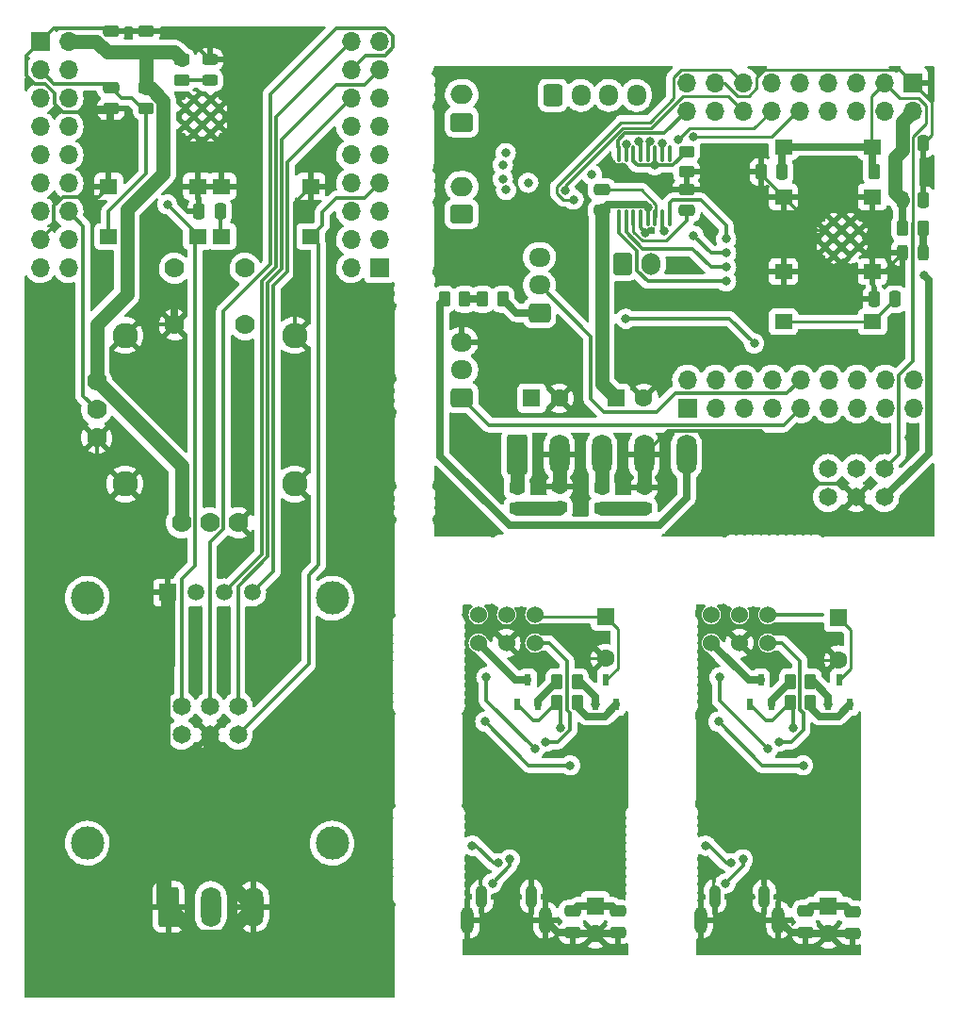
<source format=gbr>
G04 #@! TF.GenerationSoftware,KiCad,Pcbnew,6.0.11+dfsg-1*
G04 #@! TF.CreationDate,2024-10-22T12:29:11+02:00*
G04 #@! TF.ProjectId,kaarten_shieter,6b616172-7465-46e5-9f73-686965746572,rev?*
G04 #@! TF.SameCoordinates,Original*
G04 #@! TF.FileFunction,Copper,L2,Bot*
G04 #@! TF.FilePolarity,Positive*
%FSLAX46Y46*%
G04 Gerber Fmt 4.6, Leading zero omitted, Abs format (unit mm)*
G04 Created by KiCad (PCBNEW 6.0.11+dfsg-1) date 2024-10-22 12:29:11*
%MOMM*%
%LPD*%
G01*
G04 APERTURE LIST*
G04 Aperture macros list*
%AMRoundRect*
0 Rectangle with rounded corners*
0 $1 Rounding radius*
0 $2 $3 $4 $5 $6 $7 $8 $9 X,Y pos of 4 corners*
0 Add a 4 corners polygon primitive as box body*
4,1,4,$2,$3,$4,$5,$6,$7,$8,$9,$2,$3,0*
0 Add four circle primitives for the rounded corners*
1,1,$1+$1,$2,$3*
1,1,$1+$1,$4,$5*
1,1,$1+$1,$6,$7*
1,1,$1+$1,$8,$9*
0 Add four rect primitives between the rounded corners*
20,1,$1+$1,$2,$3,$4,$5,0*
20,1,$1+$1,$4,$5,$6,$7,0*
20,1,$1+$1,$6,$7,$8,$9,0*
20,1,$1+$1,$8,$9,$2,$3,0*%
G04 Aperture macros list end*
G04 #@! TA.AperFunction,ComponentPad*
%ADD10R,1.700000X1.700000*%
G04 #@! TD*
G04 #@! TA.AperFunction,ComponentPad*
%ADD11O,1.700000X1.700000*%
G04 #@! TD*
G04 #@! TA.AperFunction,ComponentPad*
%ADD12R,1.600000X1.600000*%
G04 #@! TD*
G04 #@! TA.AperFunction,ComponentPad*
%ADD13C,1.600000*%
G04 #@! TD*
G04 #@! TA.AperFunction,HeatsinkPad*
%ADD14C,0.475000*%
G04 #@! TD*
G04 #@! TA.AperFunction,ComponentPad*
%ADD15RoundRect,0.250000X-0.650000X-1.550000X0.650000X-1.550000X0.650000X1.550000X-0.650000X1.550000X0*%
G04 #@! TD*
G04 #@! TA.AperFunction,ComponentPad*
%ADD16O,1.800000X3.600000*%
G04 #@! TD*
G04 #@! TA.AperFunction,ComponentPad*
%ADD17C,1.778000*%
G04 #@! TD*
G04 #@! TA.AperFunction,ComponentPad*
%ADD18C,2.286000*%
G04 #@! TD*
G04 #@! TA.AperFunction,ComponentPad*
%ADD19C,1.530000*%
G04 #@! TD*
G04 #@! TA.AperFunction,ComponentPad*
%ADD20R,1.508000X1.508000*%
G04 #@! TD*
G04 #@! TA.AperFunction,ComponentPad*
%ADD21C,1.508000*%
G04 #@! TD*
G04 #@! TA.AperFunction,ComponentPad*
%ADD22C,3.000000*%
G04 #@! TD*
G04 #@! TA.AperFunction,ComponentPad*
%ADD23RoundRect,0.250000X-0.600000X-0.725000X0.600000X-0.725000X0.600000X0.725000X-0.600000X0.725000X0*%
G04 #@! TD*
G04 #@! TA.AperFunction,ComponentPad*
%ADD24O,1.700000X1.950000*%
G04 #@! TD*
G04 #@! TA.AperFunction,ComponentPad*
%ADD25RoundRect,0.250000X0.725000X-0.600000X0.725000X0.600000X-0.725000X0.600000X-0.725000X-0.600000X0*%
G04 #@! TD*
G04 #@! TA.AperFunction,ComponentPad*
%ADD26O,1.950000X1.700000*%
G04 #@! TD*
G04 #@! TA.AperFunction,ComponentPad*
%ADD27O,1.200000X2.400000*%
G04 #@! TD*
G04 #@! TA.AperFunction,ComponentPad*
%ADD28O,1.050000X2.100000*%
G04 #@! TD*
G04 #@! TA.AperFunction,ComponentPad*
%ADD29RoundRect,0.250000X-0.600000X-0.750000X0.600000X-0.750000X0.600000X0.750000X-0.600000X0.750000X0*%
G04 #@! TD*
G04 #@! TA.AperFunction,ComponentPad*
%ADD30O,1.700000X2.000000*%
G04 #@! TD*
G04 #@! TA.AperFunction,ComponentPad*
%ADD31RoundRect,0.250000X0.750000X-0.600000X0.750000X0.600000X-0.750000X0.600000X-0.750000X-0.600000X0*%
G04 #@! TD*
G04 #@! TA.AperFunction,ComponentPad*
%ADD32O,2.000000X1.700000*%
G04 #@! TD*
G04 #@! TA.AperFunction,ComponentPad*
%ADD33C,1.650000*%
G04 #@! TD*
G04 #@! TA.AperFunction,SMDPad,CuDef*
%ADD34RoundRect,0.250000X0.250000X0.475000X-0.250000X0.475000X-0.250000X-0.475000X0.250000X-0.475000X0*%
G04 #@! TD*
G04 #@! TA.AperFunction,SMDPad,CuDef*
%ADD35RoundRect,0.243750X-0.243750X-0.456250X0.243750X-0.456250X0.243750X0.456250X-0.243750X0.456250X0*%
G04 #@! TD*
G04 #@! TA.AperFunction,SMDPad,CuDef*
%ADD36RoundRect,0.250000X0.262500X0.450000X-0.262500X0.450000X-0.262500X-0.450000X0.262500X-0.450000X0*%
G04 #@! TD*
G04 #@! TA.AperFunction,SMDPad,CuDef*
%ADD37RoundRect,0.250000X-0.250000X-0.475000X0.250000X-0.475000X0.250000X0.475000X-0.250000X0.475000X0*%
G04 #@! TD*
G04 #@! TA.AperFunction,SMDPad,CuDef*
%ADD38RoundRect,0.250000X0.475000X-0.250000X0.475000X0.250000X-0.475000X0.250000X-0.475000X-0.250000X0*%
G04 #@! TD*
G04 #@! TA.AperFunction,SMDPad,CuDef*
%ADD39R,1.600000X1.400000*%
G04 #@! TD*
G04 #@! TA.AperFunction,SMDPad,CuDef*
%ADD40RoundRect,0.250000X-0.450000X0.262500X-0.450000X-0.262500X0.450000X-0.262500X0.450000X0.262500X0*%
G04 #@! TD*
G04 #@! TA.AperFunction,SMDPad,CuDef*
%ADD41RoundRect,0.250000X-0.262500X-0.450000X0.262500X-0.450000X0.262500X0.450000X-0.262500X0.450000X0*%
G04 #@! TD*
G04 #@! TA.AperFunction,SMDPad,CuDef*
%ADD42R,0.600000X1.050000*%
G04 #@! TD*
G04 #@! TA.AperFunction,SMDPad,CuDef*
%ADD43RoundRect,0.250000X-0.475000X0.250000X-0.475000X-0.250000X0.475000X-0.250000X0.475000X0.250000X0*%
G04 #@! TD*
G04 #@! TA.AperFunction,SMDPad,CuDef*
%ADD44RoundRect,0.100000X-0.100000X0.637500X-0.100000X-0.637500X0.100000X-0.637500X0.100000X0.637500X0*%
G04 #@! TD*
G04 #@! TA.AperFunction,SMDPad,CuDef*
%ADD45RoundRect,0.243750X-0.456250X0.243750X-0.456250X-0.243750X0.456250X-0.243750X0.456250X0.243750X0*%
G04 #@! TD*
G04 #@! TA.AperFunction,ViaPad*
%ADD46C,0.800000*%
G04 #@! TD*
G04 #@! TA.AperFunction,Conductor*
%ADD47C,1.270000*%
G04 #@! TD*
G04 #@! TA.AperFunction,Conductor*
%ADD48C,0.635000*%
G04 #@! TD*
G04 #@! TA.AperFunction,Conductor*
%ADD49C,0.317500*%
G04 #@! TD*
G04 #@! TA.AperFunction,Conductor*
%ADD50C,0.250000*%
G04 #@! TD*
G04 APERTURE END LIST*
D10*
X111441000Y-41780250D03*
D11*
X111441000Y-44320250D03*
X108901000Y-41780250D03*
X108901000Y-44320250D03*
X106361000Y-41780250D03*
X106361000Y-44320250D03*
X103821000Y-41780250D03*
X103821000Y-44320250D03*
X101281000Y-41780250D03*
X101281000Y-44320250D03*
X98741000Y-41780250D03*
X98741000Y-44320250D03*
X96201000Y-41780250D03*
X96201000Y-44320250D03*
X93661000Y-41780250D03*
X93661000Y-44320250D03*
X91121000Y-41780250D03*
X91121000Y-44320250D03*
D12*
X83820000Y-89683792D03*
D13*
X83820000Y-93483792D03*
D14*
X105091000Y-56517750D03*
X103566000Y-54992750D03*
X104328500Y-55755250D03*
X105853500Y-54230250D03*
X105853500Y-55755250D03*
X105853500Y-57280250D03*
X104328500Y-54230250D03*
X105091000Y-54992750D03*
X103566000Y-56517750D03*
X106616000Y-56517750D03*
X106616000Y-54992750D03*
X104328500Y-57280250D03*
D10*
X63500000Y-58420000D03*
D11*
X60960000Y-58420000D03*
X63500000Y-55880000D03*
X60960000Y-55880000D03*
X63500000Y-53340000D03*
X60960000Y-53340000D03*
X63500000Y-50800000D03*
X60960000Y-50800000D03*
X63500000Y-48260000D03*
X60960000Y-48260000D03*
X63500000Y-45720000D03*
X60960000Y-45720000D03*
X63500000Y-43180000D03*
X60960000Y-43180000D03*
X63500000Y-40640000D03*
X60960000Y-40640000D03*
X63500000Y-38100000D03*
X60960000Y-38100000D03*
D15*
X44560000Y-115775000D03*
D16*
X48370000Y-115775000D03*
X52180000Y-115775000D03*
D17*
X45085000Y-58438372D03*
X51435000Y-58438372D03*
X45085000Y-63518372D03*
X51435000Y-63518372D03*
X45720000Y-81298372D03*
X48260000Y-81298372D03*
X50800000Y-81298372D03*
D18*
X40640000Y-64470872D03*
X40640000Y-77805872D03*
X55880000Y-77805872D03*
X55880000Y-64470872D03*
D17*
X38100000Y-68598372D03*
X38100000Y-71138372D03*
X38100000Y-73678372D03*
D19*
X98425000Y-89535000D03*
X98425000Y-92075000D03*
X95885000Y-89535000D03*
X95885000Y-92075000D03*
X93345000Y-89535000D03*
X93345000Y-92075000D03*
D12*
X77191000Y-70104000D03*
D13*
X79691000Y-70104000D03*
D20*
X44450000Y-87560000D03*
D21*
X46990000Y-87560000D03*
X49530000Y-87560000D03*
X52070000Y-87560000D03*
D22*
X37260000Y-88060000D03*
X59260000Y-88060000D03*
X59260000Y-110060000D03*
X37260000Y-110060000D03*
D19*
X77470000Y-89535000D03*
X77470000Y-92075000D03*
X74930000Y-89535000D03*
X74930000Y-92075000D03*
X72390000Y-89535000D03*
X72390000Y-92075000D03*
D23*
X79116000Y-42909000D03*
D24*
X81616000Y-42909000D03*
X84116000Y-42909000D03*
X86616000Y-42909000D03*
D25*
X77896000Y-62444000D03*
D26*
X77896000Y-59944000D03*
X77896000Y-57444000D03*
D12*
X104775000Y-89803792D03*
D13*
X104775000Y-93603792D03*
D27*
X92385000Y-116959250D03*
D28*
X93660000Y-114859250D03*
D27*
X99385000Y-116959250D03*
D28*
X98110000Y-114859250D03*
D12*
X103875000Y-115702500D03*
D13*
X103875000Y-118202500D03*
D29*
X85406000Y-58039000D03*
D30*
X87906000Y-58039000D03*
D12*
X82920000Y-115702500D03*
D13*
X82920000Y-118202500D03*
D31*
X70911000Y-45319000D03*
D32*
X70911000Y-42819000D03*
D12*
X84771000Y-70104000D03*
D13*
X87271000Y-70104000D03*
D15*
X75881000Y-75184000D03*
D16*
X79691000Y-75184000D03*
X83501000Y-75184000D03*
X87311000Y-75184000D03*
X91121000Y-75184000D03*
D10*
X91181000Y-70995250D03*
D11*
X91181000Y-68455250D03*
X93721000Y-70995250D03*
X93721000Y-68455250D03*
X96261000Y-70995250D03*
X96261000Y-68455250D03*
X98801000Y-70995250D03*
X98801000Y-68455250D03*
X101341000Y-70995250D03*
X101341000Y-68455250D03*
X103881000Y-70995250D03*
X103881000Y-68455250D03*
X106421000Y-70995250D03*
X106421000Y-68455250D03*
X108961000Y-70995250D03*
X108961000Y-68455250D03*
X111501000Y-70995250D03*
X111501000Y-68455250D03*
D14*
X48342500Y-44810000D03*
X46817500Y-46335000D03*
X46055000Y-45572500D03*
X46055000Y-44047500D03*
X48342500Y-46335000D03*
X47580000Y-45572500D03*
X49105000Y-44047500D03*
X49105000Y-45572500D03*
X47580000Y-44047500D03*
X48342500Y-43285000D03*
X46817500Y-44810000D03*
X46817500Y-43285000D03*
D10*
X33020000Y-38100000D03*
D11*
X35560000Y-38100000D03*
X33020000Y-40640000D03*
X35560000Y-40640000D03*
X33020000Y-43180000D03*
X35560000Y-43180000D03*
X33020000Y-45720000D03*
X35560000Y-45720000D03*
X33020000Y-48260000D03*
X35560000Y-48260000D03*
X33020000Y-50800000D03*
X35560000Y-50800000D03*
X33020000Y-53340000D03*
X35560000Y-53340000D03*
X33020000Y-55880000D03*
X35560000Y-55880000D03*
X33020000Y-58420000D03*
X35560000Y-58420000D03*
D27*
X71430000Y-116959250D03*
D28*
X72705000Y-114859250D03*
D27*
X78430000Y-116959250D03*
D28*
X77155000Y-114859250D03*
D25*
X70911000Y-70064000D03*
D26*
X70911000Y-67564000D03*
X70911000Y-65064000D03*
D31*
X70911000Y-53574000D03*
D32*
X70911000Y-51074000D03*
D33*
X108901000Y-76454000D03*
X108901000Y-78994000D03*
X106361000Y-76454000D03*
X106361000Y-78994000D03*
X103821000Y-76454000D03*
X103821000Y-78994000D03*
D34*
X99691000Y-49784000D03*
X97791000Y-49784000D03*
X109851000Y-61214000D03*
X107951000Y-61214000D03*
D33*
X45720000Y-97790000D03*
X45720000Y-100330000D03*
X48260000Y-97790000D03*
X48260000Y-100330000D03*
X50800000Y-97790000D03*
X50800000Y-100330000D03*
D35*
X110503500Y-57035250D03*
X112378500Y-57035250D03*
D36*
X102258500Y-97459800D03*
X100433500Y-97459800D03*
D37*
X110491000Y-52324000D03*
X112391000Y-52324000D03*
D38*
X39390000Y-39050000D03*
X39390000Y-37150000D03*
D39*
X47180000Y-51090000D03*
X39180000Y-51090000D03*
X47180000Y-55590000D03*
X39180000Y-55590000D03*
D40*
X75881000Y-78146500D03*
X75881000Y-79971500D03*
D41*
X69341000Y-61214000D03*
X71166000Y-61214000D03*
D39*
X57340000Y-55590000D03*
X49340000Y-55590000D03*
X57340000Y-51090000D03*
X49340000Y-51090000D03*
D40*
X45720000Y-39727500D03*
X45720000Y-41552500D03*
D34*
X49210000Y-53340000D03*
X47310000Y-53340000D03*
D37*
X110491000Y-47244000D03*
X112391000Y-47244000D03*
D42*
X98740000Y-97620000D03*
X96840000Y-97620000D03*
X97790000Y-95420000D03*
D41*
X79478500Y-95554800D03*
X81303500Y-95554800D03*
X110528500Y-54864000D03*
X112353500Y-54864000D03*
D43*
X84919760Y-116169638D03*
X84919760Y-118069638D03*
X39390000Y-42230000D03*
X39390000Y-44130000D03*
D44*
X85036000Y-48191500D03*
X85686000Y-48191500D03*
X86336000Y-48191500D03*
X86986000Y-48191500D03*
X87636000Y-48191500D03*
X88286000Y-48191500D03*
X88936000Y-48191500D03*
X89586000Y-48191500D03*
X89586000Y-53916500D03*
X88936000Y-53916500D03*
X88286000Y-53916500D03*
X87636000Y-53916500D03*
X86986000Y-53916500D03*
X86336000Y-53916500D03*
X85686000Y-53916500D03*
X85036000Y-53916500D03*
D43*
X91121000Y-51374000D03*
X91121000Y-53274000D03*
X106006000Y-116242500D03*
X106006000Y-118142500D03*
D40*
X83501000Y-78146500D03*
X83501000Y-79971500D03*
D38*
X42555000Y-39050000D03*
X42555000Y-37150000D03*
D36*
X81303500Y-97459800D03*
X79478500Y-97459800D03*
D45*
X48260000Y-39702500D03*
X48260000Y-41577500D03*
X79691000Y-78056500D03*
X79691000Y-79931500D03*
D39*
X99821000Y-52034000D03*
X107821000Y-52034000D03*
X99821000Y-47534000D03*
X107821000Y-47534000D03*
D42*
X105770000Y-97620000D03*
X103870000Y-97620000D03*
X104820000Y-95420000D03*
D41*
X100433500Y-95554800D03*
X102258500Y-95554800D03*
D39*
X107821000Y-63234000D03*
X99821000Y-63234000D03*
X99821000Y-58734000D03*
X107821000Y-58734000D03*
D40*
X91121000Y-47941500D03*
X91121000Y-49766500D03*
D36*
X109813500Y-49784000D03*
X107988500Y-49784000D03*
D43*
X80879760Y-116169637D03*
X80879760Y-118069637D03*
D45*
X87311000Y-78121500D03*
X87311000Y-79996500D03*
D38*
X83501000Y-53274000D03*
X83501000Y-51374000D03*
D42*
X84815000Y-97620000D03*
X82915000Y-97620000D03*
X83865000Y-95420000D03*
D41*
X72786000Y-61214000D03*
X74611000Y-61214000D03*
D42*
X77785000Y-97620000D03*
X75885000Y-97620000D03*
X76835000Y-95420000D03*
D40*
X42555000Y-42267500D03*
X42555000Y-44092500D03*
D43*
X101834760Y-116169637D03*
X101834760Y-118069637D03*
D46*
X70485000Y-80645000D03*
X90170000Y-57785000D03*
X49530000Y-93345000D03*
X104140000Y-73660000D03*
X70967600Y-48260000D03*
X46863000Y-94488000D03*
X87441849Y-55240251D03*
X86995000Y-60960000D03*
X93345000Y-55245000D03*
X78740000Y-48260000D03*
X54102000Y-91440000D03*
X42550000Y-55230000D03*
X97480001Y-104217443D03*
X91121000Y-49766500D03*
X75874999Y-109142557D03*
X72390000Y-74930000D03*
X96829999Y-109142557D03*
X111125000Y-73660000D03*
X76525001Y-104217443D03*
X112444750Y-59055000D03*
X99821000Y-63234000D03*
X44450000Y-52705000D03*
X49210000Y-53340000D03*
X85710304Y-47265826D03*
X86802998Y-47079960D03*
X88936000Y-47258188D03*
X87810309Y-47086819D03*
X88247250Y-49187750D03*
X76889786Y-50759000D03*
X74891000Y-51409000D03*
X74611000Y-50419000D03*
X74863171Y-48092560D03*
X74611000Y-49149000D03*
X94671000Y-59615250D03*
X82613675Y-50042054D03*
X87636000Y-52993772D03*
X73660000Y-113665000D03*
X94615000Y-113665000D03*
X75227716Y-111517476D03*
X96182716Y-111517476D03*
X99427284Y-100965000D03*
X78472284Y-100965000D03*
X98425000Y-101600000D03*
X94075000Y-95155000D03*
X73120000Y-95155000D03*
X77470000Y-101600000D03*
X80645000Y-103080000D03*
X93980000Y-99155000D03*
X73025000Y-99155000D03*
X101600000Y-103080000D03*
X103870000Y-97620000D03*
X82915000Y-97620000D03*
X100727284Y-99695000D03*
X79772284Y-99695000D03*
X92821750Y-110280000D03*
X71866750Y-110280000D03*
X95151164Y-111858836D03*
X74196164Y-111858836D03*
X91756000Y-46609000D03*
X90338535Y-46897259D03*
X80961000Y-52269500D03*
X80211189Y-51419149D03*
X85658500Y-62971500D03*
X97191000Y-65185250D03*
X94671000Y-55805250D03*
X91756000Y-55499000D03*
X94671000Y-57075250D03*
X89144336Y-55108336D03*
X94671000Y-58345250D03*
D47*
X42555000Y-39050000D02*
X42555000Y-42267500D01*
X42555000Y-42267500D02*
X42976922Y-42267500D01*
X38100000Y-63500000D02*
X38100000Y-68598372D01*
X44090000Y-43380578D02*
X44090000Y-49890000D01*
X38080578Y-38100000D02*
X35560000Y-38100000D01*
X39030578Y-39050000D02*
X38080578Y-38100000D01*
X45042500Y-39050000D02*
X45720000Y-39727500D01*
X45720000Y-81298372D02*
X45720000Y-76218372D01*
X42976922Y-42267500D02*
X44090000Y-43380578D01*
X39390000Y-39050000D02*
X39030578Y-39050000D01*
X42555000Y-39050000D02*
X45042500Y-39050000D01*
X40815000Y-60785000D02*
X38100000Y-63500000D01*
X44090000Y-49890000D02*
X40815000Y-53165000D01*
X45720000Y-76218372D02*
X38100000Y-68598372D01*
X39390000Y-39050000D02*
X42555000Y-39050000D01*
X40815000Y-53165000D02*
X40815000Y-60785000D01*
D48*
X101967623Y-118202500D02*
X101834760Y-118069637D01*
D49*
X35059319Y-44388750D02*
X34351250Y-43680681D01*
X47310000Y-53340000D02*
X47310000Y-51220000D01*
D48*
X82920000Y-118202500D02*
X84786898Y-118202500D01*
D49*
X47180000Y-51090000D02*
X47180000Y-46697500D01*
X89469750Y-73025250D02*
X97852250Y-73025250D01*
X31811250Y-39308750D02*
X33020000Y-38100000D01*
D48*
X45085000Y-63518372D02*
X45085000Y-61595000D01*
D50*
X96687701Y-42955250D02*
X95714299Y-42955250D01*
D49*
X45085000Y-63518372D02*
X41592500Y-63518372D01*
D50*
X102078226Y-92553226D02*
X103128792Y-93603792D01*
D49*
X38261250Y-52008750D02*
X39180000Y-51090000D01*
X57340000Y-51090000D02*
X55880000Y-52550000D01*
D47*
X79691000Y-70144000D02*
X79651000Y-70104000D01*
D49*
X34351250Y-42703106D02*
X33496894Y-41848750D01*
X38100000Y-73678372D02*
X38100000Y-75265872D01*
D47*
X48260000Y-111855000D02*
X52180000Y-115775000D01*
D50*
X91121000Y-49766500D02*
X97773500Y-49766500D01*
X98064299Y-40605250D02*
X97376000Y-41293549D01*
X103128792Y-93603792D02*
X104775000Y-93603792D01*
D49*
X41592500Y-63518372D02*
X40640000Y-64470872D01*
X39131250Y-44388750D02*
X35059319Y-44388750D01*
D50*
X107821000Y-53787750D02*
X106616000Y-54992750D01*
D49*
X96829999Y-104867445D02*
X96829999Y-109142557D01*
X35059319Y-52008750D02*
X38261250Y-52008750D01*
D48*
X45085000Y-61595000D02*
X42550000Y-59060000D01*
D50*
X110503500Y-57035250D02*
X108804750Y-58734000D01*
D49*
X86986000Y-54784402D02*
X87441849Y-55240251D01*
X86986000Y-53916500D02*
X86986000Y-54784402D01*
X39390000Y-37150000D02*
X39131250Y-36891250D01*
X102637250Y-77810250D02*
X105177250Y-77810250D01*
D47*
X44060000Y-115275000D02*
X44060000Y-94370000D01*
D49*
X38100000Y-75265872D02*
X40640000Y-77805872D01*
X100330000Y-90805000D02*
X102078226Y-92553226D01*
D50*
X97376000Y-41293549D02*
X97376000Y-42266951D01*
D49*
X42555000Y-37150000D02*
X39390000Y-37150000D01*
D50*
X111441000Y-41780250D02*
X110266000Y-40605250D01*
D49*
X87311000Y-75184000D02*
X89469750Y-73025250D01*
X76200000Y-90805000D02*
X79375000Y-90805000D01*
D50*
X107821000Y-52034000D02*
X107821000Y-53787750D01*
D49*
X47310000Y-51220000D02*
X47180000Y-51090000D01*
D50*
X97791000Y-49784000D02*
X97791000Y-50004000D01*
X102779750Y-54992750D02*
X103566000Y-54992750D01*
D49*
X39390000Y-44130000D02*
X39131250Y-44388750D01*
X95885000Y-92075000D02*
X97155000Y-90805000D01*
D50*
X107951000Y-61214000D02*
X107821000Y-61084000D01*
D47*
X44560000Y-115775000D02*
X44060000Y-115275000D01*
X49545000Y-118410000D02*
X47195000Y-118410000D01*
D49*
X34228750Y-52839319D02*
X35059319Y-52008750D01*
X34351250Y-43680681D02*
X34351250Y-42703106D01*
D48*
X103875000Y-118202500D02*
X101967623Y-118202500D01*
D47*
X48260000Y-100330000D02*
X48260000Y-111855000D01*
D49*
X34228750Y-36891250D02*
X33020000Y-38100000D01*
X97480001Y-104217443D02*
X96829999Y-104867445D01*
X55880000Y-52550000D02*
X55880000Y-64470872D01*
X74930000Y-92075000D02*
X76200000Y-90805000D01*
D50*
X74651000Y-65064000D02*
X79691000Y-70104000D01*
D47*
X47195000Y-118410000D02*
X44560000Y-115775000D01*
D50*
X97773500Y-49766500D02*
X97791000Y-49784000D01*
D49*
X39390000Y-44130000D02*
X39180000Y-44340000D01*
D47*
X52180000Y-115775000D02*
X49545000Y-118410000D01*
D50*
X82053792Y-93483792D02*
X83820000Y-93483792D01*
X99821000Y-58734000D02*
X107821000Y-58734000D01*
D48*
X100495387Y-118069637D02*
X99385000Y-116959250D01*
D49*
X105177250Y-77810250D02*
X106361000Y-78994000D01*
D48*
X79540387Y-118069637D02*
X78430000Y-116959250D01*
X105741898Y-118202500D02*
X105874760Y-118069638D01*
D49*
X49340000Y-51090000D02*
X47180000Y-51090000D01*
X33020000Y-55880000D02*
X34228750Y-54671250D01*
X91121000Y-51374000D02*
X91121000Y-49766500D01*
D50*
X112391000Y-52324000D02*
X112391000Y-47244000D01*
D48*
X80879760Y-118069637D02*
X79540387Y-118069637D01*
D50*
X97791000Y-50004000D02*
X99821000Y-52034000D01*
X79375000Y-90805000D02*
X82053792Y-93483792D01*
X110266000Y-40605250D02*
X98064299Y-40605250D01*
X97376000Y-42266951D02*
X96687701Y-42955250D01*
D49*
X33496894Y-41848750D02*
X32519319Y-41848750D01*
D47*
X87338672Y-75211672D02*
X87311000Y-75184000D01*
D49*
X42555000Y-37150000D02*
X45707500Y-37150000D01*
X97852250Y-73025250D02*
X102637250Y-77810250D01*
X75874999Y-104867445D02*
X75874999Y-109142557D01*
X47180000Y-46697500D02*
X46817500Y-46335000D01*
D48*
X101834760Y-118069637D02*
X100495387Y-118069637D01*
D47*
X44060000Y-94370000D02*
X44450000Y-93980000D01*
D48*
X84786898Y-118202500D02*
X84919760Y-118069638D01*
D50*
X107821000Y-61084000D02*
X107821000Y-58734000D01*
D47*
X44450000Y-93980000D02*
X44450000Y-87560000D01*
D50*
X113157000Y-43496250D02*
X113157000Y-46478000D01*
D48*
X82920000Y-118202500D02*
X81012623Y-118202500D01*
D50*
X99821000Y-52034000D02*
X102779750Y-54992750D01*
D48*
X42550000Y-59060000D02*
X42550000Y-55230000D01*
D47*
X87311000Y-78121500D02*
X87311000Y-75184000D01*
D50*
X95714299Y-42955250D02*
X94539299Y-41780250D01*
D49*
X39180000Y-44340000D02*
X39180000Y-51090000D01*
X97155000Y-90805000D02*
X100330000Y-90805000D01*
X76525001Y-104217443D02*
X75874999Y-104867445D01*
X32519319Y-41848750D02*
X31811250Y-41140681D01*
X45707500Y-37150000D02*
X48260000Y-39702500D01*
D50*
X70911000Y-65064000D02*
X74651000Y-65064000D01*
X107821000Y-57722750D02*
X106616000Y-56517750D01*
X108804750Y-58734000D02*
X107821000Y-58734000D01*
X94539299Y-41780250D02*
X93661000Y-41780250D01*
X107821000Y-58734000D02*
X107821000Y-57722750D01*
X113157000Y-46478000D02*
X112391000Y-47244000D01*
D48*
X103875000Y-118202500D02*
X105741898Y-118202500D01*
X81012623Y-118202500D02*
X80879760Y-118069637D01*
D50*
X111441000Y-41780250D02*
X113157000Y-43496250D01*
D49*
X34228750Y-54671250D02*
X34228750Y-52839319D01*
D47*
X79691000Y-78056500D02*
X79691000Y-75184000D01*
D49*
X31811250Y-41140681D02*
X31811250Y-39308750D01*
D47*
X79718672Y-75211672D02*
X79691000Y-75184000D01*
D49*
X39131250Y-36891250D02*
X34228750Y-36891250D01*
D50*
X107726000Y-47439000D02*
X107726000Y-42955250D01*
D49*
X110171000Y-75184000D02*
X108901000Y-76454000D01*
D50*
X112616000Y-45444000D02*
X111451000Y-46609000D01*
D48*
X107821000Y-47534000D02*
X107821000Y-49616500D01*
X99821000Y-47534000D02*
X107821000Y-47534000D01*
D49*
X111451000Y-66795819D02*
X110171000Y-68075819D01*
D48*
X99691000Y-49784000D02*
X99691000Y-47664000D01*
D50*
X107726000Y-42955250D02*
X108901000Y-41780250D01*
X110266000Y-43145250D02*
X111927701Y-43145250D01*
X107821000Y-47534000D02*
X107726000Y-47439000D01*
X111927701Y-43145250D02*
X112616000Y-43833549D01*
D48*
X107821000Y-49616500D02*
X107988500Y-49784000D01*
D50*
X108901000Y-41780250D02*
X110266000Y-43145250D01*
D49*
X110171000Y-68075819D02*
X110171000Y-75184000D01*
D50*
X112616000Y-43833549D02*
X112616000Y-45444000D01*
X111451000Y-46609000D02*
X111451000Y-47244000D01*
D49*
X111451000Y-54408855D02*
X111451000Y-66795819D01*
D50*
X111451000Y-47244000D02*
X111451000Y-54408855D01*
D48*
X99691000Y-47664000D02*
X99821000Y-47534000D01*
X108933500Y-78994000D02*
X112868500Y-75059000D01*
D47*
X109813500Y-51646500D02*
X110491000Y-52324000D01*
X110491000Y-47836500D02*
X109813500Y-48514000D01*
X110491000Y-47244000D02*
X110491000Y-45270250D01*
D48*
X88646000Y-81534000D02*
X91121000Y-79059000D01*
X75196578Y-81534000D02*
X88646000Y-81534000D01*
D47*
X109813500Y-48514000D02*
X109813500Y-49784000D01*
X110491000Y-45270250D02*
X111441000Y-44320250D01*
D48*
X69341000Y-61214000D02*
X68961000Y-61594000D01*
X108901000Y-78994000D02*
X108933500Y-78994000D01*
X68961000Y-61594000D02*
X68961000Y-75298422D01*
X112868500Y-75059000D02*
X112868500Y-59478750D01*
X112868500Y-59478750D02*
X112444750Y-59055000D01*
X110528500Y-54864000D02*
X110528500Y-52361500D01*
D47*
X110491000Y-47244000D02*
X110491000Y-47836500D01*
X109813500Y-49784000D02*
X109813500Y-51646500D01*
D48*
X110528500Y-52361500D02*
X110491000Y-52324000D01*
X91121000Y-79059000D02*
X91121000Y-75184000D01*
X68961000Y-75298422D02*
X75196578Y-81534000D01*
D50*
X99821000Y-63234000D02*
X107821000Y-63234000D01*
X109851000Y-61214000D02*
X109841000Y-61214000D01*
X109841000Y-61214000D02*
X107821000Y-63234000D01*
D49*
X33020000Y-40640000D02*
X34228750Y-41848750D01*
X46967750Y-55802250D02*
X46967750Y-85112250D01*
X47180000Y-55435000D02*
X44450000Y-52705000D01*
X34228750Y-41848750D02*
X39008750Y-41848750D01*
X47180000Y-55590000D02*
X46967750Y-55802250D01*
X45720000Y-86360000D02*
X45720000Y-97790000D01*
X39008750Y-41848750D02*
X39390000Y-42230000D01*
X39390000Y-42230000D02*
X40340000Y-43180000D01*
X41252500Y-43180000D02*
X42165000Y-44092500D01*
X47180000Y-55590000D02*
X47180000Y-55435000D01*
X42165000Y-44092500D02*
X42555000Y-44092500D01*
X42555000Y-49932500D02*
X42555000Y-44092500D01*
X40340000Y-43180000D02*
X41252500Y-43180000D01*
X39180000Y-53307500D02*
X42555000Y-49932500D01*
X46967750Y-85112250D02*
X45720000Y-86360000D01*
X39180000Y-55590000D02*
X39180000Y-53307500D01*
X49210000Y-53340000D02*
X49210000Y-55460000D01*
X57150000Y-93980000D02*
X50800000Y-100330000D01*
X57150000Y-85979000D02*
X57150000Y-93980000D01*
X58381250Y-53378750D02*
X59628750Y-52131250D01*
X59628750Y-52131250D02*
X62168750Y-52131250D01*
X58381250Y-54548750D02*
X58381250Y-53378750D01*
X58039000Y-85090000D02*
X57150000Y-85979000D01*
X58039000Y-56289000D02*
X58039000Y-85090000D01*
X49210000Y-55460000D02*
X49340000Y-55590000D01*
X57340000Y-55590000D02*
X58381250Y-54548750D01*
X62168750Y-52131250D02*
X63500000Y-50800000D01*
X57340000Y-55590000D02*
X58039000Y-56289000D01*
D48*
X81303500Y-97459800D02*
X81303500Y-97813500D01*
X81303500Y-97813500D02*
X82152500Y-98662500D01*
X82152500Y-98662500D02*
X83772500Y-98662500D01*
X104727500Y-98662500D02*
X105770000Y-97620000D01*
X102258500Y-97459800D02*
X102258500Y-97813500D01*
X103107500Y-98662500D02*
X104727500Y-98662500D01*
X83772500Y-98662500D02*
X84815000Y-97620000D01*
X102258500Y-97813500D02*
X103107500Y-98662500D01*
D49*
X85686000Y-47290130D02*
X85710304Y-47265826D01*
X85686000Y-48191500D02*
X85686000Y-47290130D01*
X86986000Y-48191500D02*
X86986000Y-47262962D01*
X86986000Y-47262962D02*
X86802998Y-47079960D01*
X88936000Y-47258188D02*
X88936000Y-48191500D01*
X87636000Y-47261128D02*
X87810309Y-47086819D01*
X87636000Y-48191500D02*
X87636000Y-47261128D01*
X88247250Y-49187750D02*
X88286000Y-49149000D01*
X88247250Y-49187750D02*
X86714750Y-49187750D01*
X86714750Y-49187750D02*
X86336000Y-48809000D01*
X89874750Y-49187750D02*
X91121000Y-47941500D01*
X88247250Y-49187750D02*
X89874750Y-49187750D01*
X88286000Y-49149000D02*
X88286000Y-48191500D01*
X86336000Y-48809000D02*
X86336000Y-48191500D01*
D48*
X71166000Y-61214000D02*
X72786000Y-61214000D01*
D49*
X86676000Y-58668431D02*
X87622819Y-59615250D01*
X87622819Y-59615250D02*
X94671000Y-59615250D01*
X85036000Y-53916500D02*
X85036000Y-55275689D01*
X85036000Y-55275689D02*
X86676000Y-56915689D01*
X86676000Y-56915689D02*
X86676000Y-58668431D01*
D47*
X75881000Y-75184000D02*
X75881000Y-78146500D01*
D48*
X87636000Y-52993772D02*
X87403728Y-52761500D01*
D47*
X83501000Y-75184000D02*
X83501000Y-78146500D01*
X83446000Y-75239000D02*
X83501000Y-75184000D01*
D50*
X87636000Y-52993772D02*
X87636000Y-53916500D01*
D47*
X83501000Y-68834000D02*
X83501000Y-53274000D01*
D48*
X84013500Y-52761500D02*
X83501000Y-53274000D01*
D47*
X84771000Y-70104000D02*
X83501000Y-68834000D01*
D48*
X87403728Y-52761500D02*
X84013500Y-52761500D01*
D50*
X87041533Y-51374000D02*
X83501000Y-51374000D01*
X88286000Y-53916500D02*
X88361000Y-53841500D01*
X88361000Y-53841500D02*
X88361000Y-52693467D01*
X88361000Y-52693467D02*
X87041533Y-51374000D01*
X86336000Y-53916500D02*
X86336000Y-55159707D01*
D49*
X91121000Y-54204000D02*
X89359749Y-55965251D01*
D50*
X87141544Y-55965251D02*
X89359749Y-55965251D01*
X86336000Y-55159707D02*
X87141544Y-55965251D01*
D49*
X91121000Y-53274000D02*
X91121000Y-54204000D01*
D48*
X103875000Y-115702500D02*
X105407622Y-115702500D01*
D49*
X96182716Y-112097284D02*
X96182716Y-111517476D01*
D48*
X103875000Y-115702500D02*
X102301897Y-115702500D01*
X102301897Y-115702500D02*
X101834760Y-116169637D01*
D49*
X94615000Y-113665000D02*
X96182716Y-112097284D01*
X73660000Y-113665000D02*
X75227716Y-112097284D01*
X75227716Y-112097284D02*
X75227716Y-111517476D01*
D48*
X84452622Y-115702500D02*
X84919760Y-116169638D01*
X82920000Y-115702500D02*
X81346897Y-115702500D01*
X82920000Y-115702500D02*
X84452622Y-115702500D01*
X81346897Y-115702500D02*
X80879760Y-116169637D01*
X105407622Y-115702500D02*
X105874760Y-116169638D01*
D49*
X80349750Y-98079453D02*
X80349750Y-93684750D01*
X80645000Y-99895319D02*
X80645000Y-98374703D01*
X80645000Y-98374703D02*
X80349750Y-98079453D01*
X99695000Y-92075000D02*
X98425000Y-92075000D01*
X78740000Y-92075000D02*
X77470000Y-92075000D01*
X79575319Y-100965000D02*
X80645000Y-99895319D01*
X78472284Y-100965000D02*
X79575319Y-100965000D01*
X99427284Y-100965000D02*
X100530319Y-100965000D01*
X98466250Y-92116250D02*
X98425000Y-92075000D01*
X77511250Y-92116250D02*
X77470000Y-92075000D01*
X101600000Y-98374703D02*
X101304750Y-98079453D01*
X101600000Y-99895319D02*
X101600000Y-98374703D01*
X100530319Y-100965000D02*
X101600000Y-99895319D01*
X80349750Y-93684750D02*
X78740000Y-92075000D01*
X101304750Y-98079453D02*
X101304750Y-93684750D01*
X101304750Y-93684750D02*
X99695000Y-92075000D01*
X73120000Y-97250000D02*
X73120000Y-95155000D01*
X94075000Y-97250000D02*
X94075000Y-95155000D01*
X98425000Y-101600000D02*
X94075000Y-97250000D01*
X77470000Y-101600000D02*
X73120000Y-97250000D01*
X101600000Y-103080000D02*
X97905000Y-103080000D01*
X76950000Y-103080000D02*
X73025000Y-99155000D01*
X80645000Y-103080000D02*
X76950000Y-103080000D01*
X97905000Y-103080000D02*
X93980000Y-99155000D01*
D50*
X83865000Y-95420000D02*
X84945000Y-94340000D01*
X84945000Y-94340000D02*
X84945000Y-90808792D01*
D49*
X98425000Y-89535000D02*
X103356774Y-89535000D01*
D50*
X105900000Y-94340000D02*
X105900000Y-90928792D01*
X84945000Y-90808792D02*
X83820000Y-89683792D01*
X77618792Y-89683792D02*
X77470000Y-89535000D01*
X77905302Y-89099698D02*
X77470000Y-89535000D01*
X83820000Y-89683792D02*
X77618792Y-89683792D01*
X104820000Y-95420000D02*
X105900000Y-94340000D01*
X105900000Y-90928792D02*
X104775000Y-89803792D01*
D48*
X76835000Y-95420000D02*
X75735000Y-95420000D01*
X75735000Y-95420000D02*
X72390000Y-92075000D01*
X97790000Y-95420000D02*
X96690000Y-95420000D01*
X96690000Y-95420000D02*
X93345000Y-92075000D01*
X81303500Y-95554800D02*
X81584800Y-95554800D01*
X81584800Y-95554800D02*
X82915000Y-96885000D01*
X102539800Y-95554800D02*
X103870000Y-96885000D01*
X103870000Y-96885000D02*
X103870000Y-97620000D01*
X102258500Y-95554800D02*
X102539800Y-95554800D01*
X82915000Y-96885000D02*
X82915000Y-97620000D01*
D49*
X100433500Y-97459800D02*
X98833300Y-99060000D01*
X79772284Y-99695000D02*
X79772284Y-97753584D01*
X79478500Y-97459800D02*
X77878300Y-99060000D01*
X79772284Y-97753584D02*
X79478500Y-97459800D01*
X77325000Y-99060000D02*
X75885000Y-97620000D01*
X100727284Y-99695000D02*
X100727284Y-97753584D01*
X98280000Y-99060000D02*
X96840000Y-97620000D01*
X77878300Y-99060000D02*
X77325000Y-99060000D01*
X98833300Y-99060000D02*
X98280000Y-99060000D01*
X100727284Y-97753584D02*
X100433500Y-97459800D01*
X94713836Y-111858836D02*
X93135000Y-110280000D01*
X93135000Y-110280000D02*
X92821750Y-110280000D01*
X95151164Y-111858836D02*
X94713836Y-111858836D01*
X74196164Y-111858836D02*
X73758836Y-111858836D01*
X72180000Y-110280000D02*
X71866750Y-110280000D01*
X73758836Y-111858836D02*
X72180000Y-110280000D01*
D48*
X75841000Y-62444000D02*
X74611000Y-61214000D01*
X77896000Y-62444000D02*
X75841000Y-62444000D01*
X98740000Y-97248300D02*
X100433500Y-95554800D01*
X98740000Y-97620000D02*
X98740000Y-97248300D01*
X77785000Y-97620000D02*
X77785000Y-97248300D01*
X77785000Y-97248300D02*
X79478500Y-95554800D01*
D49*
X99828500Y-72507750D02*
X101341000Y-70995250D01*
X73354750Y-72507750D02*
X99828500Y-72507750D01*
X70911000Y-70064000D02*
X73354750Y-72507750D01*
D50*
X101029750Y-44320250D02*
X101281000Y-44320250D01*
X91756000Y-46609000D02*
X98741000Y-46609000D01*
X98741000Y-46609000D02*
X101029750Y-44320250D01*
X97177250Y-45884000D02*
X98741000Y-44320250D01*
X91351794Y-45884000D02*
X97177250Y-45884000D01*
X90338535Y-46897259D02*
X91351794Y-45884000D01*
X96201000Y-41780250D02*
X95026000Y-40605250D01*
X87804153Y-45339000D02*
X85243573Y-45339000D01*
X89946000Y-41293549D02*
X89946000Y-43197153D01*
X79486189Y-51719454D02*
X80036235Y-52269500D01*
X89946000Y-43197153D02*
X87804153Y-45339000D01*
X79486189Y-51096384D02*
X79486189Y-51719454D01*
X95026000Y-40605250D02*
X90634299Y-40605250D01*
X85243573Y-45339000D02*
X79486189Y-51096384D01*
X80036235Y-52269500D02*
X80961000Y-52269500D01*
X90634299Y-40605250D02*
X89946000Y-41293549D01*
X80211189Y-51419149D02*
X80211189Y-51007780D01*
X85381509Y-45837460D02*
X87946000Y-45837460D01*
X90824299Y-42955250D02*
X94836000Y-42955250D01*
X87946000Y-45837460D02*
X87946000Y-45833549D01*
X80211189Y-51007780D02*
X85381509Y-45837460D01*
X87946000Y-45833549D02*
X90824299Y-42955250D01*
X94836000Y-42955250D02*
X96201000Y-44320250D01*
D49*
X85658500Y-62971500D02*
X94977250Y-62971500D01*
X94977250Y-62971500D02*
X97191000Y-65185250D01*
X38100000Y-71138372D02*
X36852250Y-69890622D01*
X36852250Y-69890622D02*
X36852250Y-54632250D01*
X36852250Y-54632250D02*
X35560000Y-53340000D01*
X55245000Y-48895000D02*
X60960000Y-43180000D01*
X52070000Y-87560000D02*
X53975000Y-85655000D01*
X55245000Y-58710568D02*
X55245000Y-48895000D01*
X53975000Y-85655000D02*
X53975000Y-59980568D01*
X53975000Y-59980568D02*
X55245000Y-58710568D01*
X49530000Y-87533144D02*
X52940000Y-84123144D01*
X49530000Y-87560000D02*
X49530000Y-87533144D01*
X54210000Y-44850000D02*
X60960000Y-38100000D01*
X52940000Y-84123144D02*
X52940000Y-59551856D01*
X52940000Y-59551856D02*
X54210000Y-58281856D01*
X54210000Y-58281856D02*
X54210000Y-44850000D01*
D48*
X112353500Y-57010250D02*
X112378500Y-57035250D01*
X112353500Y-54864000D02*
X112353500Y-57010250D01*
D49*
X45720000Y-41552500D02*
X48235000Y-41552500D01*
X48235000Y-41552500D02*
X48260000Y-41577500D01*
D47*
X87286000Y-79971500D02*
X87311000Y-79996500D01*
X83501000Y-79971500D02*
X87286000Y-79971500D01*
X75881000Y-79971500D02*
X79651000Y-79971500D01*
X79651000Y-79971500D02*
X79691000Y-79931500D01*
D49*
X60960000Y-40640000D02*
X62291250Y-39308750D01*
X53692500Y-42827500D02*
X53692500Y-58067500D01*
X64037500Y-36891250D02*
X59628750Y-36891250D01*
X64708750Y-37562500D02*
X64037500Y-36891250D01*
X62291250Y-39308750D02*
X64000681Y-39308750D01*
X49507750Y-62252250D02*
X49507750Y-81815207D01*
X48260000Y-83062957D02*
X48260000Y-97790000D01*
X64708750Y-38600681D02*
X64708750Y-37562500D01*
X49507750Y-81815207D02*
X48260000Y-83062957D01*
X59628750Y-36891250D02*
X53692500Y-42827500D01*
X53692500Y-58067500D02*
X49507750Y-62252250D01*
X64000681Y-39308750D02*
X64708750Y-38600681D01*
X54727500Y-46872500D02*
X59628750Y-41971250D01*
X53457500Y-59766212D02*
X54727500Y-58496212D01*
X54727500Y-58496212D02*
X54727500Y-46872500D01*
X53457500Y-84337500D02*
X53457500Y-59766212D01*
X59628750Y-41971250D02*
X62168750Y-41971250D01*
X62168750Y-41971250D02*
X63500000Y-40640000D01*
X50800000Y-86995000D02*
X53457500Y-84337500D01*
X50800000Y-97790000D02*
X50800000Y-86995000D01*
X85036000Y-47664557D02*
X84951554Y-47580111D01*
X84951554Y-46951541D02*
X85581885Y-46321210D01*
X85581885Y-46321210D02*
X89120040Y-46321210D01*
X84951554Y-47580111D02*
X84951554Y-46951541D01*
X89120040Y-46321210D02*
X91121000Y-44320250D01*
X85036000Y-48191500D02*
X85036000Y-47664557D01*
X94671000Y-54604000D02*
X94671000Y-55805250D01*
X89586000Y-53916500D02*
X89586000Y-52589000D01*
X89851000Y-52324000D02*
X92391000Y-52324000D01*
X92391000Y-52324000D02*
X94671000Y-54604000D01*
X89586000Y-52589000D02*
X89851000Y-52324000D01*
X93332250Y-57075250D02*
X94671000Y-57075250D01*
X89144336Y-55108336D02*
X88936000Y-54900000D01*
X91756000Y-55499000D02*
X93332250Y-57075250D01*
X88936000Y-54900000D02*
X88936000Y-53916500D01*
X85686000Y-53916500D02*
X85686000Y-55193833D01*
X87172417Y-56680250D02*
X91667250Y-56680250D01*
X91667250Y-56680250D02*
X93332250Y-58345250D01*
X93332250Y-58345250D02*
X94671000Y-58345250D01*
X85686000Y-55193833D02*
X87172417Y-56680250D01*
X82507250Y-70157750D02*
X83723500Y-71374000D01*
X90094750Y-69664000D02*
X100132250Y-69664000D01*
X77896000Y-59944000D02*
X82507250Y-64555250D01*
X82507250Y-64555250D02*
X82507250Y-70157750D01*
X83723500Y-71374000D02*
X88384750Y-71374000D01*
X88384750Y-71374000D02*
X90094750Y-69664000D01*
X100132250Y-69664000D02*
X101341000Y-68455250D01*
G04 #@! TA.AperFunction,Conductor*
G36*
X94580990Y-88586787D02*
G01*
X94622176Y-88615670D01*
X94624492Y-88618818D01*
X94630069Y-88623556D01*
X94753706Y-88728594D01*
X94753710Y-88728597D01*
X94759285Y-88733333D01*
X94803309Y-88755813D01*
X94910292Y-88810442D01*
X94910294Y-88810443D01*
X94916808Y-88813769D01*
X94923913Y-88815508D01*
X94923917Y-88815509D01*
X95088610Y-88855808D01*
X95088147Y-88857699D01*
X95144645Y-88884066D01*
X95182534Y-88944107D01*
X95181948Y-89015101D01*
X95170469Y-89041604D01*
X95089972Y-89181031D01*
X95033750Y-89354061D01*
X95014733Y-89535000D01*
X95015423Y-89541565D01*
X95033058Y-89709352D01*
X95033750Y-89715939D01*
X95089972Y-89888969D01*
X95093275Y-89894690D01*
X95177636Y-90040810D01*
X95177639Y-90040814D01*
X95180939Y-90046530D01*
X95185357Y-90051437D01*
X95185358Y-90051438D01*
X95286888Y-90164197D01*
X95302678Y-90181734D01*
X95308017Y-90185613D01*
X95432297Y-90275908D01*
X95449866Y-90288673D01*
X95455894Y-90291357D01*
X95455896Y-90291358D01*
X95610042Y-90359988D01*
X95616073Y-90362673D01*
X95622526Y-90364045D01*
X95622530Y-90364046D01*
X95787575Y-90399128D01*
X95787580Y-90399128D01*
X95794032Y-90400500D01*
X95975968Y-90400500D01*
X95982420Y-90399128D01*
X95982425Y-90399128D01*
X96147470Y-90364046D01*
X96147474Y-90364045D01*
X96153927Y-90362673D01*
X96159958Y-90359988D01*
X96314104Y-90291358D01*
X96314106Y-90291357D01*
X96320134Y-90288673D01*
X96337704Y-90275908D01*
X96461983Y-90185613D01*
X96467322Y-90181734D01*
X96483113Y-90164197D01*
X96584642Y-90051438D01*
X96584643Y-90051437D01*
X96589061Y-90046530D01*
X96592361Y-90040814D01*
X96592364Y-90040810D01*
X96676725Y-89894690D01*
X96680028Y-89888969D01*
X96736250Y-89715939D01*
X96736943Y-89709352D01*
X96754577Y-89541565D01*
X96755267Y-89535000D01*
X96736250Y-89354061D01*
X96680028Y-89181031D01*
X96601779Y-89045498D01*
X96585042Y-88976504D01*
X96608263Y-88909412D01*
X96664070Y-88865525D01*
X96710899Y-88856500D01*
X96727293Y-88856500D01*
X96797036Y-88848369D01*
X96851411Y-88842030D01*
X96851415Y-88842029D01*
X96858681Y-88841182D01*
X96865556Y-88838687D01*
X96865558Y-88838686D01*
X97018662Y-88783111D01*
X97089520Y-88778670D01*
X97118956Y-88789334D01*
X97160288Y-88810440D01*
X97160290Y-88810441D01*
X97166808Y-88813769D01*
X97338610Y-88855808D01*
X97344212Y-88856156D01*
X97344215Y-88856156D01*
X97347825Y-88856380D01*
X97347835Y-88856380D01*
X97349764Y-88856500D01*
X97477293Y-88856500D01*
X97540143Y-88849173D01*
X97592773Y-88843037D01*
X97662752Y-88855016D01*
X97715145Y-88902927D01*
X97733319Y-88971558D01*
X97716484Y-89031187D01*
X97629972Y-89181031D01*
X97573750Y-89354061D01*
X97554733Y-89535000D01*
X97555423Y-89541565D01*
X97573058Y-89709352D01*
X97573750Y-89715939D01*
X97629972Y-89888969D01*
X97633275Y-89894690D01*
X97717636Y-90040810D01*
X97717639Y-90040814D01*
X97720939Y-90046530D01*
X97725357Y-90051437D01*
X97725358Y-90051438D01*
X97826888Y-90164197D01*
X97842678Y-90181734D01*
X97848017Y-90185613D01*
X97972297Y-90275908D01*
X97989866Y-90288673D01*
X97995894Y-90291357D01*
X97995896Y-90291358D01*
X98150042Y-90359988D01*
X98156073Y-90362673D01*
X98162526Y-90364045D01*
X98162530Y-90364046D01*
X98327575Y-90399128D01*
X98327580Y-90399128D01*
X98334032Y-90400500D01*
X98515968Y-90400500D01*
X98522420Y-90399128D01*
X98522425Y-90399128D01*
X98687470Y-90364046D01*
X98687474Y-90364045D01*
X98693927Y-90362673D01*
X98699958Y-90359988D01*
X98854104Y-90291358D01*
X98854106Y-90291357D01*
X98860134Y-90288673D01*
X98877704Y-90275908D01*
X98945963Y-90226314D01*
X99012830Y-90202456D01*
X99020024Y-90202250D01*
X103340500Y-90202250D01*
X103408621Y-90222252D01*
X103455114Y-90275908D01*
X103466500Y-90328250D01*
X103466500Y-90651926D01*
X103473255Y-90714108D01*
X103524385Y-90850497D01*
X103611739Y-90967053D01*
X103728295Y-91054407D01*
X103864684Y-91105537D01*
X103926866Y-91112292D01*
X105135406Y-91112292D01*
X105203527Y-91132294D01*
X105224501Y-91149197D01*
X105229595Y-91154291D01*
X105263621Y-91216603D01*
X105266500Y-91243386D01*
X105266500Y-92217141D01*
X105246498Y-92285262D01*
X105192842Y-92331755D01*
X105122568Y-92341859D01*
X105107889Y-92338848D01*
X105008312Y-92312167D01*
X104997519Y-92310264D01*
X104780475Y-92291275D01*
X104769525Y-92291275D01*
X104552481Y-92310264D01*
X104541688Y-92312167D01*
X104331239Y-92368556D01*
X104320947Y-92372302D01*
X104123489Y-92464378D01*
X104113994Y-92469861D01*
X104061952Y-92506301D01*
X104053576Y-92516780D01*
X104060644Y-92530226D01*
X105045115Y-93514697D01*
X105079141Y-93577009D01*
X105074076Y-93647824D01*
X105045115Y-93692887D01*
X104325108Y-94412894D01*
X104289108Y-94436072D01*
X104289574Y-94436923D01*
X104281698Y-94441235D01*
X104273295Y-94444385D01*
X104266116Y-94449765D01*
X104266113Y-94449767D01*
X104196881Y-94501654D01*
X104156739Y-94531739D01*
X104151358Y-94538919D01*
X104074767Y-94641113D01*
X104074765Y-94641116D01*
X104069385Y-94648295D01*
X104057617Y-94679687D01*
X104050222Y-94695843D01*
X104044688Y-94705978D01*
X104042758Y-94719322D01*
X104021029Y-94777285D01*
X104018255Y-94784684D01*
X104017402Y-94792532D01*
X104017402Y-94792534D01*
X104013115Y-94832000D01*
X104011500Y-94846866D01*
X104011500Y-95554170D01*
X103991498Y-95622291D01*
X103937842Y-95668784D01*
X103867568Y-95678888D01*
X103802988Y-95649394D01*
X103796405Y-95643265D01*
X103316405Y-95163265D01*
X103282379Y-95100953D01*
X103279500Y-95074170D01*
X103279500Y-95054400D01*
X103279163Y-95051150D01*
X103269238Y-94955492D01*
X103269237Y-94955488D01*
X103268526Y-94948634D01*
X103230838Y-94835668D01*
X103214868Y-94787802D01*
X103212550Y-94780854D01*
X103119478Y-94630452D01*
X102994303Y-94505495D01*
X102943981Y-94474476D01*
X102849968Y-94416525D01*
X102849966Y-94416524D01*
X102843738Y-94412685D01*
X102745391Y-94380065D01*
X102682389Y-94359168D01*
X102682387Y-94359168D01*
X102675861Y-94357003D01*
X102669025Y-94356303D01*
X102669022Y-94356302D01*
X102623479Y-94351636D01*
X102571400Y-94346300D01*
X102098000Y-94346300D01*
X102029879Y-94326298D01*
X101983386Y-94272642D01*
X101972000Y-94220300D01*
X101972000Y-93712237D01*
X101972292Y-93703667D01*
X101975464Y-93657148D01*
X101975464Y-93657144D01*
X101975980Y-93649572D01*
X101968945Y-93609267D01*
X103462483Y-93609267D01*
X103481472Y-93826311D01*
X103483375Y-93837104D01*
X103539764Y-94047553D01*
X103543510Y-94057845D01*
X103635586Y-94255303D01*
X103641069Y-94264798D01*
X103677509Y-94316840D01*
X103687988Y-94325216D01*
X103701434Y-94318148D01*
X104402978Y-93616604D01*
X104410592Y-93602660D01*
X104410461Y-93600827D01*
X104406210Y-93594212D01*
X103700713Y-92888715D01*
X103688938Y-92882285D01*
X103676923Y-92891581D01*
X103641069Y-92942786D01*
X103635586Y-92952281D01*
X103543510Y-93149739D01*
X103539764Y-93160031D01*
X103483375Y-93370480D01*
X103481472Y-93381273D01*
X103462483Y-93598317D01*
X103462483Y-93609267D01*
X101968945Y-93609267D01*
X101965665Y-93590472D01*
X101964703Y-93583950D01*
X101958412Y-93531964D01*
X101957499Y-93524419D01*
X101954813Y-93517311D01*
X101953238Y-93510899D01*
X101951428Y-93504281D01*
X101949518Y-93497955D01*
X101948213Y-93490476D01*
X101924110Y-93435567D01*
X101921618Y-93429461D01*
X101903096Y-93380445D01*
X101900413Y-93373345D01*
X101896114Y-93367089D01*
X101893074Y-93361275D01*
X101889718Y-93355246D01*
X101886353Y-93349556D01*
X101883298Y-93342597D01*
X101846788Y-93295015D01*
X101842912Y-93289681D01*
X101808938Y-93240249D01*
X101765279Y-93201350D01*
X101760004Y-93196370D01*
X100186264Y-91622630D01*
X100180410Y-91616364D01*
X100149753Y-91581221D01*
X100144757Y-91575494D01*
X100095672Y-91540997D01*
X100090388Y-91537072D01*
X100052864Y-91507650D01*
X100043192Y-91500066D01*
X100036270Y-91496940D01*
X100030624Y-91493521D01*
X100024674Y-91490128D01*
X100018845Y-91487002D01*
X100012625Y-91482631D01*
X99956757Y-91460849D01*
X99950676Y-91458293D01*
X99902925Y-91436732D01*
X99902922Y-91436731D01*
X99896001Y-91433606D01*
X99888534Y-91432222D01*
X99882247Y-91430252D01*
X99875645Y-91428372D01*
X99869236Y-91426726D01*
X99862157Y-91423966D01*
X99854628Y-91422975D01*
X99854625Y-91422974D01*
X99813889Y-91417612D01*
X99802690Y-91416137D01*
X99796186Y-91415107D01*
X99737205Y-91404176D01*
X99729625Y-91404613D01*
X99729624Y-91404613D01*
X99678842Y-91407541D01*
X99671589Y-91407750D01*
X99020024Y-91407750D01*
X98951903Y-91387748D01*
X98945963Y-91383686D01*
X98865476Y-91325208D01*
X98865474Y-91325207D01*
X98860134Y-91321327D01*
X98854106Y-91318643D01*
X98854104Y-91318642D01*
X98699958Y-91250012D01*
X98699957Y-91250012D01*
X98693927Y-91247327D01*
X98687474Y-91245955D01*
X98687470Y-91245954D01*
X98522425Y-91210872D01*
X98522420Y-91210872D01*
X98515968Y-91209500D01*
X98334032Y-91209500D01*
X98327580Y-91210872D01*
X98327575Y-91210872D01*
X98162530Y-91245954D01*
X98162526Y-91245955D01*
X98156073Y-91247327D01*
X98150044Y-91250011D01*
X98150042Y-91250012D01*
X97995897Y-91318642D01*
X97995895Y-91318643D01*
X97989867Y-91321327D01*
X97984526Y-91325207D01*
X97984525Y-91325208D01*
X97870985Y-91407700D01*
X97842678Y-91428266D01*
X97838265Y-91433168D01*
X97838263Y-91433169D01*
X97725358Y-91558562D01*
X97720939Y-91563470D01*
X97717639Y-91569186D01*
X97717636Y-91569190D01*
X97670444Y-91650931D01*
X97629972Y-91721031D01*
X97573750Y-91894061D01*
X97573060Y-91900627D01*
X97573059Y-91900631D01*
X97557877Y-92045083D01*
X97554733Y-92075000D01*
X97555423Y-92081565D01*
X97565295Y-92175490D01*
X97573750Y-92255939D01*
X97629972Y-92428969D01*
X97633275Y-92434690D01*
X97717636Y-92580810D01*
X97717639Y-92580814D01*
X97720939Y-92586530D01*
X97725357Y-92591437D01*
X97725358Y-92591438D01*
X97831162Y-92708944D01*
X97842678Y-92721734D01*
X97848017Y-92725613D01*
X97943634Y-92795083D01*
X97989866Y-92828673D01*
X97995894Y-92831357D01*
X97995896Y-92831358D01*
X98131160Y-92891581D01*
X98156073Y-92902673D01*
X98162526Y-92904045D01*
X98162530Y-92904046D01*
X98327575Y-92939128D01*
X98327580Y-92939128D01*
X98334032Y-92940500D01*
X98515968Y-92940500D01*
X98522420Y-92939128D01*
X98522425Y-92939128D01*
X98687470Y-92904046D01*
X98687474Y-92904045D01*
X98693927Y-92902673D01*
X98718840Y-92891581D01*
X98854104Y-92831358D01*
X98854106Y-92831357D01*
X98860134Y-92828673D01*
X98945963Y-92766314D01*
X99012830Y-92742456D01*
X99020024Y-92742250D01*
X99366426Y-92742250D01*
X99434547Y-92762252D01*
X99455521Y-92779155D01*
X100600595Y-93924229D01*
X100634621Y-93986541D01*
X100637500Y-94013324D01*
X100637500Y-94220300D01*
X100617498Y-94288421D01*
X100563842Y-94334914D01*
X100511500Y-94346300D01*
X100120600Y-94346300D01*
X100117354Y-94346637D01*
X100117350Y-94346637D01*
X100021692Y-94356562D01*
X100021688Y-94356563D01*
X100014834Y-94357274D01*
X100008298Y-94359455D01*
X100008296Y-94359455D01*
X99946521Y-94380065D01*
X99847054Y-94413250D01*
X99696652Y-94506322D01*
X99571695Y-94631497D01*
X99567855Y-94637727D01*
X99567854Y-94637728D01*
X99492627Y-94759769D01*
X99478885Y-94782062D01*
X99423203Y-94949939D01*
X99422503Y-94956775D01*
X99422502Y-94956778D01*
X99421652Y-94965072D01*
X99412500Y-95054400D01*
X99412500Y-95355470D01*
X99392498Y-95423591D01*
X99375595Y-95444565D01*
X98813595Y-96006565D01*
X98751283Y-96040591D01*
X98680468Y-96035526D01*
X98623632Y-95992979D01*
X98598821Y-95926459D01*
X98598500Y-95917470D01*
X98598500Y-95604045D01*
X98600192Y-95583466D01*
X98618460Y-95473118D01*
X98618460Y-95473114D01*
X98619575Y-95466380D01*
X98617747Y-95431484D01*
X98610540Y-95293980D01*
X98610183Y-95287159D01*
X98603024Y-95261169D01*
X98598500Y-95227708D01*
X98598500Y-94846866D01*
X98591745Y-94784684D01*
X98540615Y-94648295D01*
X98453261Y-94531739D01*
X98336705Y-94444385D01*
X98200316Y-94393255D01*
X98138134Y-94386500D01*
X97441866Y-94386500D01*
X97379684Y-94393255D01*
X97243295Y-94444385D01*
X97126739Y-94531739D01*
X97124904Y-94529290D01*
X97075992Y-94555999D01*
X97005177Y-94550934D01*
X96960117Y-94521976D01*
X95989629Y-93551488D01*
X95955606Y-93489179D01*
X95960670Y-93418364D01*
X96003217Y-93361528D01*
X96067743Y-93336876D01*
X96101408Y-93333930D01*
X96112214Y-93332025D01*
X96316745Y-93277221D01*
X96327038Y-93273475D01*
X96518953Y-93183984D01*
X96528431Y-93178512D01*
X96572920Y-93147359D01*
X96581294Y-93136883D01*
X96574226Y-93123436D01*
X95526922Y-92076132D01*
X96249408Y-92076132D01*
X96249539Y-92077965D01*
X96253790Y-92084580D01*
X96934157Y-92764947D01*
X96945932Y-92771377D01*
X96957947Y-92762081D01*
X96988505Y-92718439D01*
X96993988Y-92708944D01*
X97083475Y-92517037D01*
X97087221Y-92506745D01*
X97142025Y-92302214D01*
X97143928Y-92291419D01*
X97162384Y-92080475D01*
X97162384Y-92069525D01*
X97143928Y-91858581D01*
X97142025Y-91847786D01*
X97087221Y-91643255D01*
X97083475Y-91632963D01*
X96993988Y-91441056D01*
X96988505Y-91431561D01*
X96957360Y-91387081D01*
X96946883Y-91378706D01*
X96933436Y-91385774D01*
X96257022Y-92062188D01*
X96249408Y-92076132D01*
X95526922Y-92076132D01*
X94835843Y-91385053D01*
X94824068Y-91378623D01*
X94812053Y-91387919D01*
X94781495Y-91431561D01*
X94776012Y-91441056D01*
X94686525Y-91632963D01*
X94682779Y-91643255D01*
X94627975Y-91847786D01*
X94626070Y-91858592D01*
X94623124Y-91892257D01*
X94597261Y-91958375D01*
X94539757Y-92000014D01*
X94468870Y-92003954D01*
X94408509Y-91970369D01*
X94125610Y-91687470D01*
X94105586Y-91661375D01*
X94052364Y-91569190D01*
X94052361Y-91569186D01*
X94049061Y-91563470D01*
X94044642Y-91558562D01*
X93931737Y-91433169D01*
X93931735Y-91433168D01*
X93927322Y-91428266D01*
X93894165Y-91404176D01*
X93785476Y-91325208D01*
X93785475Y-91325207D01*
X93780134Y-91321327D01*
X93774106Y-91318643D01*
X93774104Y-91318642D01*
X93619958Y-91250012D01*
X93619957Y-91250012D01*
X93613927Y-91247327D01*
X93607474Y-91245955D01*
X93607470Y-91245954D01*
X93442425Y-91210872D01*
X93442420Y-91210872D01*
X93435968Y-91209500D01*
X93254032Y-91209500D01*
X93247580Y-91210872D01*
X93247575Y-91210872D01*
X93082530Y-91245954D01*
X93082526Y-91245955D01*
X93076073Y-91247327D01*
X93070044Y-91250011D01*
X93070042Y-91250012D01*
X92915897Y-91318642D01*
X92915895Y-91318643D01*
X92909867Y-91321327D01*
X92904526Y-91325207D01*
X92904525Y-91325208D01*
X92790985Y-91407700D01*
X92762678Y-91428266D01*
X92758265Y-91433168D01*
X92758263Y-91433169D01*
X92645358Y-91558562D01*
X92640939Y-91563470D01*
X92637639Y-91569186D01*
X92637636Y-91569190D01*
X92590444Y-91650931D01*
X92549972Y-91721031D01*
X92493750Y-91894061D01*
X92493060Y-91900627D01*
X92493059Y-91900631D01*
X92477877Y-92045083D01*
X92474733Y-92075000D01*
X92475423Y-92081565D01*
X92485295Y-92175490D01*
X92493750Y-92255939D01*
X92549972Y-92428969D01*
X92553275Y-92434690D01*
X92637636Y-92580810D01*
X92637639Y-92580814D01*
X92640939Y-92586530D01*
X92645357Y-92591437D01*
X92645358Y-92591438D01*
X92751162Y-92708944D01*
X92762678Y-92721734D01*
X92768017Y-92725613D01*
X92863634Y-92795083D01*
X92909866Y-92828673D01*
X92915895Y-92831357D01*
X92915898Y-92831359D01*
X92925784Y-92835760D01*
X92963631Y-92861772D01*
X93678869Y-93577009D01*
X94133265Y-94031405D01*
X94167290Y-94093717D01*
X94162226Y-94164532D01*
X94119679Y-94221368D01*
X94053159Y-94246179D01*
X94044170Y-94246500D01*
X93979513Y-94246500D01*
X93973061Y-94247872D01*
X93973056Y-94247872D01*
X93893428Y-94264798D01*
X93792712Y-94286206D01*
X93786682Y-94288891D01*
X93786681Y-94288891D01*
X93624278Y-94361197D01*
X93624276Y-94361198D01*
X93618248Y-94363882D01*
X93463747Y-94476134D01*
X93459326Y-94481044D01*
X93459325Y-94481045D01*
X93409183Y-94536734D01*
X93335960Y-94618056D01*
X93295070Y-94688879D01*
X93244027Y-94777289D01*
X93240473Y-94783444D01*
X93181458Y-94965072D01*
X93180768Y-94971633D01*
X93180768Y-94971635D01*
X93167105Y-95101636D01*
X93161496Y-95155000D01*
X93181458Y-95344928D01*
X93240473Y-95526556D01*
X93243776Y-95532278D01*
X93243777Y-95532279D01*
X93273330Y-95583466D01*
X93335960Y-95691944D01*
X93340378Y-95696851D01*
X93340379Y-95696852D01*
X93375386Y-95735731D01*
X93406103Y-95799738D01*
X93407750Y-95820041D01*
X93407750Y-97222513D01*
X93407458Y-97231083D01*
X93404286Y-97277602D01*
X93404286Y-97277606D01*
X93403770Y-97285178D01*
X93408964Y-97314935D01*
X93414084Y-97344272D01*
X93415046Y-97350795D01*
X93422251Y-97410331D01*
X93424937Y-97417439D01*
X93426512Y-97423851D01*
X93428320Y-97430460D01*
X93430231Y-97436789D01*
X93431537Y-97444273D01*
X93434591Y-97451230D01*
X93455640Y-97499180D01*
X93458131Y-97505284D01*
X93479337Y-97561405D01*
X93483638Y-97567663D01*
X93486690Y-97573500D01*
X93490021Y-97579486D01*
X93493399Y-97585198D01*
X93496452Y-97592153D01*
X93501077Y-97598180D01*
X93532962Y-97639735D01*
X93536833Y-97645063D01*
X93570812Y-97694501D01*
X93576488Y-97699558D01*
X93614470Y-97733399D01*
X93619746Y-97738380D01*
X93921114Y-98039748D01*
X93955140Y-98102060D01*
X93950075Y-98172875D01*
X93907528Y-98229711D01*
X93858218Y-98252089D01*
X93697712Y-98286206D01*
X93691682Y-98288891D01*
X93691681Y-98288891D01*
X93529278Y-98361197D01*
X93529276Y-98361198D01*
X93523248Y-98363882D01*
X93517907Y-98367762D01*
X93517906Y-98367763D01*
X93484953Y-98391705D01*
X93368747Y-98476134D01*
X93364326Y-98481044D01*
X93364325Y-98481045D01*
X93266016Y-98590229D01*
X93240960Y-98618056D01*
X93145473Y-98783444D01*
X93086458Y-98965072D01*
X93085768Y-98971633D01*
X93085768Y-98971635D01*
X93075023Y-99073872D01*
X93066496Y-99155000D01*
X93067186Y-99161565D01*
X93084861Y-99329729D01*
X93086458Y-99344928D01*
X93145473Y-99526556D01*
X93240960Y-99691944D01*
X93245378Y-99696851D01*
X93245379Y-99696852D01*
X93276333Y-99731230D01*
X93368747Y-99833866D01*
X93431090Y-99879161D01*
X93504743Y-99932673D01*
X93523248Y-99946118D01*
X93529276Y-99948802D01*
X93529278Y-99948803D01*
X93652447Y-100003641D01*
X93697712Y-100023794D01*
X93791112Y-100043647D01*
X93878056Y-100062128D01*
X93878061Y-100062128D01*
X93884513Y-100063500D01*
X93892676Y-100063500D01*
X93893545Y-100063755D01*
X93897682Y-100064190D01*
X93897602Y-100064947D01*
X93960797Y-100083502D01*
X93981771Y-100100405D01*
X97413736Y-103532370D01*
X97419589Y-103538635D01*
X97455243Y-103579506D01*
X97504328Y-103614003D01*
X97509612Y-103617928D01*
X97556808Y-103654934D01*
X97563730Y-103658060D01*
X97569376Y-103661479D01*
X97575326Y-103664872D01*
X97581155Y-103667998D01*
X97587375Y-103672369D01*
X97636615Y-103691567D01*
X97643243Y-103694151D01*
X97649324Y-103696707D01*
X97697075Y-103718268D01*
X97697078Y-103718269D01*
X97703999Y-103721394D01*
X97711466Y-103722778D01*
X97717753Y-103724748D01*
X97724355Y-103726628D01*
X97730764Y-103728274D01*
X97737843Y-103731034D01*
X97745372Y-103732025D01*
X97745375Y-103732026D01*
X97786111Y-103737388D01*
X97797310Y-103738863D01*
X97803814Y-103739893D01*
X97862795Y-103750824D01*
X97870375Y-103750387D01*
X97870376Y-103750387D01*
X97921158Y-103747459D01*
X97928411Y-103747250D01*
X100931819Y-103747250D01*
X100999940Y-103767252D01*
X101005880Y-103771314D01*
X101143248Y-103871118D01*
X101149276Y-103873802D01*
X101149278Y-103873803D01*
X101311681Y-103946109D01*
X101317712Y-103948794D01*
X101411113Y-103968647D01*
X101498056Y-103987128D01*
X101498061Y-103987128D01*
X101504513Y-103988500D01*
X101695487Y-103988500D01*
X101701939Y-103987128D01*
X101701944Y-103987128D01*
X101788887Y-103968647D01*
X101882288Y-103948794D01*
X101888319Y-103946109D01*
X102050722Y-103873803D01*
X102050724Y-103873802D01*
X102056752Y-103871118D01*
X102211253Y-103758866D01*
X102221712Y-103747250D01*
X102334621Y-103621852D01*
X102334622Y-103621851D01*
X102339040Y-103616944D01*
X102434527Y-103451556D01*
X102493542Y-103269928D01*
X102513504Y-103080000D01*
X102493542Y-102890072D01*
X102434527Y-102708444D01*
X102339040Y-102543056D01*
X102211253Y-102401134D01*
X102056752Y-102288882D01*
X102050724Y-102286198D01*
X102050722Y-102286197D01*
X101888319Y-102213891D01*
X101888318Y-102213891D01*
X101882288Y-102211206D01*
X101788888Y-102191353D01*
X101701944Y-102172872D01*
X101701939Y-102172872D01*
X101695487Y-102171500D01*
X101504513Y-102171500D01*
X101498061Y-102172872D01*
X101498056Y-102172872D01*
X101411112Y-102191353D01*
X101317712Y-102211206D01*
X101311682Y-102213891D01*
X101311681Y-102213891D01*
X101149278Y-102286197D01*
X101149276Y-102286198D01*
X101143248Y-102288882D01*
X101137907Y-102292762D01*
X101137906Y-102292763D01*
X101005880Y-102388686D01*
X100939012Y-102412544D01*
X100931819Y-102412750D01*
X99198703Y-102412750D01*
X99130582Y-102392748D01*
X99084089Y-102339092D01*
X99073985Y-102268818D01*
X99105066Y-102202442D01*
X99164040Y-102136944D01*
X99259527Y-101971556D01*
X99263100Y-101960559D01*
X99303176Y-101901955D01*
X99368574Y-101874321D01*
X99382932Y-101873500D01*
X99522771Y-101873500D01*
X99529223Y-101872128D01*
X99529228Y-101872128D01*
X99616171Y-101853647D01*
X99709572Y-101833794D01*
X99715603Y-101831109D01*
X99878006Y-101758803D01*
X99878008Y-101758802D01*
X99884036Y-101756118D01*
X100021404Y-101656314D01*
X100088272Y-101632456D01*
X100095465Y-101632250D01*
X100502832Y-101632250D01*
X100511402Y-101632542D01*
X100557921Y-101635714D01*
X100557925Y-101635714D01*
X100565497Y-101636230D01*
X100624602Y-101625914D01*
X100631114Y-101624954D01*
X100690650Y-101617749D01*
X100697758Y-101615063D01*
X100704170Y-101613488D01*
X100710779Y-101611680D01*
X100717108Y-101609769D01*
X100724592Y-101608463D01*
X100779504Y-101584358D01*
X100785608Y-101581867D01*
X100834619Y-101563348D01*
X100834621Y-101563347D01*
X100841724Y-101560663D01*
X100847982Y-101556362D01*
X100853819Y-101553310D01*
X100859805Y-101549979D01*
X100865517Y-101546601D01*
X100872472Y-101543548D01*
X100897199Y-101524574D01*
X100920054Y-101507038D01*
X100925388Y-101503162D01*
X100974820Y-101469188D01*
X101013719Y-101425529D01*
X101018699Y-101420254D01*
X102052370Y-100386583D01*
X102058636Y-100380729D01*
X102093779Y-100350072D01*
X102099506Y-100345076D01*
X102134003Y-100295991D01*
X102137928Y-100290707D01*
X102147185Y-100278901D01*
X102174934Y-100243511D01*
X102178060Y-100236589D01*
X102181479Y-100230943D01*
X102184872Y-100224993D01*
X102187998Y-100219164D01*
X102192369Y-100212944D01*
X102214151Y-100157076D01*
X102216707Y-100150995D01*
X102238268Y-100103244D01*
X102238269Y-100103241D01*
X102241394Y-100096320D01*
X102242778Y-100088853D01*
X102244748Y-100082566D01*
X102246628Y-100075964D01*
X102248274Y-100069555D01*
X102251034Y-100062476D01*
X102258863Y-100003009D01*
X102259894Y-99996496D01*
X102268734Y-99948803D01*
X102270824Y-99937524D01*
X102267459Y-99879161D01*
X102267250Y-99871908D01*
X102267250Y-99294580D01*
X102287252Y-99226459D01*
X102340908Y-99179966D01*
X102411182Y-99169862D01*
X102475762Y-99199356D01*
X102482345Y-99205485D01*
X102495115Y-99218255D01*
X102502258Y-99226022D01*
X102534515Y-99264193D01*
X102539934Y-99268336D01*
X102539935Y-99268337D01*
X102596562Y-99311631D01*
X102598982Y-99313529D01*
X102659850Y-99362469D01*
X102665960Y-99365502D01*
X102667996Y-99366804D01*
X102668452Y-99367123D01*
X102669110Y-99367533D01*
X102669600Y-99367802D01*
X102671666Y-99369053D01*
X102677086Y-99373197D01*
X102747851Y-99406195D01*
X102750622Y-99407529D01*
X102820602Y-99442267D01*
X102827227Y-99443919D01*
X102829494Y-99444753D01*
X102830019Y-99444972D01*
X102830723Y-99445221D01*
X102831273Y-99445383D01*
X102833557Y-99446161D01*
X102839739Y-99449043D01*
X102846397Y-99450531D01*
X102846405Y-99450534D01*
X102915953Y-99466080D01*
X102918949Y-99466788D01*
X102983146Y-99482794D01*
X102994737Y-99485684D01*
X103001558Y-99485875D01*
X103003969Y-99486205D01*
X103005073Y-99486403D01*
X103009828Y-99487063D01*
X103014884Y-99488193D01*
X103020375Y-99488500D01*
X103093810Y-99488500D01*
X103097327Y-99488549D01*
X103167314Y-99490504D01*
X103167318Y-99490504D01*
X103174135Y-99490694D01*
X103180839Y-99489415D01*
X103187165Y-99488906D01*
X103197272Y-99488500D01*
X104687467Y-99488500D01*
X104698012Y-99488942D01*
X104747800Y-99493123D01*
X104825243Y-99482789D01*
X104828243Y-99482427D01*
X104869998Y-99477891D01*
X104899134Y-99474726D01*
X104899136Y-99474726D01*
X104905917Y-99473989D01*
X104912383Y-99471813D01*
X104914733Y-99471296D01*
X104915283Y-99471199D01*
X104916050Y-99471020D01*
X104916585Y-99470865D01*
X104918932Y-99470289D01*
X104925690Y-99469387D01*
X104999042Y-99442689D01*
X105001943Y-99441674D01*
X105069539Y-99418925D01*
X105069546Y-99418922D01*
X105076011Y-99416746D01*
X105081860Y-99413231D01*
X105084053Y-99412218D01*
X105084568Y-99412006D01*
X105085266Y-99411673D01*
X105085767Y-99411400D01*
X105087921Y-99410340D01*
X105094334Y-99408006D01*
X105160302Y-99366141D01*
X105162894Y-99364541D01*
X105229844Y-99324314D01*
X105234795Y-99319633D01*
X105236731Y-99318163D01*
X105237662Y-99317515D01*
X105241496Y-99314615D01*
X105245864Y-99311843D01*
X105249964Y-99308177D01*
X105301886Y-99256255D01*
X105304408Y-99253802D01*
X105355282Y-99205693D01*
X105355284Y-99205691D01*
X105360240Y-99201004D01*
X105364074Y-99195362D01*
X105368197Y-99190518D01*
X105375053Y-99183088D01*
X105867735Y-98690405D01*
X105930048Y-98656380D01*
X105956831Y-98653500D01*
X106118134Y-98653500D01*
X106180316Y-98646745D01*
X106316705Y-98595615D01*
X106433261Y-98508261D01*
X106520615Y-98391705D01*
X106562518Y-98279929D01*
X106605160Y-98223165D01*
X106671721Y-98198465D01*
X106741070Y-98213672D01*
X106791188Y-98263958D01*
X106806500Y-98324159D01*
X106806500Y-115126759D01*
X106786498Y-115194880D01*
X106732842Y-115241373D01*
X106662568Y-115251477D01*
X106649115Y-115248305D01*
X106649114Y-115248310D01*
X106642388Y-115246868D01*
X106635861Y-115244703D01*
X106629025Y-115244003D01*
X106629022Y-115244002D01*
X106585969Y-115239591D01*
X106531400Y-115234000D01*
X106159452Y-115234000D01*
X106091331Y-115213998D01*
X106070357Y-115197095D01*
X106020007Y-115146745D01*
X106012864Y-115138978D01*
X106002538Y-115126759D01*
X105980607Y-115100807D01*
X105918556Y-115053366D01*
X105916136Y-115051468D01*
X105855272Y-115002531D01*
X105849162Y-114999498D01*
X105847126Y-114998196D01*
X105846670Y-114997877D01*
X105846012Y-114997467D01*
X105845522Y-114997198D01*
X105843456Y-114995947D01*
X105838036Y-114991803D01*
X105767268Y-114958804D01*
X105764497Y-114957470D01*
X105752527Y-114951528D01*
X105694520Y-114922733D01*
X105687895Y-114921081D01*
X105685628Y-114920247D01*
X105685103Y-114920028D01*
X105684399Y-114919779D01*
X105683849Y-114919617D01*
X105681565Y-114918839D01*
X105675383Y-114915957D01*
X105668725Y-114914469D01*
X105668717Y-114914466D01*
X105599164Y-114898919D01*
X105596168Y-114898211D01*
X105527007Y-114880967D01*
X105527004Y-114880967D01*
X105520384Y-114879316D01*
X105513563Y-114879125D01*
X105511166Y-114878797D01*
X105510052Y-114878596D01*
X105505278Y-114877934D01*
X105500238Y-114876807D01*
X105494747Y-114876500D01*
X105421333Y-114876500D01*
X105417815Y-114876451D01*
X105416905Y-114876426D01*
X105340987Y-114874305D01*
X105334280Y-114875584D01*
X105327945Y-114876094D01*
X105317838Y-114876500D01*
X105295332Y-114876500D01*
X105227211Y-114856498D01*
X105180718Y-114802842D01*
X105177022Y-114792080D01*
X105176745Y-114792184D01*
X105128767Y-114664203D01*
X105125615Y-114655795D01*
X105038261Y-114539239D01*
X104921705Y-114451885D01*
X104785316Y-114400755D01*
X104723134Y-114394000D01*
X103026866Y-114394000D01*
X102964684Y-114400755D01*
X102828295Y-114451885D01*
X102711739Y-114539239D01*
X102624385Y-114655795D01*
X102573255Y-114792184D01*
X102570644Y-114791205D01*
X102542045Y-114841281D01*
X102479095Y-114874110D01*
X102454668Y-114876500D01*
X102341919Y-114876500D01*
X102331376Y-114876058D01*
X102281597Y-114871878D01*
X102274837Y-114872780D01*
X102274833Y-114872780D01*
X102204222Y-114882201D01*
X102201168Y-114882571D01*
X102130263Y-114890274D01*
X102130262Y-114890274D01*
X102123480Y-114891011D01*
X102117013Y-114893188D01*
X102114665Y-114893704D01*
X102114111Y-114893802D01*
X102113355Y-114893978D01*
X102112811Y-114894136D01*
X102110471Y-114894711D01*
X102103707Y-114895613D01*
X102097298Y-114897946D01*
X102097293Y-114897947D01*
X102030356Y-114922311D01*
X102027449Y-114923329D01*
X101959856Y-114946076D01*
X101959851Y-114946078D01*
X101953386Y-114948254D01*
X101947533Y-114951771D01*
X101945350Y-114952780D01*
X101944843Y-114952989D01*
X101944123Y-114953333D01*
X101943625Y-114953604D01*
X101941480Y-114954659D01*
X101935062Y-114956995D01*
X101869108Y-114998851D01*
X101866540Y-115000436D01*
X101863054Y-115002531D01*
X101799553Y-115040686D01*
X101794596Y-115045374D01*
X101792660Y-115046843D01*
X101791737Y-115047484D01*
X101787892Y-115050392D01*
X101783533Y-115053158D01*
X101779433Y-115056823D01*
X101727512Y-115108744D01*
X101724990Y-115111197D01*
X101708612Y-115126685D01*
X101645374Y-115158957D01*
X101622039Y-115161137D01*
X101309360Y-115161137D01*
X101306114Y-115161474D01*
X101306110Y-115161474D01*
X101210452Y-115171399D01*
X101210448Y-115171400D01*
X101203594Y-115172111D01*
X101197058Y-115174292D01*
X101197056Y-115174292D01*
X101078044Y-115213998D01*
X101035814Y-115228087D01*
X100885412Y-115321159D01*
X100760455Y-115446334D01*
X100756615Y-115452564D01*
X100756614Y-115452565D01*
X100678228Y-115579731D01*
X100667645Y-115596899D01*
X100611963Y-115764776D01*
X100611263Y-115771612D01*
X100611262Y-115771615D01*
X100607591Y-115807447D01*
X100580750Y-115873174D01*
X100522635Y-115913956D01*
X100451697Y-115916844D01*
X100390459Y-115880922D01*
X100370231Y-115852296D01*
X100324381Y-115763272D01*
X100317931Y-115753226D01*
X100194738Y-115596393D01*
X100186501Y-115587744D01*
X100035877Y-115457038D01*
X100026153Y-115450103D01*
X99853533Y-115350240D01*
X99842669Y-115345266D01*
X99654273Y-115279843D01*
X99653284Y-115279602D01*
X99642992Y-115281070D01*
X99639000Y-115294635D01*
X99639000Y-116687135D01*
X99643475Y-116702374D01*
X99644865Y-116703579D01*
X99652548Y-116705250D01*
X100474885Y-116705250D01*
X100525045Y-116690522D01*
X100526181Y-116689793D01*
X100597177Y-116689851D01*
X100656872Y-116728283D01*
X100668724Y-116744414D01*
X100761282Y-116893985D01*
X100886457Y-117018942D01*
X100890995Y-117021739D01*
X100931584Y-117078990D01*
X100934814Y-117149913D01*
X100899188Y-117211324D01*
X100890692Y-117218699D01*
X100880553Y-117226735D01*
X100766021Y-117341466D01*
X100757007Y-117352880D01*
X100726260Y-117402761D01*
X100673488Y-117450255D01*
X100603417Y-117461679D01*
X100538293Y-117433405D01*
X100498793Y-117374411D01*
X100493000Y-117336646D01*
X100493000Y-117231365D01*
X100488525Y-117216126D01*
X100487135Y-117214921D01*
X100479452Y-117213250D01*
X99657115Y-117213250D01*
X99641876Y-117217725D01*
X99640671Y-117219115D01*
X99639000Y-117226798D01*
X99639000Y-118619652D01*
X99642973Y-118633183D01*
X99652399Y-118634538D01*
X99741537Y-118613056D01*
X99752832Y-118609167D01*
X99934382Y-118526621D01*
X99944724Y-118520674D01*
X100107397Y-118405282D01*
X100116425Y-118397489D01*
X100145868Y-118366732D01*
X100601761Y-118366732D01*
X100602098Y-118373251D01*
X100612017Y-118468843D01*
X100614909Y-118482237D01*
X100666348Y-118636421D01*
X100672521Y-118649599D01*
X100757823Y-118787444D01*
X100766859Y-118798845D01*
X100881589Y-118913376D01*
X100893000Y-118922388D01*
X101031003Y-119007453D01*
X101044184Y-119013600D01*
X101198470Y-119064775D01*
X101211846Y-119067642D01*
X101306198Y-119077309D01*
X101312614Y-119077637D01*
X101562645Y-119077637D01*
X101577884Y-119073162D01*
X101579089Y-119071772D01*
X101580760Y-119064089D01*
X101580760Y-118341752D01*
X101576285Y-118326513D01*
X101574895Y-118325308D01*
X101567212Y-118323637D01*
X100619876Y-118323637D01*
X100604637Y-118328112D01*
X100603432Y-118329502D01*
X100601761Y-118337185D01*
X100601761Y-118366732D01*
X100145868Y-118366732D01*
X100254342Y-118253419D01*
X100261738Y-118244054D01*
X100369921Y-118076509D01*
X100375417Y-118065905D01*
X100447737Y-117886456D01*
X100491752Y-117830750D01*
X100558897Y-117807683D01*
X100591386Y-117810433D01*
X100615308Y-117815637D01*
X101962760Y-117815637D01*
X102030881Y-117835639D01*
X102077374Y-117889295D01*
X102088760Y-117941637D01*
X102088760Y-119059521D01*
X102093235Y-119074760D01*
X102094625Y-119075965D01*
X102102308Y-119077636D01*
X102356855Y-119077636D01*
X102363374Y-119077299D01*
X102458966Y-119067380D01*
X102472360Y-119064488D01*
X102626552Y-119013046D01*
X102639714Y-119006881D01*
X102737411Y-118946423D01*
X102753729Y-118941932D01*
X102801433Y-118916857D01*
X103502978Y-118215312D01*
X103510592Y-118201368D01*
X103510461Y-118199535D01*
X103506210Y-118192920D01*
X102831310Y-117518020D01*
X102797284Y-117455708D01*
X102802349Y-117384893D01*
X102831310Y-117339830D01*
X102853843Y-117317297D01*
X102861457Y-117303353D01*
X102861328Y-117301548D01*
X102857049Y-117294896D01*
X102787932Y-117225899D01*
X102778998Y-117218843D01*
X102737937Y-117160925D01*
X102734707Y-117090002D01*
X102770334Y-117028591D01*
X102778167Y-117021791D01*
X102784108Y-117018115D01*
X102789281Y-117012933D01*
X102795018Y-117008386D01*
X102796623Y-117010411D01*
X102848282Y-116982149D01*
X102919392Y-116987266D01*
X102957289Y-117001473D01*
X102957291Y-117001473D01*
X102964684Y-117004245D01*
X102972532Y-117005098D01*
X102972534Y-117005098D01*
X103023486Y-117010633D01*
X103023489Y-117010633D01*
X103026866Y-117011000D01*
X103030185Y-117011000D01*
X103097110Y-117034653D01*
X103132804Y-117080656D01*
X103134734Y-117079641D01*
X103140442Y-117090500D01*
X103140632Y-117090745D01*
X103140653Y-117090903D01*
X103160644Y-117128934D01*
X103862188Y-117830478D01*
X103876132Y-117838092D01*
X103877965Y-117837961D01*
X103884580Y-117833710D01*
X104590077Y-117128213D01*
X104612871Y-117086471D01*
X104615047Y-117076471D01*
X104665253Y-117026273D01*
X104718814Y-117011049D01*
X104719719Y-117011000D01*
X104723134Y-117011000D01*
X104726530Y-117010631D01*
X104726532Y-117010631D01*
X104738879Y-117009290D01*
X104785316Y-117004245D01*
X104843678Y-116982366D01*
X104914486Y-116977183D01*
X104976926Y-117011175D01*
X105000445Y-117034653D01*
X105057697Y-117091805D01*
X105062235Y-117094602D01*
X105102824Y-117151853D01*
X105106054Y-117222776D01*
X105070428Y-117284187D01*
X105061932Y-117291562D01*
X105051793Y-117299598D01*
X104977999Y-117373520D01*
X104970400Y-117387466D01*
X104971563Y-117403528D01*
X104956533Y-117472916D01*
X104934987Y-117501723D01*
X104247022Y-118189688D01*
X104239408Y-118203632D01*
X104239539Y-118205465D01*
X104243790Y-118212080D01*
X104949287Y-118917577D01*
X104990312Y-118939979D01*
X105001812Y-118942480D01*
X105030453Y-118963901D01*
X105052824Y-118986234D01*
X105064243Y-118995253D01*
X105202243Y-119080316D01*
X105215424Y-119086463D01*
X105369710Y-119137638D01*
X105383086Y-119140505D01*
X105477438Y-119150172D01*
X105483854Y-119150500D01*
X105733885Y-119150500D01*
X105749124Y-119146025D01*
X105750329Y-119144635D01*
X105752000Y-119136952D01*
X105752000Y-118014500D01*
X105772002Y-117946379D01*
X105825658Y-117899886D01*
X105878000Y-117888500D01*
X106134000Y-117888500D01*
X106202121Y-117908502D01*
X106248614Y-117962158D01*
X106260000Y-118014500D01*
X106260000Y-119132384D01*
X106264475Y-119147623D01*
X106265865Y-119148828D01*
X106273548Y-119150499D01*
X106528095Y-119150499D01*
X106534614Y-119150162D01*
X106630206Y-119140243D01*
X106650343Y-119135895D01*
X106650792Y-119137974D01*
X106711575Y-119135760D01*
X106772658Y-119171944D01*
X106804482Y-119235409D01*
X106806500Y-119257868D01*
X106806500Y-120015500D01*
X106786498Y-120083621D01*
X106732842Y-120130114D01*
X106680500Y-120141500D01*
X92074500Y-120141500D01*
X92006379Y-120121498D01*
X91959886Y-120067842D01*
X91948500Y-120015500D01*
X91948500Y-119288562D01*
X103153493Y-119288562D01*
X103162789Y-119300577D01*
X103213994Y-119336431D01*
X103223489Y-119341914D01*
X103420947Y-119433990D01*
X103431239Y-119437736D01*
X103641688Y-119494125D01*
X103652481Y-119496028D01*
X103869525Y-119515017D01*
X103880475Y-119515017D01*
X104097519Y-119496028D01*
X104108312Y-119494125D01*
X104318761Y-119437736D01*
X104329053Y-119433990D01*
X104526511Y-119341914D01*
X104536006Y-119336431D01*
X104588048Y-119299991D01*
X104596424Y-119289512D01*
X104589356Y-119276066D01*
X103887812Y-118574522D01*
X103873868Y-118566908D01*
X103872035Y-118567039D01*
X103865420Y-118571290D01*
X103159923Y-119276787D01*
X103153493Y-119288562D01*
X91948500Y-119288562D01*
X91948500Y-118757721D01*
X91968502Y-118689600D01*
X92022158Y-118643107D01*
X92092432Y-118633003D01*
X92109895Y-118637249D01*
X92109898Y-118637235D01*
X92116718Y-118638897D01*
X92127008Y-118637430D01*
X92131000Y-118623865D01*
X92131000Y-118619652D01*
X92639000Y-118619652D01*
X92642973Y-118633183D01*
X92652399Y-118634538D01*
X92741537Y-118613056D01*
X92752832Y-118609167D01*
X92934382Y-118526621D01*
X92944724Y-118520674D01*
X93107397Y-118405282D01*
X93116425Y-118397489D01*
X93254342Y-118253419D01*
X93261738Y-118244054D01*
X93369921Y-118076509D01*
X93375417Y-118065905D01*
X93449961Y-117880938D01*
X93453355Y-117869480D01*
X93491857Y-117672322D01*
X93492934Y-117663459D01*
X93493000Y-117660750D01*
X93493000Y-117609082D01*
X98277000Y-117609082D01*
X98277285Y-117615058D01*
X98291471Y-117763744D01*
X98293730Y-117775478D01*
X98349872Y-117966849D01*
X98354302Y-117977925D01*
X98445619Y-118155228D01*
X98452069Y-118165274D01*
X98575262Y-118322107D01*
X98583499Y-118330756D01*
X98734123Y-118461462D01*
X98743847Y-118468397D01*
X98916467Y-118568260D01*
X98927331Y-118573234D01*
X99115727Y-118638657D01*
X99116716Y-118638898D01*
X99127008Y-118637430D01*
X99131000Y-118623865D01*
X99131000Y-117231365D01*
X99126525Y-117216126D01*
X99125135Y-117214921D01*
X99117452Y-117213250D01*
X98295115Y-117213250D01*
X98279876Y-117217725D01*
X98278671Y-117219115D01*
X98277000Y-117226798D01*
X98277000Y-117609082D01*
X93493000Y-117609082D01*
X93493000Y-117231365D01*
X93488525Y-117216126D01*
X93487135Y-117214921D01*
X93479452Y-117213250D01*
X92657115Y-117213250D01*
X92641876Y-117217725D01*
X92640671Y-117219115D01*
X92639000Y-117226798D01*
X92639000Y-118619652D01*
X92131000Y-118619652D01*
X92131000Y-115298848D01*
X92120545Y-115263240D01*
X92104184Y-115237783D01*
X92104490Y-115165762D01*
X92149473Y-115017239D01*
X92151595Y-115010233D01*
X92162547Y-114833702D01*
X92161276Y-114826302D01*
X92133834Y-114666602D01*
X92133834Y-114666601D01*
X92132594Y-114659386D01*
X92129728Y-114652650D01*
X92087199Y-114552700D01*
X92078933Y-114482186D01*
X92094186Y-114440083D01*
X92096646Y-114435847D01*
X92096649Y-114435841D01*
X92100326Y-114429510D01*
X92109294Y-114399902D01*
X92149473Y-114267239D01*
X92151595Y-114260233D01*
X92162547Y-114083702D01*
X92139846Y-113951587D01*
X92133834Y-113916602D01*
X92133834Y-113916601D01*
X92132594Y-113909386D01*
X92109422Y-113854928D01*
X92087199Y-113802700D01*
X92078933Y-113732186D01*
X92094186Y-113690083D01*
X92096646Y-113685847D01*
X92096649Y-113685841D01*
X92100326Y-113679510D01*
X92104080Y-113667118D01*
X92149473Y-113517239D01*
X92151595Y-113510233D01*
X92162547Y-113333702D01*
X92156710Y-113299729D01*
X92133834Y-113166602D01*
X92133834Y-113166601D01*
X92132594Y-113159386D01*
X92117175Y-113123148D01*
X92087199Y-113052700D01*
X92078933Y-112982186D01*
X92094186Y-112940083D01*
X92096646Y-112935847D01*
X92096649Y-112935841D01*
X92100326Y-112929510D01*
X92117988Y-112871197D01*
X92149473Y-112767239D01*
X92151595Y-112760233D01*
X92162547Y-112583702D01*
X92156248Y-112547041D01*
X92133834Y-112416602D01*
X92133834Y-112416601D01*
X92132594Y-112409386D01*
X92127223Y-112396764D01*
X92087199Y-112302700D01*
X92078933Y-112232186D01*
X92094186Y-112190083D01*
X92096646Y-112185847D01*
X92096649Y-112185841D01*
X92100326Y-112179510D01*
X92112448Y-112139489D01*
X92149473Y-112017239D01*
X92151595Y-112010233D01*
X92162547Y-111833702D01*
X92132594Y-111659386D01*
X92129728Y-111652650D01*
X92087199Y-111552700D01*
X92078933Y-111482186D01*
X92094186Y-111440083D01*
X92096646Y-111435847D01*
X92096649Y-111435841D01*
X92100326Y-111429510D01*
X92151595Y-111260233D01*
X92157819Y-111159904D01*
X92182000Y-111093154D01*
X92238432Y-111050072D01*
X92309196Y-111044339D01*
X92353848Y-111064094D01*
X92353939Y-111063936D01*
X92355405Y-111064782D01*
X92357635Y-111065769D01*
X92359653Y-111067235D01*
X92359656Y-111067236D01*
X92364998Y-111071118D01*
X92371026Y-111073802D01*
X92371028Y-111073803D01*
X92533431Y-111146109D01*
X92539462Y-111148794D01*
X92632863Y-111168647D01*
X92719806Y-111187128D01*
X92719811Y-111187128D01*
X92726263Y-111188500D01*
X92917237Y-111188500D01*
X92923690Y-111187128D01*
X92923703Y-111187127D01*
X93000935Y-111170710D01*
X93071725Y-111176111D01*
X93116227Y-111204861D01*
X94222572Y-112311206D01*
X94228425Y-112317471D01*
X94264079Y-112358342D01*
X94313164Y-112392839D01*
X94318448Y-112396764D01*
X94365644Y-112433770D01*
X94372566Y-112436896D01*
X94378212Y-112440315D01*
X94384162Y-112443708D01*
X94389993Y-112446835D01*
X94396211Y-112451205D01*
X94403287Y-112453964D01*
X94403293Y-112453967D01*
X94452087Y-112472990D01*
X94458147Y-112475537D01*
X94477516Y-112484283D01*
X94519294Y-112514805D01*
X94539911Y-112537702D01*
X94545256Y-112541585D01*
X94549671Y-112545561D01*
X94586910Y-112606008D01*
X94585557Y-112676992D01*
X94546042Y-112735976D01*
X94491558Y-112762442D01*
X94332712Y-112796206D01*
X94326682Y-112798891D01*
X94326681Y-112798891D01*
X94164278Y-112871197D01*
X94164276Y-112871198D01*
X94158248Y-112873882D01*
X94003747Y-112986134D01*
X93999326Y-112991044D01*
X93999325Y-112991045D01*
X93927793Y-113070490D01*
X93875960Y-113128056D01*
X93780473Y-113293444D01*
X93721458Y-113475072D01*
X93720768Y-113481633D01*
X93720768Y-113481635D01*
X93709314Y-113590614D01*
X93701496Y-113665000D01*
X93710944Y-113754888D01*
X93717115Y-113813604D01*
X93704343Y-113883443D01*
X93655841Y-113935290D01*
X93604157Y-113952168D01*
X93585610Y-113953995D01*
X93544351Y-113958059D01*
X93474598Y-113944831D01*
X93423069Y-113895992D01*
X93406000Y-113832666D01*
X93406000Y-113350264D01*
X93402027Y-113336733D01*
X93394232Y-113335613D01*
X93277068Y-113370096D01*
X93265700Y-113374689D01*
X93097089Y-113462836D01*
X93086827Y-113469552D01*
X92938557Y-113588765D01*
X92929787Y-113597353D01*
X92807501Y-113743088D01*
X92800563Y-113753219D01*
X92708906Y-113919942D01*
X92704076Y-113931212D01*
X92646548Y-114112565D01*
X92643998Y-114124559D01*
X92627393Y-114272600D01*
X92627000Y-114279624D01*
X92627000Y-114587135D01*
X92631475Y-114602374D01*
X92632865Y-114603579D01*
X92640548Y-114605250D01*
X92700466Y-114605250D01*
X92768587Y-114625252D01*
X92815080Y-114678908D01*
X92824723Y-114752134D01*
X92822229Y-114766972D01*
X92822228Y-114766980D01*
X92821422Y-114771777D01*
X92821271Y-114784329D01*
X92821960Y-114789134D01*
X92821960Y-114789137D01*
X92824725Y-114808421D01*
X92826000Y-114826302D01*
X92826000Y-114880550D01*
X92824257Y-114901436D01*
X92820922Y-114921277D01*
X92820771Y-114933829D01*
X92821463Y-114938654D01*
X92821463Y-114938657D01*
X92824043Y-114956653D01*
X92824710Y-114962168D01*
X92825964Y-114974881D01*
X92812746Y-115044637D01*
X92763913Y-115096172D01*
X92700573Y-115113250D01*
X92645115Y-115113250D01*
X92629876Y-115117725D01*
X92628671Y-115119115D01*
X92627000Y-115126798D01*
X92627000Y-115193135D01*
X92633896Y-115216621D01*
X92639000Y-115252119D01*
X92639000Y-116687135D01*
X92643475Y-116702374D01*
X92644865Y-116703579D01*
X92652548Y-116705250D01*
X93474885Y-116705250D01*
X93490124Y-116700775D01*
X93491329Y-116699385D01*
X93493000Y-116691702D01*
X93493000Y-116475365D01*
X93488525Y-116460126D01*
X93468599Y-116442860D01*
X93442907Y-116428832D01*
X93408880Y-116366521D01*
X93406000Y-116339734D01*
X93406000Y-115885790D01*
X93426002Y-115817669D01*
X93479658Y-115771176D01*
X93544348Y-115760397D01*
X93610516Y-115766913D01*
X93619063Y-115768051D01*
X93634362Y-115770624D01*
X93642656Y-115772020D01*
X93642658Y-115772020D01*
X93647448Y-115772826D01*
X93653761Y-115772903D01*
X93655141Y-115772920D01*
X93655144Y-115772920D01*
X93660000Y-115772979D01*
X93682921Y-115769696D01*
X93688389Y-115769036D01*
X93775650Y-115760441D01*
X93845403Y-115773669D01*
X93896931Y-115822510D01*
X93914000Y-115885834D01*
X93914000Y-116368236D01*
X93917973Y-116381767D01*
X93925768Y-116382887D01*
X94042932Y-116348404D01*
X94054300Y-116343811D01*
X94222911Y-116255664D01*
X94233173Y-116248948D01*
X94381443Y-116129735D01*
X94390213Y-116121147D01*
X94512499Y-115975412D01*
X94519437Y-115965281D01*
X94611094Y-115798558D01*
X94615924Y-115787288D01*
X94673452Y-115605935D01*
X94676002Y-115593941D01*
X94692607Y-115445900D01*
X94693000Y-115438876D01*
X94693000Y-115432140D01*
X97077000Y-115432140D01*
X97077300Y-115438285D01*
X97091170Y-115579731D01*
X97093553Y-115591769D01*
X97148542Y-115773901D01*
X97153217Y-115785243D01*
X97242535Y-115953227D01*
X97249322Y-115963443D01*
X97369572Y-116110884D01*
X97378216Y-116119588D01*
X97524809Y-116240860D01*
X97534980Y-116247720D01*
X97702342Y-116338212D01*
X97713647Y-116342964D01*
X97838692Y-116381672D01*
X97852795Y-116381878D01*
X97856000Y-116375123D01*
X97856000Y-115885790D01*
X97876002Y-115817669D01*
X97929658Y-115771176D01*
X97994348Y-115760397D01*
X98060516Y-115766913D01*
X98069063Y-115768051D01*
X98084362Y-115770624D01*
X98092656Y-115772020D01*
X98092658Y-115772020D01*
X98097448Y-115772826D01*
X98103761Y-115772903D01*
X98105141Y-115772920D01*
X98105144Y-115772920D01*
X98110000Y-115772979D01*
X98132921Y-115769696D01*
X98138389Y-115769036D01*
X98225650Y-115760441D01*
X98295403Y-115773669D01*
X98346931Y-115822510D01*
X98364000Y-115885834D01*
X98364000Y-116342701D01*
X98343998Y-116410822D01*
X98290342Y-116457315D01*
X98280524Y-116460977D01*
X98278671Y-116463115D01*
X98277000Y-116470798D01*
X98277000Y-116687135D01*
X98281475Y-116702374D01*
X98282865Y-116703579D01*
X98290548Y-116705250D01*
X99112885Y-116705250D01*
X99128124Y-116700775D01*
X99129329Y-116699385D01*
X99131000Y-116691702D01*
X99131000Y-115264301D01*
X99138797Y-115237745D01*
X99134493Y-115236809D01*
X99143000Y-115197702D01*
X99143000Y-115131365D01*
X99138525Y-115116126D01*
X99137135Y-115114921D01*
X99129452Y-115113250D01*
X99069534Y-115113250D01*
X99001413Y-115093248D01*
X98954920Y-115039592D01*
X98945277Y-114966366D01*
X98947771Y-114951528D01*
X98947772Y-114951520D01*
X98948578Y-114946723D01*
X98948729Y-114934171D01*
X98947525Y-114925768D01*
X98945275Y-114910079D01*
X98944000Y-114892198D01*
X98944000Y-114837950D01*
X98945743Y-114817064D01*
X98947196Y-114808421D01*
X98949078Y-114797223D01*
X98949151Y-114791205D01*
X98949170Y-114789542D01*
X98949229Y-114784671D01*
X98948537Y-114779843D01*
X98945957Y-114761847D01*
X98945290Y-114756332D01*
X98944036Y-114743619D01*
X98957254Y-114673863D01*
X99006087Y-114622328D01*
X99069427Y-114605250D01*
X99124885Y-114605250D01*
X99140124Y-114600775D01*
X99141329Y-114599385D01*
X99143000Y-114591702D01*
X99143000Y-114286360D01*
X99142700Y-114280215D01*
X99128830Y-114138769D01*
X99126447Y-114126731D01*
X99071458Y-113944599D01*
X99066783Y-113933257D01*
X98977465Y-113765273D01*
X98970678Y-113755057D01*
X98850428Y-113607616D01*
X98841784Y-113598912D01*
X98695191Y-113477640D01*
X98685020Y-113470780D01*
X98517658Y-113380288D01*
X98506353Y-113375536D01*
X98381308Y-113336828D01*
X98367205Y-113336622D01*
X98364000Y-113343377D01*
X98364000Y-113832710D01*
X98343998Y-113900831D01*
X98290342Y-113947324D01*
X98225652Y-113958103D01*
X98159484Y-113951587D01*
X98150937Y-113950449D01*
X98132360Y-113947324D01*
X98127344Y-113946480D01*
X98127342Y-113946480D01*
X98122552Y-113945674D01*
X98116239Y-113945597D01*
X98114859Y-113945580D01*
X98114856Y-113945580D01*
X98110000Y-113945521D01*
X98087079Y-113948804D01*
X98081611Y-113949464D01*
X97994350Y-113958059D01*
X97924597Y-113944831D01*
X97873069Y-113895990D01*
X97856000Y-113832666D01*
X97856000Y-113350264D01*
X97852027Y-113336733D01*
X97844232Y-113335613D01*
X97727068Y-113370096D01*
X97715700Y-113374689D01*
X97547089Y-113462836D01*
X97536827Y-113469552D01*
X97388557Y-113588765D01*
X97379787Y-113597353D01*
X97257501Y-113743088D01*
X97250563Y-113753219D01*
X97158906Y-113919942D01*
X97154076Y-113931212D01*
X97096548Y-114112565D01*
X97093998Y-114124559D01*
X97077393Y-114272600D01*
X97077000Y-114279624D01*
X97077000Y-114587135D01*
X97081475Y-114602374D01*
X97082865Y-114603579D01*
X97090548Y-114605250D01*
X97150466Y-114605250D01*
X97218587Y-114625252D01*
X97265080Y-114678908D01*
X97274723Y-114752134D01*
X97272229Y-114766972D01*
X97272228Y-114766980D01*
X97271422Y-114771777D01*
X97271271Y-114784329D01*
X97271960Y-114789134D01*
X97271960Y-114789137D01*
X97274725Y-114808421D01*
X97276000Y-114826302D01*
X97276000Y-114880550D01*
X97274257Y-114901436D01*
X97270922Y-114921277D01*
X97270771Y-114933829D01*
X97271463Y-114938654D01*
X97271463Y-114938657D01*
X97274043Y-114956653D01*
X97274710Y-114962168D01*
X97275964Y-114974881D01*
X97262746Y-115044637D01*
X97213913Y-115096172D01*
X97150573Y-115113250D01*
X97095115Y-115113250D01*
X97079876Y-115117725D01*
X97078671Y-115119115D01*
X97077000Y-115126798D01*
X97077000Y-115432140D01*
X94693000Y-115432140D01*
X94693000Y-115131365D01*
X94688525Y-115116126D01*
X94687135Y-115114921D01*
X94679452Y-115113250D01*
X94619534Y-115113250D01*
X94551413Y-115093248D01*
X94504920Y-115039592D01*
X94495277Y-114966366D01*
X94497771Y-114951528D01*
X94497772Y-114951520D01*
X94498578Y-114946723D01*
X94498729Y-114934171D01*
X94497525Y-114925768D01*
X94495275Y-114910079D01*
X94494000Y-114892198D01*
X94494000Y-114837950D01*
X94495743Y-114817064D01*
X94497196Y-114808421D01*
X94499078Y-114797223D01*
X94499151Y-114791205D01*
X94499170Y-114789542D01*
X94499229Y-114784671D01*
X94498537Y-114779843D01*
X94495957Y-114761847D01*
X94495290Y-114756332D01*
X94494036Y-114743619D01*
X94507254Y-114673863D01*
X94556087Y-114622328D01*
X94619427Y-114605250D01*
X94674885Y-114605250D01*
X94694972Y-114599352D01*
X94746541Y-114566210D01*
X94755837Y-114563860D01*
X94897288Y-114533794D01*
X94984170Y-114495112D01*
X95065722Y-114458803D01*
X95065724Y-114458802D01*
X95071752Y-114456118D01*
X95226253Y-114343866D01*
X95264582Y-114301297D01*
X95349621Y-114206852D01*
X95349622Y-114206851D01*
X95354040Y-114201944D01*
X95449527Y-114036556D01*
X95508542Y-113854928D01*
X95520301Y-113743042D01*
X95547314Y-113677386D01*
X95556516Y-113667118D01*
X96635086Y-112588548D01*
X96641352Y-112582694D01*
X96676495Y-112552037D01*
X96682222Y-112547041D01*
X96716719Y-112497956D01*
X96720644Y-112492672D01*
X96729901Y-112480866D01*
X96757650Y-112445476D01*
X96760776Y-112438554D01*
X96764195Y-112432908D01*
X96767588Y-112426958D01*
X96770714Y-112421129D01*
X96775085Y-112414909D01*
X96796867Y-112359041D01*
X96799423Y-112352960D01*
X96820984Y-112305209D01*
X96820985Y-112305206D01*
X96824110Y-112298285D01*
X96825494Y-112290818D01*
X96827464Y-112284531D01*
X96829344Y-112277929D01*
X96830990Y-112271520D01*
X96833750Y-112264441D01*
X96835209Y-112253364D01*
X96841578Y-112204978D01*
X96842610Y-112198461D01*
X96846123Y-112179510D01*
X96849236Y-112162711D01*
X96879489Y-112101363D01*
X96917336Y-112059329D01*
X96921756Y-112054420D01*
X96947268Y-112010233D01*
X97013939Y-111894755D01*
X97013940Y-111894754D01*
X97017243Y-111889032D01*
X97076258Y-111707404D01*
X97080547Y-111666602D01*
X97095530Y-111524041D01*
X97096220Y-111517476D01*
X97076258Y-111327548D01*
X97017243Y-111145920D01*
X96986779Y-111093154D01*
X96928214Y-110991718D01*
X96921756Y-110980532D01*
X96894568Y-110950336D01*
X96798391Y-110843521D01*
X96798390Y-110843520D01*
X96793969Y-110838610D01*
X96678736Y-110754888D01*
X96644810Y-110730239D01*
X96644809Y-110730238D01*
X96639468Y-110726358D01*
X96633440Y-110723674D01*
X96633438Y-110723673D01*
X96471035Y-110651367D01*
X96471034Y-110651367D01*
X96465004Y-110648682D01*
X96371603Y-110628829D01*
X96284660Y-110610348D01*
X96284655Y-110610348D01*
X96278203Y-110608976D01*
X96087229Y-110608976D01*
X96080777Y-110610348D01*
X96080772Y-110610348D01*
X95993829Y-110628829D01*
X95900428Y-110648682D01*
X95894398Y-110651367D01*
X95894397Y-110651367D01*
X95731994Y-110723673D01*
X95731992Y-110723674D01*
X95725964Y-110726358D01*
X95720623Y-110730238D01*
X95720622Y-110730239D01*
X95686696Y-110754888D01*
X95571463Y-110838610D01*
X95483521Y-110936279D01*
X95423079Y-110973517D01*
X95363692Y-110975214D01*
X95326991Y-110967413D01*
X95253108Y-110951708D01*
X95253103Y-110951708D01*
X95246651Y-110950336D01*
X95055677Y-110950336D01*
X95049225Y-110951708D01*
X95049220Y-110951708D01*
X94869651Y-110989877D01*
X94798860Y-110984475D01*
X94754359Y-110955725D01*
X93626264Y-109827630D01*
X93620410Y-109821364D01*
X93585852Y-109781749D01*
X93571683Y-109761921D01*
X93564096Y-109748781D01*
X93564093Y-109748777D01*
X93560790Y-109743056D01*
X93433003Y-109601134D01*
X93319745Y-109518847D01*
X93283844Y-109492763D01*
X93283843Y-109492762D01*
X93278502Y-109488882D01*
X93272474Y-109486198D01*
X93272472Y-109486197D01*
X93110069Y-109413891D01*
X93110068Y-109413891D01*
X93104038Y-109411206D01*
X93010638Y-109391353D01*
X92923694Y-109372872D01*
X92923689Y-109372872D01*
X92917237Y-109371500D01*
X92726263Y-109371500D01*
X92719811Y-109372872D01*
X92719806Y-109372872D01*
X92632863Y-109391353D01*
X92539462Y-109411206D01*
X92533432Y-109413891D01*
X92533431Y-109413891D01*
X92371028Y-109486197D01*
X92371026Y-109486198D01*
X92364998Y-109488882D01*
X92359660Y-109492760D01*
X92359657Y-109492762D01*
X92334457Y-109511071D01*
X92267589Y-109534929D01*
X92198437Y-109518847D01*
X92148958Y-109467933D01*
X92136217Y-109430471D01*
X92133834Y-109416602D01*
X92133834Y-109416601D01*
X92132594Y-109409386D01*
X92117057Y-109372872D01*
X92087199Y-109302700D01*
X92078933Y-109232186D01*
X92094186Y-109190083D01*
X92096646Y-109185847D01*
X92096649Y-109185841D01*
X92100326Y-109179510D01*
X92151595Y-109010233D01*
X92162547Y-108833702D01*
X92132594Y-108659386D01*
X92129728Y-108652650D01*
X92087199Y-108552700D01*
X92078933Y-108482186D01*
X92094186Y-108440083D01*
X92096646Y-108435847D01*
X92096649Y-108435841D01*
X92100326Y-108429510D01*
X92151595Y-108260233D01*
X92162547Y-108083702D01*
X92132594Y-107909386D01*
X92129728Y-107902650D01*
X92087199Y-107802700D01*
X92078933Y-107732186D01*
X92094186Y-107690083D01*
X92096646Y-107685847D01*
X92096649Y-107685841D01*
X92100326Y-107679510D01*
X92103372Y-107669455D01*
X92149473Y-107517239D01*
X92151595Y-107510233D01*
X92162547Y-107333702D01*
X92132594Y-107159386D01*
X92063343Y-106996636D01*
X92059010Y-106990748D01*
X92059007Y-106990743D01*
X91962846Y-106860077D01*
X91958508Y-106854182D01*
X91922450Y-106823548D01*
X91883485Y-106764201D01*
X91879809Y-106706418D01*
X91933512Y-106390345D01*
X91934104Y-106386861D01*
X91951717Y-106073243D01*
X91952392Y-106067209D01*
X91952334Y-106067204D01*
X91952770Y-106062344D01*
X91953576Y-106057552D01*
X91953729Y-106045000D01*
X91949773Y-106017376D01*
X91948500Y-105999514D01*
X91948500Y-99113250D01*
X91950246Y-99092345D01*
X91952770Y-99077344D01*
X91952770Y-99077341D01*
X91953576Y-99072552D01*
X91953729Y-99060000D01*
X91953039Y-99055181D01*
X91953029Y-99055031D01*
X91952961Y-99053907D01*
X91938124Y-98789729D01*
X91934104Y-98718139D01*
X91879963Y-98399486D01*
X91888272Y-98328977D01*
X91912710Y-98291727D01*
X92006456Y-98192767D01*
X92011490Y-98187453D01*
X92100326Y-98034510D01*
X92102663Y-98026797D01*
X92149473Y-97872239D01*
X92151595Y-97865233D01*
X92162547Y-97688702D01*
X92155050Y-97645069D01*
X92133834Y-97521602D01*
X92133834Y-97521601D01*
X92132594Y-97514386D01*
X92120033Y-97484866D01*
X92087199Y-97407700D01*
X92078933Y-97337186D01*
X92094186Y-97295083D01*
X92096646Y-97290847D01*
X92096649Y-97290841D01*
X92100326Y-97284510D01*
X92102816Y-97276291D01*
X92149473Y-97122239D01*
X92151595Y-97115233D01*
X92162547Y-96938702D01*
X92160199Y-96925033D01*
X92133834Y-96771602D01*
X92133834Y-96771601D01*
X92132594Y-96764386D01*
X92116413Y-96726358D01*
X92087199Y-96657700D01*
X92078933Y-96587186D01*
X92094186Y-96545083D01*
X92096646Y-96540847D01*
X92096649Y-96540841D01*
X92100326Y-96534510D01*
X92105277Y-96518166D01*
X92149473Y-96372239D01*
X92151595Y-96365233D01*
X92162547Y-96188702D01*
X92158480Y-96165030D01*
X92133834Y-96021602D01*
X92133834Y-96021601D01*
X92132594Y-96014386D01*
X92117748Y-95979495D01*
X92087199Y-95907700D01*
X92078933Y-95837186D01*
X92094186Y-95795083D01*
X92096646Y-95790847D01*
X92096649Y-95790841D01*
X92100326Y-95784510D01*
X92104214Y-95771675D01*
X92149473Y-95622239D01*
X92151595Y-95615233D01*
X92162547Y-95438702D01*
X92159951Y-95423591D01*
X92133834Y-95271602D01*
X92133834Y-95271601D01*
X92132594Y-95264386D01*
X92124237Y-95244745D01*
X92087199Y-95157700D01*
X92078933Y-95087186D01*
X92094186Y-95045083D01*
X92096646Y-95040847D01*
X92096649Y-95040841D01*
X92100326Y-95034510D01*
X92128316Y-94942096D01*
X92149473Y-94872239D01*
X92151595Y-94865233D01*
X92162547Y-94688702D01*
X92152718Y-94631497D01*
X92133834Y-94521602D01*
X92133834Y-94521601D01*
X92132594Y-94514386D01*
X92127523Y-94502468D01*
X92087199Y-94407700D01*
X92078933Y-94337186D01*
X92094186Y-94295083D01*
X92096646Y-94290847D01*
X92096649Y-94290841D01*
X92100326Y-94284510D01*
X92103921Y-94272642D01*
X92149473Y-94122239D01*
X92151595Y-94115233D01*
X92162547Y-93938702D01*
X92132594Y-93764386D01*
X92129728Y-93757650D01*
X92087199Y-93657700D01*
X92078933Y-93587186D01*
X92094186Y-93545083D01*
X92096646Y-93540847D01*
X92096649Y-93540841D01*
X92100326Y-93534510D01*
X92103383Y-93524419D01*
X92149473Y-93372239D01*
X92151595Y-93365233D01*
X92162547Y-93188702D01*
X92157621Y-93160031D01*
X92133834Y-93021602D01*
X92133834Y-93021601D01*
X92132594Y-93014386D01*
X92101155Y-92940500D01*
X92087199Y-92907700D01*
X92078933Y-92837186D01*
X92094186Y-92795083D01*
X92096646Y-92790847D01*
X92096649Y-92790841D01*
X92100326Y-92784510D01*
X92107068Y-92762252D01*
X92149473Y-92622239D01*
X92151595Y-92615233D01*
X92162547Y-92438702D01*
X92159796Y-92422688D01*
X92133834Y-92271602D01*
X92133834Y-92271601D01*
X92132594Y-92264386D01*
X92112491Y-92217141D01*
X92087199Y-92157700D01*
X92078933Y-92087186D01*
X92094186Y-92045083D01*
X92096646Y-92040847D01*
X92096649Y-92040841D01*
X92100326Y-92034510D01*
X92119753Y-91970369D01*
X92149473Y-91872239D01*
X92151595Y-91865233D01*
X92162547Y-91688702D01*
X92157852Y-91661375D01*
X92133834Y-91521602D01*
X92133834Y-91521601D01*
X92132594Y-91514386D01*
X92122272Y-91490128D01*
X92087199Y-91407700D01*
X92078933Y-91337186D01*
X92094186Y-91295083D01*
X92096646Y-91290847D01*
X92096649Y-91290841D01*
X92100326Y-91284510D01*
X92110775Y-91250012D01*
X92149473Y-91122239D01*
X92151595Y-91115233D01*
X92157930Y-91013117D01*
X95188706Y-91013117D01*
X95195774Y-91026564D01*
X95872188Y-91702978D01*
X95886132Y-91710592D01*
X95887965Y-91710461D01*
X95894580Y-91706210D01*
X96574947Y-91025843D01*
X96581377Y-91014068D01*
X96572084Y-91002055D01*
X96528431Y-90971488D01*
X96518953Y-90966016D01*
X96327038Y-90876525D01*
X96316745Y-90872779D01*
X96112214Y-90817975D01*
X96101419Y-90816072D01*
X95890475Y-90797616D01*
X95879525Y-90797616D01*
X95668581Y-90816072D01*
X95657786Y-90817975D01*
X95453255Y-90872779D01*
X95442963Y-90876525D01*
X95251056Y-90966012D01*
X95241561Y-90971495D01*
X95197081Y-91002640D01*
X95188706Y-91013117D01*
X92157930Y-91013117D01*
X92162547Y-90938702D01*
X92153320Y-90885001D01*
X92133834Y-90771602D01*
X92133834Y-90771601D01*
X92132594Y-90764386D01*
X92112713Y-90717662D01*
X92087199Y-90657700D01*
X92078933Y-90587186D01*
X92094186Y-90545083D01*
X92096646Y-90540847D01*
X92096649Y-90540841D01*
X92100326Y-90534510D01*
X92103372Y-90524455D01*
X92149473Y-90372239D01*
X92151595Y-90365233D01*
X92162547Y-90188702D01*
X92158337Y-90164197D01*
X92133834Y-90021602D01*
X92133834Y-90021601D01*
X92132594Y-90014386D01*
X92063343Y-89851636D01*
X92059010Y-89845748D01*
X92059007Y-89845743D01*
X91968104Y-89722222D01*
X91958508Y-89709182D01*
X91922450Y-89678548D01*
X91883485Y-89619201D01*
X91879809Y-89561418D01*
X91915041Y-89354061D01*
X91934104Y-89241861D01*
X91946369Y-89023470D01*
X91951717Y-88928243D01*
X91952392Y-88922209D01*
X91952334Y-88922204D01*
X91952770Y-88917344D01*
X91953576Y-88912552D01*
X91953729Y-88900000D01*
X91949773Y-88872376D01*
X91948500Y-88854514D01*
X91948500Y-88772500D01*
X91968502Y-88704379D01*
X92022158Y-88657886D01*
X92074500Y-88646500D01*
X92707652Y-88646500D01*
X92775773Y-88666502D01*
X92822266Y-88720158D01*
X92832370Y-88790432D01*
X92802876Y-88855012D01*
X92781714Y-88874435D01*
X92768019Y-88884385D01*
X92768016Y-88884388D01*
X92762678Y-88888266D01*
X92758265Y-88893168D01*
X92758263Y-88893169D01*
X92645358Y-89018562D01*
X92640939Y-89023470D01*
X92637639Y-89029186D01*
X92637636Y-89029190D01*
X92554860Y-89172564D01*
X92549972Y-89181031D01*
X92493750Y-89354061D01*
X92474733Y-89535000D01*
X92475423Y-89541565D01*
X92493058Y-89709352D01*
X92493750Y-89715939D01*
X92549972Y-89888969D01*
X92553275Y-89894690D01*
X92637636Y-90040810D01*
X92637639Y-90040814D01*
X92640939Y-90046530D01*
X92645357Y-90051437D01*
X92645358Y-90051438D01*
X92746888Y-90164197D01*
X92762678Y-90181734D01*
X92768017Y-90185613D01*
X92892297Y-90275908D01*
X92909866Y-90288673D01*
X92915894Y-90291357D01*
X92915896Y-90291358D01*
X93070042Y-90359988D01*
X93076073Y-90362673D01*
X93082526Y-90364045D01*
X93082530Y-90364046D01*
X93247575Y-90399128D01*
X93247580Y-90399128D01*
X93254032Y-90400500D01*
X93435968Y-90400500D01*
X93442420Y-90399128D01*
X93442425Y-90399128D01*
X93607470Y-90364046D01*
X93607474Y-90364045D01*
X93613927Y-90362673D01*
X93619958Y-90359988D01*
X93774104Y-90291358D01*
X93774106Y-90291357D01*
X93780134Y-90288673D01*
X93797704Y-90275908D01*
X93921983Y-90185613D01*
X93927322Y-90181734D01*
X93943113Y-90164197D01*
X94044642Y-90051438D01*
X94044643Y-90051437D01*
X94049061Y-90046530D01*
X94052361Y-90040814D01*
X94052364Y-90040810D01*
X94136725Y-89894690D01*
X94140028Y-89888969D01*
X94196250Y-89715939D01*
X94196943Y-89709352D01*
X94214577Y-89541565D01*
X94215267Y-89535000D01*
X94196250Y-89354061D01*
X94140028Y-89181031D01*
X94135140Y-89172564D01*
X94052364Y-89029190D01*
X94052361Y-89029186D01*
X94049061Y-89023470D01*
X94044642Y-89018562D01*
X93931737Y-88893169D01*
X93931735Y-88893168D01*
X93927322Y-88888266D01*
X93905396Y-88872336D01*
X93862042Y-88816114D01*
X93855966Y-88745378D01*
X93889098Y-88682586D01*
X93950918Y-88647675D01*
X93972392Y-88644598D01*
X94081001Y-88638498D01*
X94194861Y-88632104D01*
X94510482Y-88578478D01*
X94580990Y-88586787D01*
G37*
G04 #@! TD.AperFunction*
G04 #@! TA.AperFunction,Conductor*
G36*
X68662012Y-76168029D02*
G01*
X68668595Y-76174158D01*
X74584193Y-82089755D01*
X74591336Y-82097522D01*
X74619187Y-82130480D01*
X74619190Y-82130483D01*
X74623593Y-82135693D01*
X74629015Y-82139838D01*
X74631957Y-82142640D01*
X74667494Y-82204103D01*
X74664161Y-82275021D01*
X74623016Y-82332879D01*
X74557122Y-82359308D01*
X74515117Y-82356275D01*
X74462087Y-82343299D01*
X74449390Y-82340192D01*
X74443788Y-82339844D01*
X74443785Y-82339844D01*
X74440175Y-82339620D01*
X74440165Y-82339620D01*
X74438236Y-82339500D01*
X74310707Y-82339500D01*
X74240964Y-82347631D01*
X74186589Y-82353970D01*
X74186585Y-82353971D01*
X74179319Y-82354818D01*
X74172444Y-82357313D01*
X74172442Y-82357314D01*
X74039507Y-82405568D01*
X74013063Y-82415167D01*
X74006946Y-82419178D01*
X74006943Y-82419179D01*
X73945689Y-82459339D01*
X73865148Y-82512144D01*
X73800097Y-82580813D01*
X73738731Y-82616509D01*
X73687521Y-82618378D01*
X73370345Y-82564488D01*
X73370346Y-82564488D01*
X73366861Y-82563896D01*
X73216810Y-82555469D01*
X73053243Y-82546283D01*
X73047209Y-82545608D01*
X73047204Y-82545666D01*
X73042344Y-82545230D01*
X73037552Y-82544424D01*
X73031353Y-82544348D01*
X73029860Y-82544330D01*
X73029857Y-82544330D01*
X73025000Y-82544271D01*
X73010951Y-82546283D01*
X72997376Y-82548227D01*
X72979514Y-82549500D01*
X68579500Y-82549500D01*
X68511379Y-82529498D01*
X68464886Y-82475842D01*
X68453500Y-82423500D01*
X68453500Y-81841250D01*
X68455246Y-81820345D01*
X68457770Y-81805344D01*
X68457770Y-81805341D01*
X68458576Y-81800552D01*
X68458729Y-81788000D01*
X68457992Y-81782851D01*
X68457041Y-81773984D01*
X68440215Y-81538735D01*
X68439894Y-81534247D01*
X68385817Y-81285659D01*
X68296913Y-81047297D01*
X68273904Y-81005159D01*
X68258813Y-80935786D01*
X68283624Y-80869266D01*
X68293020Y-80858122D01*
X68381452Y-80764772D01*
X68381455Y-80764768D01*
X68386490Y-80759453D01*
X68475326Y-80606510D01*
X68488181Y-80564068D01*
X68524473Y-80444239D01*
X68526595Y-80437233D01*
X68537547Y-80260702D01*
X68536274Y-80253290D01*
X68508834Y-80093602D01*
X68508834Y-80093601D01*
X68507594Y-80086386D01*
X68449919Y-79950841D01*
X68441653Y-79880328D01*
X68456906Y-79838222D01*
X68471650Y-79812839D01*
X68471651Y-79812838D01*
X68475326Y-79806510D01*
X68497452Y-79733458D01*
X68524473Y-79644239D01*
X68526595Y-79637233D01*
X68537547Y-79460702D01*
X68535110Y-79446516D01*
X68508834Y-79293602D01*
X68508834Y-79293601D01*
X68507594Y-79286386D01*
X68454899Y-79162544D01*
X68449919Y-79150841D01*
X68441653Y-79080328D01*
X68456906Y-79038222D01*
X68471650Y-79012839D01*
X68471651Y-79012838D01*
X68475326Y-79006510D01*
X68477523Y-78999258D01*
X68517536Y-78867145D01*
X68526595Y-78837233D01*
X68537547Y-78660702D01*
X68532202Y-78629592D01*
X68508834Y-78493602D01*
X68508834Y-78493601D01*
X68507594Y-78486386D01*
X68438343Y-78323636D01*
X68434010Y-78317748D01*
X68434007Y-78317743D01*
X68337846Y-78187077D01*
X68333508Y-78181182D01*
X68302262Y-78154637D01*
X68263299Y-78095289D01*
X68262606Y-78024296D01*
X68272091Y-78000410D01*
X68310632Y-77926410D01*
X68310632Y-77926409D01*
X68312747Y-77922349D01*
X68397892Y-77677570D01*
X68446668Y-77423037D01*
X68452587Y-77288364D01*
X68456666Y-77195535D01*
X68457741Y-77183751D01*
X68458056Y-77181481D01*
X68458057Y-77181470D01*
X68458724Y-77176660D01*
X68458628Y-77170815D01*
X68458597Y-77168970D01*
X68458596Y-77168964D01*
X68458516Y-77164109D01*
X68457690Y-77159324D01*
X68457689Y-77159318D01*
X68455338Y-77145709D01*
X68453500Y-77124264D01*
X68453500Y-76263253D01*
X68473502Y-76195132D01*
X68527158Y-76148639D01*
X68597432Y-76138535D01*
X68662012Y-76168029D01*
G37*
G04 #@! TD.AperFunction*
G04 #@! TA.AperFunction,Conductor*
G36*
X107773026Y-71670394D02*
G01*
X107800875Y-71702244D01*
X107860987Y-71800338D01*
X108007250Y-71969188D01*
X108179126Y-72111882D01*
X108372000Y-72224588D01*
X108580692Y-72304280D01*
X108585760Y-72305311D01*
X108585763Y-72305312D01*
X108693012Y-72327132D01*
X108799597Y-72348817D01*
X108804772Y-72349007D01*
X108804774Y-72349007D01*
X109017673Y-72356814D01*
X109017677Y-72356814D01*
X109022837Y-72357003D01*
X109027957Y-72356347D01*
X109027959Y-72356347D01*
X109239288Y-72329275D01*
X109239289Y-72329275D01*
X109244416Y-72328618D01*
X109249367Y-72327133D01*
X109249370Y-72327132D01*
X109341543Y-72299479D01*
X109412538Y-72299063D01*
X109472489Y-72337095D01*
X109502360Y-72401502D01*
X109503750Y-72420165D01*
X109503750Y-74855426D01*
X109483748Y-74923547D01*
X109466845Y-74944521D01*
X109297018Y-75114348D01*
X109234706Y-75148374D01*
X109175313Y-75146960D01*
X109138762Y-75137167D01*
X109138763Y-75137167D01*
X109133444Y-75135742D01*
X108901000Y-75115406D01*
X108668556Y-75135742D01*
X108663243Y-75137166D01*
X108663241Y-75137166D01*
X108448484Y-75194710D01*
X108448482Y-75194711D01*
X108443174Y-75196133D01*
X108438194Y-75198455D01*
X108438192Y-75198456D01*
X108236690Y-75292418D01*
X108236685Y-75292421D01*
X108231703Y-75294744D01*
X108227196Y-75297900D01*
X108227194Y-75297901D01*
X108045079Y-75425419D01*
X108045076Y-75425421D01*
X108040568Y-75428578D01*
X107875578Y-75593568D01*
X107741744Y-75784703D01*
X107739877Y-75788707D01*
X107688736Y-75837469D01*
X107619023Y-75850905D01*
X107553112Y-75824518D01*
X107522172Y-75788812D01*
X107520256Y-75784703D01*
X107386422Y-75593568D01*
X107221432Y-75428578D01*
X107216924Y-75425421D01*
X107216921Y-75425419D01*
X107034806Y-75297901D01*
X107034804Y-75297900D01*
X107030297Y-75294744D01*
X107025315Y-75292421D01*
X107025310Y-75292418D01*
X106823808Y-75198456D01*
X106823806Y-75198455D01*
X106818826Y-75196133D01*
X106813518Y-75194711D01*
X106813516Y-75194710D01*
X106598759Y-75137166D01*
X106598757Y-75137166D01*
X106593444Y-75135742D01*
X106361000Y-75115406D01*
X106128556Y-75135742D01*
X106123243Y-75137166D01*
X106123241Y-75137166D01*
X105908484Y-75194710D01*
X105908482Y-75194711D01*
X105903174Y-75196133D01*
X105898194Y-75198455D01*
X105898192Y-75198456D01*
X105696690Y-75292418D01*
X105696685Y-75292421D01*
X105691703Y-75294744D01*
X105687196Y-75297900D01*
X105687194Y-75297901D01*
X105505079Y-75425419D01*
X105505076Y-75425421D01*
X105500568Y-75428578D01*
X105335578Y-75593568D01*
X105201744Y-75784703D01*
X105199877Y-75788707D01*
X105148736Y-75837469D01*
X105079023Y-75850905D01*
X105013112Y-75824518D01*
X104982172Y-75788812D01*
X104980256Y-75784703D01*
X104846422Y-75593568D01*
X104681432Y-75428578D01*
X104676924Y-75425421D01*
X104676921Y-75425419D01*
X104494806Y-75297901D01*
X104494804Y-75297900D01*
X104490297Y-75294744D01*
X104485315Y-75292421D01*
X104485310Y-75292418D01*
X104283808Y-75198456D01*
X104283806Y-75198455D01*
X104278826Y-75196133D01*
X104273518Y-75194711D01*
X104273516Y-75194710D01*
X104058759Y-75137166D01*
X104058757Y-75137166D01*
X104053444Y-75135742D01*
X103821000Y-75115406D01*
X103588556Y-75135742D01*
X103583243Y-75137166D01*
X103583241Y-75137166D01*
X103368484Y-75194710D01*
X103368482Y-75194711D01*
X103363174Y-75196133D01*
X103358194Y-75198455D01*
X103358192Y-75198456D01*
X103156690Y-75292418D01*
X103156685Y-75292421D01*
X103151703Y-75294744D01*
X103147196Y-75297900D01*
X103147194Y-75297901D01*
X102965079Y-75425419D01*
X102965076Y-75425421D01*
X102960568Y-75428578D01*
X102795578Y-75593568D01*
X102661744Y-75784703D01*
X102659421Y-75789685D01*
X102659418Y-75789690D01*
X102608318Y-75899275D01*
X102563133Y-75996174D01*
X102561711Y-76001482D01*
X102561710Y-76001484D01*
X102510670Y-76191968D01*
X102502742Y-76221556D01*
X102482406Y-76454000D01*
X102502742Y-76686444D01*
X102504166Y-76691757D01*
X102504166Y-76691759D01*
X102556980Y-76888861D01*
X102563133Y-76911826D01*
X102565455Y-76916806D01*
X102565456Y-76916808D01*
X102659418Y-77118310D01*
X102659421Y-77118315D01*
X102661744Y-77123297D01*
X102664898Y-77127801D01*
X102664901Y-77127806D01*
X102778211Y-77289629D01*
X102795578Y-77314432D01*
X102960568Y-77479422D01*
X102965076Y-77482579D01*
X102965079Y-77482581D01*
X103054349Y-77545088D01*
X103151703Y-77613256D01*
X103155707Y-77615123D01*
X103204469Y-77666264D01*
X103217905Y-77735977D01*
X103191518Y-77801888D01*
X103155812Y-77832828D01*
X103151703Y-77834744D01*
X103109030Y-77864624D01*
X102965079Y-77965419D01*
X102965076Y-77965421D01*
X102960568Y-77968578D01*
X102795578Y-78133568D01*
X102792421Y-78138076D01*
X102792419Y-78138079D01*
X102664901Y-78320194D01*
X102664900Y-78320196D01*
X102661744Y-78324703D01*
X102659421Y-78329685D01*
X102659418Y-78329690D01*
X102582985Y-78493602D01*
X102563133Y-78536174D01*
X102561711Y-78541482D01*
X102561710Y-78541484D01*
X102504675Y-78754342D01*
X102502742Y-78761556D01*
X102482406Y-78994000D01*
X102502742Y-79226444D01*
X102504166Y-79231757D01*
X102504166Y-79231759D01*
X102547427Y-79393209D01*
X102563133Y-79451826D01*
X102565455Y-79456806D01*
X102565456Y-79456808D01*
X102659418Y-79658310D01*
X102659421Y-79658315D01*
X102661744Y-79663297D01*
X102664900Y-79667804D01*
X102664901Y-79667806D01*
X102786720Y-79841781D01*
X102795578Y-79854432D01*
X102960568Y-80019422D01*
X102965076Y-80022579D01*
X102965079Y-80022581D01*
X103147194Y-80150099D01*
X103151703Y-80153256D01*
X103156685Y-80155579D01*
X103156690Y-80155582D01*
X103299154Y-80222014D01*
X103363174Y-80251867D01*
X103368482Y-80253289D01*
X103368484Y-80253290D01*
X103583241Y-80310834D01*
X103583243Y-80310834D01*
X103588556Y-80312258D01*
X103821000Y-80332594D01*
X104053444Y-80312258D01*
X104058757Y-80310834D01*
X104058759Y-80310834D01*
X104273516Y-80253290D01*
X104273518Y-80253289D01*
X104278826Y-80251867D01*
X104342846Y-80222014D01*
X104485310Y-80155582D01*
X104485315Y-80155579D01*
X104490297Y-80153256D01*
X104494806Y-80150099D01*
X104569193Y-80098013D01*
X105621542Y-80098013D01*
X105630838Y-80110028D01*
X105687446Y-80149665D01*
X105696941Y-80155148D01*
X105898364Y-80249072D01*
X105908656Y-80252818D01*
X106123328Y-80310339D01*
X106134123Y-80312242D01*
X106355525Y-80331613D01*
X106366475Y-80331613D01*
X106587877Y-80312242D01*
X106598672Y-80310339D01*
X106813344Y-80252818D01*
X106823636Y-80249072D01*
X107025059Y-80155148D01*
X107034554Y-80149665D01*
X107092000Y-80109441D01*
X107100375Y-80098964D01*
X107093307Y-80085517D01*
X106373812Y-79366022D01*
X106359868Y-79358408D01*
X106358035Y-79358539D01*
X106351420Y-79362790D01*
X105627972Y-80086238D01*
X105621542Y-80098013D01*
X104569193Y-80098013D01*
X104676921Y-80022581D01*
X104676924Y-80022579D01*
X104681432Y-80019422D01*
X104846422Y-79854432D01*
X104855281Y-79841781D01*
X104950329Y-79706037D01*
X104980256Y-79663297D01*
X104982312Y-79658887D01*
X105033551Y-79610030D01*
X105103265Y-79596593D01*
X105169176Y-79622979D01*
X105200406Y-79659019D01*
X105205332Y-79667551D01*
X105245559Y-79725000D01*
X105256036Y-79733375D01*
X105269483Y-79726307D01*
X105988978Y-79006812D01*
X105996592Y-78992868D01*
X105996461Y-78991035D01*
X105992210Y-78984420D01*
X105268762Y-78260972D01*
X105256987Y-78254542D01*
X105244972Y-78263838D01*
X105205332Y-78320449D01*
X105200406Y-78328981D01*
X105149021Y-78377973D01*
X105079307Y-78391406D01*
X105013397Y-78365017D01*
X104982341Y-78329175D01*
X104980256Y-78324703D01*
X104905667Y-78218179D01*
X104849581Y-78138079D01*
X104849579Y-78138076D01*
X104846422Y-78133568D01*
X104681432Y-77968578D01*
X104676924Y-77965421D01*
X104676921Y-77965419D01*
X104532970Y-77864624D01*
X104490297Y-77834744D01*
X104486293Y-77832877D01*
X104437531Y-77781736D01*
X104424095Y-77712023D01*
X104450482Y-77646112D01*
X104486188Y-77615172D01*
X104490297Y-77613256D01*
X104587651Y-77545088D01*
X104676921Y-77482581D01*
X104676924Y-77482579D01*
X104681432Y-77479422D01*
X104846422Y-77314432D01*
X104863790Y-77289629D01*
X104946292Y-77171803D01*
X104980256Y-77123297D01*
X104982123Y-77119293D01*
X105033264Y-77070531D01*
X105102977Y-77057095D01*
X105168888Y-77083482D01*
X105199828Y-77119188D01*
X105201744Y-77123297D01*
X105235708Y-77171803D01*
X105318211Y-77289629D01*
X105335578Y-77314432D01*
X105500568Y-77479422D01*
X105505076Y-77482579D01*
X105505079Y-77482581D01*
X105585179Y-77538667D01*
X105691703Y-77613256D01*
X105696113Y-77615312D01*
X105744970Y-77666551D01*
X105758407Y-77736265D01*
X105732021Y-77802176D01*
X105695981Y-77833406D01*
X105687449Y-77838332D01*
X105630000Y-77878559D01*
X105621625Y-77889036D01*
X105628693Y-77902483D01*
X106348188Y-78621978D01*
X106362132Y-78629592D01*
X106363965Y-78629461D01*
X106370580Y-78625210D01*
X107094028Y-77901762D01*
X107100458Y-77889987D01*
X107091162Y-77877972D01*
X107034551Y-77838332D01*
X107026019Y-77833406D01*
X106977027Y-77782021D01*
X106963594Y-77712307D01*
X106989983Y-77646397D01*
X107025825Y-77615341D01*
X107030297Y-77613256D01*
X107136821Y-77538667D01*
X107216921Y-77482581D01*
X107216924Y-77482579D01*
X107221432Y-77479422D01*
X107386422Y-77314432D01*
X107403790Y-77289629D01*
X107486292Y-77171803D01*
X107520256Y-77123297D01*
X107522123Y-77119293D01*
X107573264Y-77070531D01*
X107642977Y-77057095D01*
X107708888Y-77083482D01*
X107739828Y-77119188D01*
X107741744Y-77123297D01*
X107775708Y-77171803D01*
X107858211Y-77289629D01*
X107875578Y-77314432D01*
X108040568Y-77479422D01*
X108045076Y-77482579D01*
X108045079Y-77482581D01*
X108134349Y-77545088D01*
X108231703Y-77613256D01*
X108235707Y-77615123D01*
X108284469Y-77666264D01*
X108297905Y-77735977D01*
X108271518Y-77801888D01*
X108235812Y-77832828D01*
X108231703Y-77834744D01*
X108189030Y-77864624D01*
X108045079Y-77965419D01*
X108045076Y-77965421D01*
X108040568Y-77968578D01*
X107875578Y-78133568D01*
X107872421Y-78138076D01*
X107872419Y-78138079D01*
X107816333Y-78218179D01*
X107741744Y-78324703D01*
X107739688Y-78329113D01*
X107688449Y-78377970D01*
X107618735Y-78391407D01*
X107552824Y-78365021D01*
X107521594Y-78328981D01*
X107516668Y-78320449D01*
X107476441Y-78263000D01*
X107465964Y-78254625D01*
X107452517Y-78261693D01*
X106733022Y-78981188D01*
X106725408Y-78995132D01*
X106725539Y-78996965D01*
X106729790Y-79003580D01*
X107453238Y-79727028D01*
X107465013Y-79733458D01*
X107477028Y-79724162D01*
X107516668Y-79667551D01*
X107521594Y-79659019D01*
X107572979Y-79610027D01*
X107642693Y-79596594D01*
X107708603Y-79622983D01*
X107739659Y-79658825D01*
X107741744Y-79663297D01*
X107771671Y-79706037D01*
X107866720Y-79841781D01*
X107875578Y-79854432D01*
X108040568Y-80019422D01*
X108045076Y-80022579D01*
X108045079Y-80022581D01*
X108227194Y-80150099D01*
X108231703Y-80153256D01*
X108236685Y-80155579D01*
X108236690Y-80155582D01*
X108379154Y-80222014D01*
X108443174Y-80251867D01*
X108448482Y-80253289D01*
X108448484Y-80253290D01*
X108663241Y-80310834D01*
X108663243Y-80310834D01*
X108668556Y-80312258D01*
X108901000Y-80332594D01*
X109133444Y-80312258D01*
X109138757Y-80310834D01*
X109138759Y-80310834D01*
X109353516Y-80253290D01*
X109353518Y-80253289D01*
X109358826Y-80251867D01*
X109422846Y-80222014D01*
X109565310Y-80155582D01*
X109565315Y-80155579D01*
X109570297Y-80153256D01*
X109574806Y-80150099D01*
X109756921Y-80022581D01*
X109756924Y-80022579D01*
X109761432Y-80019422D01*
X109926422Y-79854432D01*
X109935281Y-79841781D01*
X110057099Y-79667806D01*
X110057100Y-79667804D01*
X110060256Y-79663297D01*
X110062579Y-79658315D01*
X110062582Y-79658310D01*
X110156544Y-79456808D01*
X110156545Y-79456806D01*
X110158867Y-79451826D01*
X110174574Y-79393209D01*
X110217834Y-79231759D01*
X110217834Y-79231757D01*
X110219258Y-79226444D01*
X110239594Y-78994000D01*
X110239115Y-78988525D01*
X110239115Y-78988515D01*
X110233617Y-78925676D01*
X110247605Y-78856071D01*
X110270042Y-78825599D01*
X113167405Y-75928236D01*
X113229717Y-75894210D01*
X113300532Y-75899275D01*
X113357368Y-75941822D01*
X113382179Y-76008342D01*
X113382500Y-76017331D01*
X113382500Y-82423500D01*
X113362498Y-82491621D01*
X113308842Y-82538114D01*
X113256500Y-82549500D01*
X104066250Y-82549500D01*
X104045345Y-82547754D01*
X104030344Y-82545230D01*
X104030341Y-82545230D01*
X104025552Y-82544424D01*
X104019555Y-82544351D01*
X104017868Y-82544330D01*
X104017864Y-82544330D01*
X104013000Y-82544271D01*
X104008181Y-82544961D01*
X104008031Y-82544971D01*
X104006907Y-82545039D01*
X103793935Y-82557000D01*
X103671139Y-82563896D01*
X103355518Y-82617522D01*
X103285010Y-82609213D01*
X103243824Y-82580330D01*
X103241508Y-82577182D01*
X103206869Y-82547754D01*
X103112294Y-82467406D01*
X103112290Y-82467403D01*
X103106715Y-82462667D01*
X102997045Y-82406666D01*
X102955708Y-82385558D01*
X102955706Y-82385557D01*
X102949192Y-82382231D01*
X102942087Y-82380492D01*
X102942083Y-82380491D01*
X102847363Y-82357314D01*
X102777390Y-82340192D01*
X102771788Y-82339844D01*
X102771785Y-82339844D01*
X102768175Y-82339620D01*
X102768165Y-82339620D01*
X102766236Y-82339500D01*
X102638707Y-82339500D01*
X102568964Y-82347631D01*
X102514589Y-82353970D01*
X102514585Y-82353971D01*
X102507319Y-82354818D01*
X102500444Y-82357313D01*
X102500442Y-82357314D01*
X102347338Y-82412889D01*
X102276480Y-82417330D01*
X102247044Y-82406666D01*
X102205712Y-82385560D01*
X102205707Y-82385558D01*
X102199192Y-82382231D01*
X102027390Y-82340192D01*
X102021788Y-82339844D01*
X102021785Y-82339844D01*
X102018175Y-82339620D01*
X102018165Y-82339620D01*
X102016236Y-82339500D01*
X101888707Y-82339500D01*
X101818964Y-82347631D01*
X101764589Y-82353970D01*
X101764585Y-82353971D01*
X101757319Y-82354818D01*
X101750444Y-82357313D01*
X101750442Y-82357314D01*
X101597338Y-82412889D01*
X101526480Y-82417330D01*
X101497044Y-82406666D01*
X101455712Y-82385560D01*
X101455707Y-82385558D01*
X101449192Y-82382231D01*
X101277390Y-82340192D01*
X101271788Y-82339844D01*
X101271785Y-82339844D01*
X101268175Y-82339620D01*
X101268165Y-82339620D01*
X101266236Y-82339500D01*
X101138707Y-82339500D01*
X101068964Y-82347631D01*
X101014589Y-82353970D01*
X101014585Y-82353971D01*
X101007319Y-82354818D01*
X101000444Y-82357313D01*
X101000442Y-82357314D01*
X100847338Y-82412889D01*
X100776480Y-82417330D01*
X100747044Y-82406666D01*
X100705712Y-82385560D01*
X100705707Y-82385558D01*
X100699192Y-82382231D01*
X100527390Y-82340192D01*
X100521788Y-82339844D01*
X100521785Y-82339844D01*
X100518175Y-82339620D01*
X100518165Y-82339620D01*
X100516236Y-82339500D01*
X100388707Y-82339500D01*
X100318964Y-82347631D01*
X100264589Y-82353970D01*
X100264585Y-82353971D01*
X100257319Y-82354818D01*
X100250444Y-82357313D01*
X100250442Y-82357314D01*
X100097338Y-82412889D01*
X100026480Y-82417330D01*
X99997044Y-82406666D01*
X99955712Y-82385560D01*
X99955707Y-82385558D01*
X99949192Y-82382231D01*
X99777390Y-82340192D01*
X99771788Y-82339844D01*
X99771785Y-82339844D01*
X99768175Y-82339620D01*
X99768165Y-82339620D01*
X99766236Y-82339500D01*
X99638707Y-82339500D01*
X99568964Y-82347631D01*
X99514589Y-82353970D01*
X99514585Y-82353971D01*
X99507319Y-82354818D01*
X99500444Y-82357313D01*
X99500442Y-82357314D01*
X99347338Y-82412889D01*
X99276480Y-82417330D01*
X99247044Y-82406666D01*
X99205712Y-82385560D01*
X99205707Y-82385558D01*
X99199192Y-82382231D01*
X99027390Y-82340192D01*
X99021788Y-82339844D01*
X99021785Y-82339844D01*
X99018175Y-82339620D01*
X99018165Y-82339620D01*
X99016236Y-82339500D01*
X98888707Y-82339500D01*
X98818964Y-82347631D01*
X98764589Y-82353970D01*
X98764585Y-82353971D01*
X98757319Y-82354818D01*
X98750444Y-82357313D01*
X98750442Y-82357314D01*
X98597338Y-82412889D01*
X98526480Y-82417330D01*
X98497044Y-82406666D01*
X98455712Y-82385560D01*
X98455707Y-82385558D01*
X98449192Y-82382231D01*
X98277390Y-82340192D01*
X98271788Y-82339844D01*
X98271785Y-82339844D01*
X98268175Y-82339620D01*
X98268165Y-82339620D01*
X98266236Y-82339500D01*
X98138707Y-82339500D01*
X98068964Y-82347631D01*
X98014589Y-82353970D01*
X98014585Y-82353971D01*
X98007319Y-82354818D01*
X98000444Y-82357313D01*
X98000442Y-82357314D01*
X97847338Y-82412889D01*
X97776480Y-82417330D01*
X97747044Y-82406666D01*
X97705712Y-82385560D01*
X97705707Y-82385558D01*
X97699192Y-82382231D01*
X97527390Y-82340192D01*
X97521788Y-82339844D01*
X97521785Y-82339844D01*
X97518175Y-82339620D01*
X97518165Y-82339620D01*
X97516236Y-82339500D01*
X97388707Y-82339500D01*
X97318964Y-82347631D01*
X97264589Y-82353970D01*
X97264585Y-82353971D01*
X97257319Y-82354818D01*
X97250444Y-82357313D01*
X97250442Y-82357314D01*
X97097338Y-82412889D01*
X97026480Y-82417330D01*
X96997044Y-82406666D01*
X96955712Y-82385560D01*
X96955707Y-82385558D01*
X96949192Y-82382231D01*
X96777390Y-82340192D01*
X96771788Y-82339844D01*
X96771785Y-82339844D01*
X96768175Y-82339620D01*
X96768165Y-82339620D01*
X96766236Y-82339500D01*
X96638707Y-82339500D01*
X96568964Y-82347631D01*
X96514589Y-82353970D01*
X96514585Y-82353971D01*
X96507319Y-82354818D01*
X96500444Y-82357313D01*
X96500442Y-82357314D01*
X96347338Y-82412889D01*
X96276480Y-82417330D01*
X96247044Y-82406666D01*
X96205712Y-82385560D01*
X96205707Y-82385558D01*
X96199192Y-82382231D01*
X96027390Y-82340192D01*
X96021788Y-82339844D01*
X96021785Y-82339844D01*
X96018175Y-82339620D01*
X96018165Y-82339620D01*
X96016236Y-82339500D01*
X95888707Y-82339500D01*
X95818964Y-82347631D01*
X95764589Y-82353970D01*
X95764585Y-82353971D01*
X95757319Y-82354818D01*
X95750444Y-82357313D01*
X95750442Y-82357314D01*
X95597338Y-82412889D01*
X95526480Y-82417330D01*
X95497044Y-82406666D01*
X95455712Y-82385560D01*
X95455707Y-82385558D01*
X95449192Y-82382231D01*
X95277390Y-82340192D01*
X95271788Y-82339844D01*
X95271785Y-82339844D01*
X95268175Y-82339620D01*
X95268165Y-82339620D01*
X95266236Y-82339500D01*
X95138707Y-82339500D01*
X95068964Y-82347631D01*
X95014589Y-82353970D01*
X95014585Y-82353971D01*
X95007319Y-82354818D01*
X95000444Y-82357313D01*
X95000442Y-82357314D01*
X94867507Y-82405568D01*
X94841063Y-82415167D01*
X94834946Y-82419178D01*
X94834943Y-82419179D01*
X94773689Y-82459339D01*
X94693148Y-82512144D01*
X94628097Y-82580813D01*
X94566731Y-82616509D01*
X94515521Y-82618378D01*
X94198345Y-82564488D01*
X94198346Y-82564488D01*
X94194861Y-82563896D01*
X94044810Y-82555469D01*
X93881243Y-82546283D01*
X93875209Y-82545608D01*
X93875204Y-82545666D01*
X93870344Y-82545230D01*
X93865552Y-82544424D01*
X93859353Y-82544348D01*
X93857860Y-82544330D01*
X93857857Y-82544330D01*
X93853000Y-82544271D01*
X93838951Y-82546283D01*
X93825376Y-82548227D01*
X93807514Y-82549500D01*
X88987647Y-82549500D01*
X88919526Y-82529498D01*
X88873033Y-82475842D01*
X88862929Y-82405568D01*
X88892423Y-82340988D01*
X88947458Y-82304081D01*
X88966152Y-82297790D01*
X88994511Y-82288246D01*
X89000360Y-82284731D01*
X89002553Y-82283718D01*
X89003068Y-82283506D01*
X89003766Y-82283173D01*
X89004267Y-82282900D01*
X89006421Y-82281840D01*
X89012834Y-82279506D01*
X89078802Y-82237641D01*
X89081394Y-82236041D01*
X89148344Y-82195814D01*
X89153295Y-82191133D01*
X89155231Y-82189663D01*
X89156162Y-82189015D01*
X89159996Y-82186115D01*
X89164364Y-82183343D01*
X89168464Y-82179677D01*
X89220386Y-82127755D01*
X89222908Y-82125302D01*
X89273782Y-82077193D01*
X89273784Y-82077191D01*
X89278740Y-82072504D01*
X89282574Y-82066863D01*
X89286703Y-82062011D01*
X89293560Y-82054581D01*
X91676755Y-79671385D01*
X91684522Y-79664242D01*
X91717479Y-79636391D01*
X91722693Y-79631985D01*
X91770117Y-79569957D01*
X91772010Y-79567542D01*
X91782787Y-79554139D01*
X91820970Y-79506649D01*
X91824005Y-79500536D01*
X91825312Y-79498492D01*
X91825630Y-79498038D01*
X91826036Y-79497385D01*
X91826306Y-79496895D01*
X91827557Y-79494829D01*
X91831697Y-79489414D01*
X91864693Y-79418654D01*
X91866027Y-79415882D01*
X91887104Y-79373422D01*
X91900767Y-79345898D01*
X91902419Y-79339273D01*
X91903253Y-79337006D01*
X91903472Y-79336481D01*
X91903721Y-79335777D01*
X91903883Y-79335227D01*
X91904661Y-79332943D01*
X91907543Y-79326761D01*
X91909031Y-79320103D01*
X91909034Y-79320095D01*
X91924581Y-79250542D01*
X91925289Y-79247546D01*
X91942533Y-79178385D01*
X91942533Y-79178382D01*
X91944184Y-79171762D01*
X91944375Y-79164941D01*
X91944703Y-79162544D01*
X91944904Y-79161430D01*
X91945566Y-79156656D01*
X91946693Y-79151616D01*
X91947000Y-79146125D01*
X91947000Y-79072711D01*
X91947049Y-79069193D01*
X91948671Y-79011115D01*
X91949195Y-78992365D01*
X91947916Y-78985658D01*
X91947406Y-78979323D01*
X91947000Y-78969216D01*
X91947000Y-77289629D01*
X91967002Y-77221508D01*
X91990420Y-77194464D01*
X92130379Y-77073013D01*
X92130381Y-77073011D01*
X92134419Y-77069507D01*
X92137802Y-77065381D01*
X92137806Y-77065377D01*
X92276108Y-76896704D01*
X92285978Y-76884667D01*
X92404227Y-76676934D01*
X92485784Y-76452247D01*
X92486734Y-76446995D01*
X92527580Y-76221115D01*
X92527581Y-76221107D01*
X92528318Y-76217031D01*
X92529500Y-76191968D01*
X92529500Y-74223988D01*
X92514383Y-74045825D01*
X92479321Y-73910737D01*
X92455673Y-73819625D01*
X92455671Y-73819620D01*
X92454332Y-73814460D01*
X92396750Y-73686633D01*
X92358347Y-73601381D01*
X92358346Y-73601378D01*
X92356157Y-73596520D01*
X92222666Y-73398238D01*
X92218986Y-73394380D01*
X92218980Y-73394373D01*
X92212872Y-73387970D01*
X92180325Y-73324873D01*
X92187058Y-73254197D01*
X92230933Y-73198380D01*
X92304043Y-73175000D01*
X99801013Y-73175000D01*
X99809583Y-73175292D01*
X99856102Y-73178464D01*
X99856106Y-73178464D01*
X99863678Y-73178980D01*
X99922783Y-73168664D01*
X99929295Y-73167704D01*
X99988831Y-73160499D01*
X99995939Y-73157813D01*
X100002351Y-73156238D01*
X100008960Y-73154430D01*
X100015289Y-73152519D01*
X100022773Y-73151213D01*
X100077685Y-73127108D01*
X100083789Y-73124617D01*
X100084213Y-73124457D01*
X100101407Y-73117960D01*
X100132800Y-73106098D01*
X100132802Y-73106097D01*
X100139905Y-73103413D01*
X100146163Y-73099112D01*
X100152000Y-73096060D01*
X100157986Y-73092729D01*
X100163698Y-73089351D01*
X100170653Y-73086298D01*
X100195380Y-73067324D01*
X100218235Y-73049788D01*
X100223569Y-73045912D01*
X100273001Y-73011938D01*
X100311900Y-72968279D01*
X100316880Y-72963004D01*
X100925210Y-72354674D01*
X100987522Y-72320648D01*
X101039423Y-72320298D01*
X101179597Y-72348817D01*
X101184772Y-72349007D01*
X101184774Y-72349007D01*
X101397673Y-72356814D01*
X101397677Y-72356814D01*
X101402837Y-72357003D01*
X101407957Y-72356347D01*
X101407959Y-72356347D01*
X101619288Y-72329275D01*
X101619289Y-72329275D01*
X101624416Y-72328618D01*
X101629369Y-72327132D01*
X101833429Y-72265911D01*
X101833434Y-72265909D01*
X101838384Y-72264424D01*
X102038994Y-72166146D01*
X102220860Y-72036423D01*
X102379096Y-71878739D01*
X102424633Y-71815368D01*
X102509453Y-71697327D01*
X102510776Y-71698278D01*
X102557645Y-71655107D01*
X102627580Y-71642875D01*
X102693026Y-71670394D01*
X102720875Y-71702244D01*
X102780987Y-71800338D01*
X102927250Y-71969188D01*
X103099126Y-72111882D01*
X103292000Y-72224588D01*
X103500692Y-72304280D01*
X103505760Y-72305311D01*
X103505763Y-72305312D01*
X103613012Y-72327132D01*
X103719597Y-72348817D01*
X103724772Y-72349007D01*
X103724774Y-72349007D01*
X103937673Y-72356814D01*
X103937677Y-72356814D01*
X103942837Y-72357003D01*
X103947957Y-72356347D01*
X103947959Y-72356347D01*
X104159288Y-72329275D01*
X104159289Y-72329275D01*
X104164416Y-72328618D01*
X104169369Y-72327132D01*
X104373429Y-72265911D01*
X104373434Y-72265909D01*
X104378384Y-72264424D01*
X104578994Y-72166146D01*
X104760860Y-72036423D01*
X104919096Y-71878739D01*
X104964633Y-71815368D01*
X105049453Y-71697327D01*
X105050776Y-71698278D01*
X105097645Y-71655107D01*
X105167580Y-71642875D01*
X105233026Y-71670394D01*
X105260875Y-71702244D01*
X105320987Y-71800338D01*
X105467250Y-71969188D01*
X105639126Y-72111882D01*
X105832000Y-72224588D01*
X106040692Y-72304280D01*
X106045760Y-72305311D01*
X106045763Y-72305312D01*
X106153012Y-72327132D01*
X106259597Y-72348817D01*
X106264772Y-72349007D01*
X106264774Y-72349007D01*
X106477673Y-72356814D01*
X106477677Y-72356814D01*
X106482837Y-72357003D01*
X106487957Y-72356347D01*
X106487959Y-72356347D01*
X106699288Y-72329275D01*
X106699289Y-72329275D01*
X106704416Y-72328618D01*
X106709369Y-72327132D01*
X106913429Y-72265911D01*
X106913434Y-72265909D01*
X106918384Y-72264424D01*
X107118994Y-72166146D01*
X107300860Y-72036423D01*
X107459096Y-71878739D01*
X107504633Y-71815368D01*
X107589453Y-71697327D01*
X107590776Y-71698278D01*
X107637645Y-71655107D01*
X107707580Y-71642875D01*
X107773026Y-71670394D01*
G37*
G04 #@! TD.AperFunction*
G04 #@! TA.AperFunction,Conductor*
G36*
X78581351Y-73195002D02*
G01*
X78627844Y-73248658D01*
X78637948Y-73318932D01*
X78610664Y-73380891D01*
X78529820Y-73479488D01*
X78523794Y-73488255D01*
X78410871Y-73686633D01*
X78406405Y-73696297D01*
X78328519Y-73910868D01*
X78325749Y-73921135D01*
X78284919Y-74146932D01*
X78283984Y-74155162D01*
X78283070Y-74174550D01*
X78283000Y-74177526D01*
X78283000Y-74911885D01*
X78287475Y-74927124D01*
X78288865Y-74928329D01*
X78296548Y-74930000D01*
X81080885Y-74930000D01*
X81096124Y-74925525D01*
X81097329Y-74924135D01*
X81099000Y-74916452D01*
X81099000Y-74226660D01*
X81098775Y-74221351D01*
X81084340Y-74051229D01*
X81082548Y-74040741D01*
X81025199Y-73819789D01*
X81021667Y-73809761D01*
X80927915Y-73601637D01*
X80922735Y-73592331D01*
X80795253Y-73402976D01*
X80788599Y-73394700D01*
X80782182Y-73387973D01*
X80749634Y-73324876D01*
X80756365Y-73254200D01*
X80800238Y-73198382D01*
X80873351Y-73175000D01*
X82322585Y-73175000D01*
X82390706Y-73195002D01*
X82437199Y-73248658D01*
X82447303Y-73318932D01*
X82420019Y-73380891D01*
X82336022Y-73483333D01*
X82217773Y-73691066D01*
X82136216Y-73915753D01*
X82135267Y-73921002D01*
X82135266Y-73921005D01*
X82094420Y-74146885D01*
X82094419Y-74146893D01*
X82093682Y-74150969D01*
X82092500Y-74176032D01*
X82092500Y-76144012D01*
X82107617Y-76322175D01*
X82108957Y-76327339D01*
X82108958Y-76327343D01*
X82166285Y-76548211D01*
X82167668Y-76553540D01*
X82169860Y-76558406D01*
X82243452Y-76721773D01*
X82265843Y-76771480D01*
X82268822Y-76775904D01*
X82268822Y-76775905D01*
X82336020Y-76875718D01*
X82357500Y-76946085D01*
X82357500Y-77545088D01*
X82351093Y-77584754D01*
X82303203Y-77729139D01*
X82292500Y-77833600D01*
X82292500Y-78459400D01*
X82292837Y-78462646D01*
X82292837Y-78462650D01*
X82301017Y-78541484D01*
X82303474Y-78565166D01*
X82305655Y-78571702D01*
X82305655Y-78571704D01*
X82324968Y-78629592D01*
X82359450Y-78732946D01*
X82452522Y-78883348D01*
X82536634Y-78967313D01*
X82539109Y-78969784D01*
X82573188Y-79032066D01*
X82568185Y-79102886D01*
X82539264Y-79147975D01*
X82508907Y-79178385D01*
X82451695Y-79235697D01*
X82447855Y-79241927D01*
X82447854Y-79241928D01*
X82366800Y-79373422D01*
X82358885Y-79386262D01*
X82303203Y-79554139D01*
X82302503Y-79560975D01*
X82302502Y-79560978D01*
X82301581Y-79569966D01*
X82292500Y-79658600D01*
X82292500Y-80284400D01*
X82292837Y-80287646D01*
X82292837Y-80287650D01*
X82297451Y-80332115D01*
X82303474Y-80390166D01*
X82305655Y-80396702D01*
X82305655Y-80396704D01*
X82354171Y-80542124D01*
X82356755Y-80613073D01*
X82320571Y-80674157D01*
X82257107Y-80705982D01*
X82234647Y-80708000D01*
X80928251Y-80708000D01*
X80860130Y-80687998D01*
X80813637Y-80634342D01*
X80803533Y-80564068D01*
X80820990Y-80515885D01*
X80833661Y-80495329D01*
X80850607Y-80444239D01*
X80886719Y-80335366D01*
X80886719Y-80335364D01*
X80888885Y-80328835D01*
X80899500Y-80225231D01*
X80899499Y-79637770D01*
X80888616Y-79532871D01*
X80886437Y-79526340D01*
X80886436Y-79526335D01*
X80835420Y-79373422D01*
X80833102Y-79366474D01*
X80740797Y-79217311D01*
X80616653Y-79093383D01*
X80613413Y-79091386D01*
X80573186Y-79034648D01*
X80569953Y-78963725D01*
X80605578Y-78902313D01*
X80614078Y-78894934D01*
X80622552Y-78888218D01*
X80736051Y-78774521D01*
X80745063Y-78763110D01*
X80829365Y-78626346D01*
X80835509Y-78613168D01*
X80886227Y-78460260D01*
X80889093Y-78446894D01*
X80898672Y-78353399D01*
X80899000Y-78346984D01*
X80899000Y-78328615D01*
X80894525Y-78313376D01*
X80893135Y-78312171D01*
X80885452Y-78310500D01*
X78501116Y-78310500D01*
X78485877Y-78314975D01*
X78484672Y-78316365D01*
X78483001Y-78324048D01*
X78483001Y-78346933D01*
X78483338Y-78353452D01*
X78493166Y-78448170D01*
X78496058Y-78461564D01*
X78547036Y-78614365D01*
X78553209Y-78627541D01*
X78558256Y-78635698D01*
X78577093Y-78704150D01*
X78555931Y-78771919D01*
X78501490Y-78817490D01*
X78451111Y-78828000D01*
X77165728Y-78828000D01*
X77097607Y-78807998D01*
X77051114Y-78754342D01*
X77041010Y-78684068D01*
X77046133Y-78662340D01*
X77078797Y-78563861D01*
X77082619Y-78526564D01*
X77083991Y-78513170D01*
X77089500Y-78459400D01*
X77089500Y-77833600D01*
X77089163Y-77830350D01*
X77079238Y-77734692D01*
X77079237Y-77734688D01*
X77078526Y-77727834D01*
X77075159Y-77717740D01*
X77030976Y-77585310D01*
X77024500Y-77545434D01*
X77024500Y-77365420D01*
X77044502Y-77297299D01*
X77061327Y-77276403D01*
X77125130Y-77212488D01*
X77125134Y-77212483D01*
X77130305Y-77207303D01*
X77149194Y-77176660D01*
X77219275Y-77062968D01*
X77219276Y-77062966D01*
X77223115Y-77056738D01*
X77250790Y-76973300D01*
X77276632Y-76895389D01*
X77276632Y-76895387D01*
X77278797Y-76888861D01*
X77281084Y-76866545D01*
X77289172Y-76787598D01*
X77289500Y-76784400D01*
X77289500Y-76141340D01*
X78283000Y-76141340D01*
X78283225Y-76146649D01*
X78297660Y-76316771D01*
X78299452Y-76327259D01*
X78356801Y-76548211D01*
X78360333Y-76558239D01*
X78454085Y-76766363D01*
X78459265Y-76775669D01*
X78586747Y-76965024D01*
X78593401Y-76973300D01*
X78712341Y-77097982D01*
X78744888Y-77161079D01*
X78738156Y-77231756D01*
X78710344Y-77273972D01*
X78645949Y-77338479D01*
X78636937Y-77349890D01*
X78552635Y-77486654D01*
X78546491Y-77499832D01*
X78495773Y-77652740D01*
X78492907Y-77666106D01*
X78483328Y-77759601D01*
X78483000Y-77766016D01*
X78483000Y-77784385D01*
X78487475Y-77799624D01*
X78488865Y-77800829D01*
X78496548Y-77802500D01*
X79418885Y-77802500D01*
X79434124Y-77798025D01*
X79435329Y-77796635D01*
X79437000Y-77788952D01*
X79437000Y-77784385D01*
X79945000Y-77784385D01*
X79949475Y-77799624D01*
X79950865Y-77800829D01*
X79958548Y-77802500D01*
X80880884Y-77802500D01*
X80896123Y-77798025D01*
X80897328Y-77796635D01*
X80898999Y-77788952D01*
X80898999Y-77766067D01*
X80898662Y-77759548D01*
X80888834Y-77664830D01*
X80885942Y-77651436D01*
X80834964Y-77498635D01*
X80828790Y-77485457D01*
X80744256Y-77348851D01*
X80735220Y-77337450D01*
X80672745Y-77275084D01*
X80638666Y-77212802D01*
X80643669Y-77141982D01*
X80679183Y-77090745D01*
X80700027Y-77072658D01*
X80707447Y-77065028D01*
X80852180Y-76888512D01*
X80858206Y-76879745D01*
X80971129Y-76681367D01*
X80975595Y-76671703D01*
X81053481Y-76457132D01*
X81056251Y-76446865D01*
X81097081Y-76221068D01*
X81098016Y-76212838D01*
X81098930Y-76193450D01*
X81099000Y-76190474D01*
X81099000Y-75456115D01*
X81094525Y-75440876D01*
X81093135Y-75439671D01*
X81085452Y-75438000D01*
X79963115Y-75438000D01*
X79947876Y-75442475D01*
X79946671Y-75443865D01*
X79945000Y-75451548D01*
X79945000Y-77784385D01*
X79437000Y-77784385D01*
X79437000Y-75456115D01*
X79432525Y-75440876D01*
X79431135Y-75439671D01*
X79423452Y-75438000D01*
X78301115Y-75438000D01*
X78285876Y-75442475D01*
X78284671Y-75443865D01*
X78283000Y-75451548D01*
X78283000Y-76141340D01*
X77289500Y-76141340D01*
X77289500Y-73583600D01*
X77289163Y-73580350D01*
X77279238Y-73484692D01*
X77279237Y-73484688D01*
X77278526Y-73477834D01*
X77232833Y-73340876D01*
X77230249Y-73269927D01*
X77266432Y-73208843D01*
X77329896Y-73177018D01*
X77352357Y-73175000D01*
X78513230Y-73175000D01*
X78581351Y-73195002D01*
G37*
G04 #@! TD.AperFunction*
G04 #@! TA.AperFunction,Conductor*
G36*
X86201351Y-73195002D02*
G01*
X86247844Y-73248658D01*
X86257948Y-73318932D01*
X86230664Y-73380891D01*
X86149820Y-73479488D01*
X86143794Y-73488255D01*
X86030871Y-73686633D01*
X86026405Y-73696297D01*
X85948519Y-73910868D01*
X85945749Y-73921135D01*
X85904919Y-74146932D01*
X85903984Y-74155162D01*
X85903070Y-74174550D01*
X85903000Y-74177526D01*
X85903000Y-74911885D01*
X85907475Y-74927124D01*
X85908865Y-74928329D01*
X85916548Y-74930000D01*
X88700885Y-74930000D01*
X88716124Y-74925525D01*
X88717329Y-74924135D01*
X88719000Y-74916452D01*
X88719000Y-74226660D01*
X88718775Y-74221351D01*
X88704340Y-74051229D01*
X88702548Y-74040741D01*
X88645199Y-73819789D01*
X88641667Y-73809761D01*
X88547915Y-73601637D01*
X88542735Y-73592331D01*
X88415253Y-73402976D01*
X88408599Y-73394700D01*
X88402182Y-73387973D01*
X88369634Y-73324876D01*
X88376365Y-73254200D01*
X88420238Y-73198382D01*
X88493351Y-73175000D01*
X89942585Y-73175000D01*
X90010706Y-73195002D01*
X90057199Y-73248658D01*
X90067303Y-73318932D01*
X90040019Y-73380891D01*
X89956022Y-73483333D01*
X89837773Y-73691066D01*
X89756216Y-73915753D01*
X89755267Y-73921002D01*
X89755266Y-73921005D01*
X89714420Y-74146885D01*
X89714419Y-74146893D01*
X89713682Y-74150969D01*
X89712500Y-74176032D01*
X89712500Y-76144012D01*
X89727617Y-76322175D01*
X89728957Y-76327339D01*
X89728958Y-76327343D01*
X89786285Y-76548211D01*
X89787668Y-76553540D01*
X89789860Y-76558406D01*
X89863452Y-76721773D01*
X89885843Y-76771480D01*
X90019334Y-76969762D01*
X90184326Y-77142718D01*
X90244213Y-77187275D01*
X90286926Y-77243985D01*
X90295000Y-77288364D01*
X90295000Y-78664670D01*
X90274998Y-78732791D01*
X90258095Y-78753765D01*
X88734595Y-80277265D01*
X88672283Y-80311291D01*
X88601468Y-80306226D01*
X88544632Y-80263679D01*
X88519821Y-80197159D01*
X88519500Y-80188170D01*
X88519499Y-79706037D01*
X88519499Y-79702770D01*
X88508616Y-79597871D01*
X88506437Y-79591340D01*
X88506436Y-79591335D01*
X88455420Y-79438422D01*
X88453102Y-79431474D01*
X88360797Y-79282311D01*
X88236653Y-79158383D01*
X88233413Y-79156386D01*
X88193186Y-79099648D01*
X88189953Y-79028725D01*
X88225578Y-78967313D01*
X88234078Y-78959934D01*
X88242552Y-78953218D01*
X88356051Y-78839521D01*
X88365063Y-78828110D01*
X88449365Y-78691346D01*
X88455509Y-78678168D01*
X88506227Y-78525260D01*
X88509093Y-78511894D01*
X88518672Y-78418399D01*
X88519000Y-78411984D01*
X88519000Y-78393615D01*
X88514525Y-78378376D01*
X88513135Y-78377171D01*
X88505452Y-78375500D01*
X86121116Y-78375500D01*
X86105877Y-78379975D01*
X86104672Y-78381365D01*
X86103001Y-78389048D01*
X86103001Y-78411933D01*
X86103338Y-78418452D01*
X86113166Y-78513170D01*
X86116058Y-78526564D01*
X86161284Y-78662124D01*
X86163868Y-78733074D01*
X86127684Y-78794157D01*
X86064220Y-78825982D01*
X86041760Y-78828000D01*
X84785728Y-78828000D01*
X84717607Y-78807998D01*
X84671114Y-78754342D01*
X84661010Y-78684068D01*
X84666133Y-78662340D01*
X84698797Y-78563861D01*
X84702619Y-78526564D01*
X84703991Y-78513170D01*
X84709500Y-78459400D01*
X84709500Y-77833600D01*
X84709163Y-77830350D01*
X84699238Y-77734692D01*
X84699237Y-77734688D01*
X84698526Y-77727834D01*
X84695159Y-77717740D01*
X84650976Y-77585310D01*
X84644500Y-77545434D01*
X84644500Y-76954245D01*
X84666086Y-76884728D01*
X84665978Y-76884667D01*
X84666256Y-76884178D01*
X84784227Y-76676934D01*
X84865784Y-76452247D01*
X84866734Y-76446995D01*
X84907580Y-76221115D01*
X84907581Y-76221107D01*
X84908318Y-76217031D01*
X84909500Y-76191968D01*
X84909500Y-76141340D01*
X85903000Y-76141340D01*
X85903225Y-76146649D01*
X85917660Y-76316771D01*
X85919452Y-76327259D01*
X85976801Y-76548211D01*
X85980333Y-76558239D01*
X86074085Y-76766363D01*
X86079265Y-76775669D01*
X86206747Y-76965024D01*
X86213406Y-76973307D01*
X86364048Y-77131221D01*
X86396595Y-77194317D01*
X86389863Y-77264994D01*
X86362051Y-77307210D01*
X86265949Y-77403479D01*
X86256937Y-77414890D01*
X86172635Y-77551654D01*
X86166491Y-77564832D01*
X86115773Y-77717740D01*
X86112907Y-77731106D01*
X86103328Y-77824601D01*
X86103000Y-77831016D01*
X86103000Y-77849385D01*
X86107475Y-77864624D01*
X86108865Y-77865829D01*
X86116548Y-77867500D01*
X87038885Y-77867500D01*
X87054124Y-77863025D01*
X87055329Y-77861635D01*
X87057000Y-77853952D01*
X87057000Y-77849385D01*
X87565000Y-77849385D01*
X87569475Y-77864624D01*
X87570865Y-77865829D01*
X87578548Y-77867500D01*
X88500884Y-77867500D01*
X88516123Y-77863025D01*
X88517328Y-77861635D01*
X88518999Y-77853952D01*
X88518999Y-77831067D01*
X88518662Y-77824548D01*
X88508834Y-77729830D01*
X88505942Y-77716436D01*
X88454964Y-77563635D01*
X88448790Y-77550457D01*
X88364256Y-77413851D01*
X88355220Y-77402450D01*
X88257911Y-77305311D01*
X88223832Y-77243029D01*
X88228835Y-77172209D01*
X88264349Y-77120972D01*
X88320027Y-77072658D01*
X88327447Y-77065028D01*
X88472180Y-76888512D01*
X88478206Y-76879745D01*
X88591129Y-76681367D01*
X88595595Y-76671703D01*
X88673481Y-76457132D01*
X88676251Y-76446865D01*
X88717081Y-76221068D01*
X88718016Y-76212838D01*
X88718930Y-76193450D01*
X88719000Y-76190474D01*
X88719000Y-75456115D01*
X88714525Y-75440876D01*
X88713135Y-75439671D01*
X88705452Y-75438000D01*
X87583115Y-75438000D01*
X87567876Y-75442475D01*
X87566671Y-75443865D01*
X87565000Y-75451548D01*
X87565000Y-77849385D01*
X87057000Y-77849385D01*
X87057000Y-75456115D01*
X87052525Y-75440876D01*
X87051135Y-75439671D01*
X87043452Y-75438000D01*
X85921115Y-75438000D01*
X85905876Y-75442475D01*
X85904671Y-75443865D01*
X85903000Y-75451548D01*
X85903000Y-76141340D01*
X84909500Y-76141340D01*
X84909500Y-74223988D01*
X84894383Y-74045825D01*
X84859321Y-73910737D01*
X84835673Y-73819625D01*
X84835671Y-73819620D01*
X84834332Y-73814460D01*
X84776750Y-73686633D01*
X84738347Y-73601381D01*
X84738346Y-73601378D01*
X84736157Y-73596520D01*
X84602666Y-73398238D01*
X84598986Y-73394380D01*
X84598980Y-73394373D01*
X84592872Y-73387970D01*
X84560325Y-73324873D01*
X84567058Y-73254197D01*
X84610933Y-73198380D01*
X84684043Y-73175000D01*
X86133230Y-73175000D01*
X86201351Y-73195002D01*
G37*
G04 #@! TD.AperFunction*
G04 #@! TA.AperFunction,Conductor*
G36*
X69952665Y-71385769D02*
G01*
X70031139Y-71411797D01*
X70037975Y-71412497D01*
X70037978Y-71412498D01*
X70077206Y-71416517D01*
X70135600Y-71422500D01*
X71273676Y-71422500D01*
X71341797Y-71442502D01*
X71362771Y-71459405D01*
X72863486Y-72960120D01*
X72869339Y-72966385D01*
X72904993Y-73007256D01*
X72954078Y-73041753D01*
X72959362Y-73045678D01*
X72962044Y-73047781D01*
X73006558Y-73082684D01*
X73013480Y-73085810D01*
X73019126Y-73089229D01*
X73025076Y-73092622D01*
X73030905Y-73095748D01*
X73037125Y-73100119D01*
X73086365Y-73119317D01*
X73092993Y-73121901D01*
X73099074Y-73124457D01*
X73146825Y-73146018D01*
X73146828Y-73146019D01*
X73153749Y-73149144D01*
X73161216Y-73150528D01*
X73167503Y-73152498D01*
X73174105Y-73154378D01*
X73180514Y-73156024D01*
X73187593Y-73158784D01*
X73195122Y-73159775D01*
X73195125Y-73159776D01*
X73235861Y-73165138D01*
X73247060Y-73166613D01*
X73253564Y-73167643D01*
X73312545Y-73178574D01*
X73320125Y-73178137D01*
X73320126Y-73178137D01*
X73368723Y-73175335D01*
X73370908Y-73175209D01*
X73378161Y-73175000D01*
X74409539Y-73175000D01*
X74477660Y-73195002D01*
X74524153Y-73248658D01*
X74534257Y-73318932D01*
X74529132Y-73340665D01*
X74483203Y-73479139D01*
X74472500Y-73583600D01*
X74472500Y-76784400D01*
X74472837Y-76787646D01*
X74472837Y-76787650D01*
X74482718Y-76882878D01*
X74483474Y-76890166D01*
X74485655Y-76896702D01*
X74485655Y-76896704D01*
X74529728Y-77028806D01*
X74539450Y-77057946D01*
X74632522Y-77208348D01*
X74637704Y-77213521D01*
X74637708Y-77213526D01*
X74700517Y-77276225D01*
X74734597Y-77338507D01*
X74737500Y-77365398D01*
X74737500Y-77545088D01*
X74731093Y-77584754D01*
X74683203Y-77729139D01*
X74672500Y-77833600D01*
X74672500Y-78459400D01*
X74672837Y-78462646D01*
X74672837Y-78462650D01*
X74681017Y-78541484D01*
X74683474Y-78565166D01*
X74685655Y-78571702D01*
X74685655Y-78571704D01*
X74704968Y-78629592D01*
X74739450Y-78732946D01*
X74832522Y-78883348D01*
X74916634Y-78967313D01*
X74919109Y-78969784D01*
X74953188Y-79032066D01*
X74948185Y-79102886D01*
X74919264Y-79147975D01*
X74888907Y-79178385D01*
X74831695Y-79235697D01*
X74827855Y-79241927D01*
X74827854Y-79241928D01*
X74746800Y-79373422D01*
X74738885Y-79386262D01*
X74683203Y-79554139D01*
X74682502Y-79560981D01*
X74682492Y-79561075D01*
X74682470Y-79561129D01*
X74681059Y-79567710D01*
X74679886Y-79567458D01*
X74655655Y-79626804D01*
X74597542Y-79667589D01*
X74526604Y-79670481D01*
X74468053Y-79637334D01*
X69823905Y-74993187D01*
X69789879Y-74930875D01*
X69787000Y-74904092D01*
X69787000Y-71505362D01*
X69807002Y-71437241D01*
X69860658Y-71390748D01*
X69930932Y-71380644D01*
X69952665Y-71385769D01*
G37*
G04 #@! TD.AperFunction*
G04 #@! TA.AperFunction,Conductor*
G36*
X111009199Y-72261705D02*
G01*
X111041795Y-72274152D01*
X111120692Y-72304280D01*
X111125760Y-72305311D01*
X111125763Y-72305312D01*
X111233012Y-72327132D01*
X111339597Y-72348817D01*
X111344772Y-72349007D01*
X111344774Y-72349007D01*
X111557673Y-72356814D01*
X111557677Y-72356814D01*
X111562837Y-72357003D01*
X111567957Y-72356347D01*
X111567959Y-72356347D01*
X111779288Y-72329275D01*
X111779289Y-72329275D01*
X111784416Y-72328618D01*
X111789367Y-72327133D01*
X111789370Y-72327132D01*
X111880293Y-72299854D01*
X111951288Y-72299438D01*
X112011239Y-72337470D01*
X112041110Y-72401877D01*
X112042500Y-72420540D01*
X112042500Y-74664669D01*
X112022498Y-74732790D01*
X112005595Y-74753764D01*
X111161281Y-75598079D01*
X110435951Y-76323409D01*
X110373639Y-76357434D01*
X110302824Y-76352370D01*
X110245988Y-76309823D01*
X110221335Y-76245296D01*
X110219737Y-76227036D01*
X110219258Y-76221556D01*
X110210930Y-76190474D01*
X110208040Y-76179687D01*
X110209730Y-76108710D01*
X110240652Y-76057982D01*
X110623370Y-75675264D01*
X110629636Y-75669410D01*
X110664779Y-75638753D01*
X110670506Y-75633757D01*
X110705003Y-75584672D01*
X110708928Y-75579388D01*
X110718185Y-75567582D01*
X110745934Y-75532192D01*
X110749060Y-75525270D01*
X110752479Y-75519624D01*
X110755872Y-75513674D01*
X110758998Y-75507845D01*
X110763369Y-75501625D01*
X110785151Y-75445757D01*
X110787707Y-75439676D01*
X110809268Y-75391925D01*
X110809269Y-75391922D01*
X110812394Y-75385001D01*
X110813778Y-75377534D01*
X110815748Y-75371247D01*
X110817628Y-75364645D01*
X110819274Y-75358236D01*
X110822034Y-75351157D01*
X110829863Y-75291690D01*
X110830894Y-75285177D01*
X110840440Y-75233672D01*
X110841824Y-75226205D01*
X110838459Y-75167842D01*
X110838250Y-75160589D01*
X110838250Y-72379415D01*
X110858252Y-72311294D01*
X110911908Y-72264801D01*
X110982182Y-72254697D01*
X111009199Y-72261705D01*
G37*
G04 #@! TD.AperFunction*
G04 #@! TA.AperFunction,Conductor*
G36*
X73742386Y-62146815D02*
G01*
X73787475Y-62175736D01*
X73789662Y-62177919D01*
X73875197Y-62263305D01*
X73881427Y-62267145D01*
X73881428Y-62267146D01*
X74018590Y-62351694D01*
X74025762Y-62356115D01*
X74099432Y-62380550D01*
X74187111Y-62409632D01*
X74187113Y-62409632D01*
X74193639Y-62411797D01*
X74200475Y-62412497D01*
X74200478Y-62412498D01*
X74243531Y-62416909D01*
X74298100Y-62422500D01*
X74599170Y-62422500D01*
X74667291Y-62442502D01*
X74688265Y-62459405D01*
X75228615Y-62999755D01*
X75235758Y-63007522D01*
X75268015Y-63045693D01*
X75273439Y-63049840D01*
X75273440Y-63049841D01*
X75330059Y-63093130D01*
X75332462Y-63095013D01*
X75393351Y-63143969D01*
X75399469Y-63147006D01*
X75401485Y-63148295D01*
X75401954Y-63148623D01*
X75402607Y-63149030D01*
X75403102Y-63149302D01*
X75405161Y-63150549D01*
X75410586Y-63154697D01*
X75425021Y-63161428D01*
X75481359Y-63187699D01*
X75484130Y-63189033D01*
X75554102Y-63223767D01*
X75560727Y-63225419D01*
X75562994Y-63226253D01*
X75563519Y-63226472D01*
X75564223Y-63226721D01*
X75564773Y-63226883D01*
X75567057Y-63227661D01*
X75573239Y-63230543D01*
X75579897Y-63232031D01*
X75579905Y-63232034D01*
X75649458Y-63247581D01*
X75652454Y-63248289D01*
X75721615Y-63265533D01*
X75721618Y-63265533D01*
X75728238Y-63267184D01*
X75735059Y-63267375D01*
X75737456Y-63267703D01*
X75738570Y-63267904D01*
X75743344Y-63268566D01*
X75748384Y-63269693D01*
X75753875Y-63270000D01*
X75827289Y-63270000D01*
X75830807Y-63270049D01*
X75907635Y-63272195D01*
X75914342Y-63270916D01*
X75920677Y-63270406D01*
X75930784Y-63270000D01*
X76355982Y-63270000D01*
X76424103Y-63290002D01*
X76470596Y-63343658D01*
X76475506Y-63356125D01*
X76479450Y-63367946D01*
X76572522Y-63518348D01*
X76697697Y-63643305D01*
X76703927Y-63647145D01*
X76703928Y-63647146D01*
X76841090Y-63731694D01*
X76848262Y-63736115D01*
X76890031Y-63749969D01*
X77009611Y-63789632D01*
X77009613Y-63789632D01*
X77016139Y-63791797D01*
X77022975Y-63792497D01*
X77022978Y-63792498D01*
X77066031Y-63796909D01*
X77120600Y-63802500D01*
X78671400Y-63802500D01*
X78674646Y-63802163D01*
X78674650Y-63802163D01*
X78770308Y-63792238D01*
X78770312Y-63792237D01*
X78777166Y-63791526D01*
X78783702Y-63789345D01*
X78783704Y-63789345D01*
X78915806Y-63745272D01*
X78944946Y-63735550D01*
X79095348Y-63642478D01*
X79220305Y-63517303D01*
X79225766Y-63508444D01*
X79309275Y-63372968D01*
X79309276Y-63372966D01*
X79313115Y-63366738D01*
X79339564Y-63286995D01*
X79366632Y-63205389D01*
X79366632Y-63205387D01*
X79368797Y-63198861D01*
X79379500Y-63094400D01*
X79379500Y-62675324D01*
X79399502Y-62607203D01*
X79453158Y-62560710D01*
X79523432Y-62550606D01*
X79588012Y-62580100D01*
X79594595Y-62586229D01*
X81803095Y-64794729D01*
X81837121Y-64857041D01*
X81840000Y-64883824D01*
X81840000Y-70130263D01*
X81839708Y-70138833D01*
X81836536Y-70185352D01*
X81836536Y-70185356D01*
X81836020Y-70192928D01*
X81837325Y-70200405D01*
X81846334Y-70252022D01*
X81847296Y-70258545D01*
X81854501Y-70318081D01*
X81857187Y-70325189D01*
X81858762Y-70331601D01*
X81860570Y-70338210D01*
X81862481Y-70344539D01*
X81863787Y-70352023D01*
X81866841Y-70358980D01*
X81887890Y-70406930D01*
X81890381Y-70413034D01*
X81911587Y-70469155D01*
X81915888Y-70475413D01*
X81918940Y-70481250D01*
X81922271Y-70487236D01*
X81925649Y-70492948D01*
X81928702Y-70499903D01*
X81933327Y-70505930D01*
X81965212Y-70547485D01*
X81969083Y-70552813D01*
X82003062Y-70602251D01*
X82008738Y-70607308D01*
X82046720Y-70641149D01*
X82051996Y-70646130D01*
X83031271Y-71625405D01*
X83065297Y-71687717D01*
X83060232Y-71758532D01*
X83017685Y-71815368D01*
X82951165Y-71840179D01*
X82942176Y-71840500D01*
X73683324Y-71840500D01*
X73615203Y-71820498D01*
X73594229Y-71803595D01*
X72742768Y-70952134D01*
X75882500Y-70952134D01*
X75889255Y-71014316D01*
X75940385Y-71150705D01*
X76027739Y-71267261D01*
X76144295Y-71354615D01*
X76280684Y-71405745D01*
X76342866Y-71412500D01*
X78039134Y-71412500D01*
X78101316Y-71405745D01*
X78237705Y-71354615D01*
X78354261Y-71267261D01*
X78412119Y-71190062D01*
X78969493Y-71190062D01*
X78978789Y-71202077D01*
X79029994Y-71237931D01*
X79039489Y-71243414D01*
X79236947Y-71335490D01*
X79247239Y-71339236D01*
X79457688Y-71395625D01*
X79468481Y-71397528D01*
X79685525Y-71416517D01*
X79696475Y-71416517D01*
X79913519Y-71397528D01*
X79924312Y-71395625D01*
X80134761Y-71339236D01*
X80145053Y-71335490D01*
X80342511Y-71243414D01*
X80352006Y-71237931D01*
X80404048Y-71201491D01*
X80412424Y-71191012D01*
X80405356Y-71177566D01*
X79703812Y-70476022D01*
X79689868Y-70468408D01*
X79688035Y-70468539D01*
X79681420Y-70472790D01*
X78975923Y-71178287D01*
X78969493Y-71190062D01*
X78412119Y-71190062D01*
X78441615Y-71150705D01*
X78492745Y-71014316D01*
X78499500Y-70952134D01*
X78499500Y-70948815D01*
X78523153Y-70881890D01*
X78569156Y-70846196D01*
X78568141Y-70844266D01*
X78579000Y-70838558D01*
X78579245Y-70838368D01*
X78579403Y-70838347D01*
X78617434Y-70818356D01*
X79318978Y-70116812D01*
X79325356Y-70105132D01*
X80055408Y-70105132D01*
X80055539Y-70106965D01*
X80059790Y-70113580D01*
X80765287Y-70819077D01*
X80777062Y-70825507D01*
X80789077Y-70816211D01*
X80824931Y-70765006D01*
X80830414Y-70755511D01*
X80922490Y-70558053D01*
X80926236Y-70547761D01*
X80982625Y-70337312D01*
X80984528Y-70326519D01*
X81003517Y-70109475D01*
X81003517Y-70098525D01*
X80984528Y-69881481D01*
X80982625Y-69870688D01*
X80926236Y-69660239D01*
X80922490Y-69649947D01*
X80830414Y-69452489D01*
X80824931Y-69442994D01*
X80788491Y-69390952D01*
X80778012Y-69382576D01*
X80764566Y-69389644D01*
X80063022Y-70091188D01*
X80055408Y-70105132D01*
X79325356Y-70105132D01*
X79326592Y-70102868D01*
X79326461Y-70101035D01*
X79322210Y-70094420D01*
X78616713Y-69388923D01*
X78574971Y-69366129D01*
X78564971Y-69363953D01*
X78514773Y-69313747D01*
X78499549Y-69260186D01*
X78499500Y-69259281D01*
X78499500Y-69255866D01*
X78492745Y-69193684D01*
X78441615Y-69057295D01*
X78411407Y-69016988D01*
X78969576Y-69016988D01*
X78976644Y-69030434D01*
X79678188Y-69731978D01*
X79692132Y-69739592D01*
X79693965Y-69739461D01*
X79700580Y-69735210D01*
X80406077Y-69029713D01*
X80412507Y-69017938D01*
X80403211Y-69005923D01*
X80352006Y-68970069D01*
X80342511Y-68964586D01*
X80145053Y-68872510D01*
X80134761Y-68868764D01*
X79924312Y-68812375D01*
X79913519Y-68810472D01*
X79696475Y-68791483D01*
X79685525Y-68791483D01*
X79468481Y-68810472D01*
X79457688Y-68812375D01*
X79247239Y-68868764D01*
X79236947Y-68872510D01*
X79039489Y-68964586D01*
X79029994Y-68970069D01*
X78977952Y-69006509D01*
X78969576Y-69016988D01*
X78411407Y-69016988D01*
X78354261Y-68940739D01*
X78237705Y-68853385D01*
X78101316Y-68802255D01*
X78039134Y-68795500D01*
X76342866Y-68795500D01*
X76280684Y-68802255D01*
X76144295Y-68853385D01*
X76027739Y-68940739D01*
X75940385Y-69057295D01*
X75889255Y-69193684D01*
X75882500Y-69255866D01*
X75882500Y-70952134D01*
X72742768Y-70952134D01*
X72431405Y-70640771D01*
X72397379Y-70578459D01*
X72394500Y-70551676D01*
X72394500Y-69413600D01*
X72392150Y-69390952D01*
X72384238Y-69314692D01*
X72384237Y-69314688D01*
X72383526Y-69307834D01*
X72365055Y-69252468D01*
X72329868Y-69147002D01*
X72327550Y-69140054D01*
X72234478Y-68989652D01*
X72109303Y-68864695D01*
X72085842Y-68850233D01*
X72035002Y-68818895D01*
X71963660Y-68774919D01*
X71916168Y-68722148D01*
X71904744Y-68652076D01*
X71933018Y-68586952D01*
X71942805Y-68576490D01*
X71989385Y-68532054D01*
X72057135Y-68467424D01*
X72194754Y-68282458D01*
X72234158Y-68204957D01*
X72296822Y-68081704D01*
X72299240Y-68076949D01*
X72327930Y-67984555D01*
X72366024Y-67861871D01*
X72367607Y-67856773D01*
X72376904Y-67786625D01*
X72397198Y-67633511D01*
X72397198Y-67633506D01*
X72397898Y-67628226D01*
X72396901Y-67601653D01*
X72391398Y-67455098D01*
X72389249Y-67397842D01*
X72372361Y-67317351D01*
X72362025Y-67268092D01*
X72341907Y-67172209D01*
X72327770Y-67136411D01*
X72259185Y-66962744D01*
X72259184Y-66962742D01*
X72257224Y-66957779D01*
X72137623Y-66760683D01*
X72134126Y-66756653D01*
X71990023Y-66590588D01*
X71990021Y-66590586D01*
X71986523Y-66586555D01*
X71924094Y-66535366D01*
X71812373Y-66443760D01*
X71812367Y-66443756D01*
X71808245Y-66440376D01*
X71803602Y-66437733D01*
X71776265Y-66422171D01*
X71726959Y-66371088D01*
X71713098Y-66301458D01*
X71739082Y-66235387D01*
X71768232Y-66208149D01*
X71885578Y-66129148D01*
X71893870Y-66122481D01*
X72052900Y-65970772D01*
X72059941Y-65962814D01*
X72191141Y-65786475D01*
X72196745Y-65777438D01*
X72296357Y-65581516D01*
X72300357Y-65571665D01*
X72365534Y-65361760D01*
X72367817Y-65351376D01*
X72369861Y-65335957D01*
X72367665Y-65321793D01*
X72354478Y-65318000D01*
X70783000Y-65318000D01*
X70714879Y-65297998D01*
X70668386Y-65244342D01*
X70657000Y-65192000D01*
X70657000Y-64791885D01*
X71165000Y-64791885D01*
X71169475Y-64807124D01*
X71170865Y-64808329D01*
X71178548Y-64810000D01*
X72352192Y-64810000D01*
X72365723Y-64806027D01*
X72367248Y-64795420D01*
X72342523Y-64677579D01*
X72339463Y-64667383D01*
X72258737Y-64462971D01*
X72254006Y-64453439D01*
X72139984Y-64265538D01*
X72133720Y-64256948D01*
X71989673Y-64090948D01*
X71982042Y-64083528D01*
X71812089Y-63944174D01*
X71803322Y-63938150D01*
X71612318Y-63829424D01*
X71602654Y-63824959D01*
X71396059Y-63749969D01*
X71385792Y-63747198D01*
X71182826Y-63710496D01*
X71169586Y-63711915D01*
X71165000Y-63726550D01*
X71165000Y-64791885D01*
X70657000Y-64791885D01*
X70657000Y-63730151D01*
X70652690Y-63715473D01*
X70640807Y-63713410D01*
X70561675Y-63720124D01*
X70551203Y-63721914D01*
X70338465Y-63777130D01*
X70328425Y-63780665D01*
X70128030Y-63870937D01*
X70118744Y-63876106D01*
X69983367Y-63967247D01*
X69915689Y-63988698D01*
X69847157Y-63970154D01*
X69799529Y-63917503D01*
X69787000Y-63862727D01*
X69787000Y-62493197D01*
X69807002Y-62425076D01*
X69860658Y-62378583D01*
X69873123Y-62373674D01*
X69920502Y-62357867D01*
X69920504Y-62357866D01*
X69927446Y-62355550D01*
X69963512Y-62333232D01*
X70071620Y-62266332D01*
X70077848Y-62262478D01*
X70164284Y-62175891D01*
X70226566Y-62141812D01*
X70297386Y-62146815D01*
X70342475Y-62175736D01*
X70344662Y-62177919D01*
X70430197Y-62263305D01*
X70436427Y-62267145D01*
X70436428Y-62267146D01*
X70573590Y-62351694D01*
X70580762Y-62356115D01*
X70654432Y-62380550D01*
X70742111Y-62409632D01*
X70742113Y-62409632D01*
X70748639Y-62411797D01*
X70755475Y-62412497D01*
X70755478Y-62412498D01*
X70798531Y-62416909D01*
X70853100Y-62422500D01*
X71478900Y-62422500D01*
X71482146Y-62422163D01*
X71482150Y-62422163D01*
X71577808Y-62412238D01*
X71577812Y-62412237D01*
X71584666Y-62411526D01*
X71591202Y-62409345D01*
X71591204Y-62409345D01*
X71723306Y-62365272D01*
X71752446Y-62355550D01*
X71891260Y-62269649D01*
X71896622Y-62266331D01*
X71896623Y-62266330D01*
X71898650Y-62265076D01*
X71898652Y-62265075D01*
X71902848Y-62262478D01*
X71903293Y-62263196D01*
X71963552Y-62238805D01*
X72033317Y-62251976D01*
X72048792Y-62261902D01*
X72050197Y-62263305D01*
X72056428Y-62267146D01*
X72056431Y-62267148D01*
X72193596Y-62351698D01*
X72200762Y-62356115D01*
X72274432Y-62380550D01*
X72362111Y-62409632D01*
X72362113Y-62409632D01*
X72368639Y-62411797D01*
X72375475Y-62412497D01*
X72375478Y-62412498D01*
X72418531Y-62416909D01*
X72473100Y-62422500D01*
X73098900Y-62422500D01*
X73102146Y-62422163D01*
X73102150Y-62422163D01*
X73197808Y-62412238D01*
X73197812Y-62412237D01*
X73204666Y-62411526D01*
X73211202Y-62409345D01*
X73211204Y-62409345D01*
X73343306Y-62365272D01*
X73372446Y-62355550D01*
X73522848Y-62262478D01*
X73609284Y-62175891D01*
X73671566Y-62141812D01*
X73742386Y-62146815D01*
G37*
G04 #@! TD.AperFunction*
G04 #@! TA.AperFunction,Conductor*
G36*
X98454621Y-47262502D02*
G01*
X98501114Y-47316158D01*
X98512500Y-47368500D01*
X98512500Y-48282134D01*
X98519255Y-48344316D01*
X98552748Y-48433658D01*
X98569984Y-48479635D01*
X98575167Y-48550443D01*
X98541246Y-48612812D01*
X98478991Y-48646941D01*
X98408167Y-48641994D01*
X98385888Y-48631126D01*
X98369760Y-48621185D01*
X98356576Y-48615037D01*
X98202290Y-48563862D01*
X98188914Y-48560995D01*
X98094562Y-48551328D01*
X98088145Y-48551000D01*
X98063115Y-48551000D01*
X98047876Y-48555475D01*
X98046671Y-48556865D01*
X98045000Y-48564548D01*
X98045000Y-50998884D01*
X98049475Y-51014123D01*
X98050865Y-51015328D01*
X98058548Y-51016999D01*
X98088095Y-51016999D01*
X98094614Y-51016662D01*
X98190206Y-51006743D01*
X98203600Y-51003851D01*
X98357784Y-50952412D01*
X98370965Y-50946237D01*
X98386334Y-50936727D01*
X98454786Y-50917890D01*
X98522555Y-50939052D01*
X98568126Y-50993494D01*
X98577028Y-51063930D01*
X98570617Y-51088102D01*
X98522522Y-51216394D01*
X98518895Y-51231649D01*
X98513369Y-51282514D01*
X98513000Y-51289328D01*
X98513000Y-51761885D01*
X98517475Y-51777124D01*
X98518865Y-51778329D01*
X98526548Y-51780000D01*
X101110884Y-51780000D01*
X101126123Y-51775525D01*
X101127328Y-51774135D01*
X101128999Y-51766452D01*
X101128999Y-51289331D01*
X101128629Y-51282510D01*
X101123105Y-51231648D01*
X101119479Y-51216396D01*
X101074324Y-51095946D01*
X101065786Y-51080351D01*
X100989285Y-50978276D01*
X100976724Y-50965715D01*
X100874649Y-50889214D01*
X100859054Y-50880676D01*
X100738606Y-50835522D01*
X100723350Y-50831894D01*
X100692597Y-50828554D01*
X100627035Y-50801313D01*
X100586607Y-50742951D01*
X100584151Y-50671997D01*
X100598943Y-50637175D01*
X100629275Y-50587968D01*
X100629276Y-50587966D01*
X100633115Y-50581738D01*
X100668071Y-50476348D01*
X100686632Y-50420389D01*
X100686632Y-50420387D01*
X100688797Y-50413861D01*
X100691321Y-50389233D01*
X100695896Y-50344576D01*
X100699500Y-50309400D01*
X100699500Y-49258600D01*
X100693289Y-49198735D01*
X100689238Y-49159692D01*
X100689237Y-49159688D01*
X100688526Y-49152834D01*
X100675337Y-49113300D01*
X100634868Y-48992002D01*
X100632550Y-48985054D01*
X100599398Y-48931481D01*
X100580560Y-48863029D01*
X100601721Y-48795259D01*
X100656162Y-48749688D01*
X100692933Y-48739915D01*
X100707281Y-48738356D01*
X100731316Y-48735745D01*
X100867705Y-48684615D01*
X100984261Y-48597261D01*
X101017679Y-48552672D01*
X101066233Y-48487887D01*
X101066235Y-48487884D01*
X101071615Y-48480705D01*
X101086211Y-48441770D01*
X101128853Y-48385005D01*
X101195415Y-48360306D01*
X101204193Y-48360000D01*
X106437807Y-48360000D01*
X106505928Y-48380002D01*
X106552421Y-48433658D01*
X106555789Y-48441770D01*
X106570385Y-48480705D01*
X106575765Y-48487884D01*
X106575767Y-48487887D01*
X106624321Y-48552672D01*
X106657739Y-48597261D01*
X106774295Y-48684615D01*
X106871272Y-48720970D01*
X106910684Y-48735745D01*
X106909705Y-48738356D01*
X106959781Y-48766955D01*
X106992610Y-48829905D01*
X106995000Y-48854332D01*
X106995000Y-49108147D01*
X106988593Y-49147813D01*
X106978203Y-49179139D01*
X106977503Y-49185975D01*
X106977502Y-49185978D01*
X106973498Y-49225060D01*
X106967500Y-49283600D01*
X106967500Y-50284400D01*
X106967837Y-50287646D01*
X106967837Y-50287650D01*
X106977598Y-50381721D01*
X106978474Y-50390166D01*
X106980655Y-50396702D01*
X106980655Y-50396704D01*
X107016770Y-50504954D01*
X107034450Y-50557946D01*
X107081327Y-50633698D01*
X107100165Y-50702150D01*
X107079004Y-50769919D01*
X107024563Y-50815491D01*
X106979676Y-50824855D01*
X106979728Y-50825817D01*
X106969510Y-50826371D01*
X106918648Y-50831895D01*
X106903396Y-50835521D01*
X106782946Y-50880676D01*
X106767351Y-50889214D01*
X106665276Y-50965715D01*
X106652715Y-50978276D01*
X106576214Y-51080351D01*
X106567676Y-51095946D01*
X106522522Y-51216394D01*
X106518895Y-51231649D01*
X106513369Y-51282514D01*
X106513000Y-51289328D01*
X106513000Y-51761885D01*
X106517475Y-51777124D01*
X106518865Y-51778329D01*
X106526548Y-51780000D01*
X107949000Y-51780000D01*
X108017121Y-51800002D01*
X108063614Y-51853658D01*
X108075000Y-51906000D01*
X108075000Y-53223884D01*
X108079475Y-53239123D01*
X108080865Y-53240328D01*
X108088548Y-53241999D01*
X108665669Y-53241999D01*
X108672490Y-53241629D01*
X108723352Y-53236105D01*
X108738604Y-53232479D01*
X108859054Y-53187324D01*
X108874649Y-53178786D01*
X108976724Y-53102285D01*
X108989285Y-53089724D01*
X109065786Y-52987649D01*
X109074324Y-52972054D01*
X109119478Y-52851606D01*
X109121466Y-52843246D01*
X109156684Y-52781599D01*
X109219639Y-52748779D01*
X109290344Y-52755205D01*
X109333144Y-52783297D01*
X109466675Y-52916828D01*
X109497104Y-52966047D01*
X109549450Y-53122946D01*
X109642522Y-53273348D01*
X109647704Y-53278521D01*
X109665518Y-53296304D01*
X109699597Y-53358587D01*
X109702500Y-53385477D01*
X109702500Y-53852974D01*
X109682498Y-53921095D01*
X109675380Y-53931068D01*
X109671867Y-53935516D01*
X109666695Y-53940697D01*
X109573885Y-54091262D01*
X109564154Y-54120601D01*
X109526185Y-54235075D01*
X109518203Y-54259139D01*
X109517503Y-54265975D01*
X109517502Y-54265978D01*
X109516268Y-54278027D01*
X109507500Y-54363600D01*
X109507500Y-55364400D01*
X109507837Y-55367646D01*
X109507837Y-55367650D01*
X109515342Y-55439979D01*
X109518474Y-55470166D01*
X109574450Y-55637946D01*
X109667522Y-55788348D01*
X109672704Y-55793521D01*
X109738256Y-55858959D01*
X109772335Y-55921242D01*
X109767332Y-55992062D01*
X109738411Y-56037150D01*
X109670949Y-56104729D01*
X109661937Y-56116140D01*
X109577635Y-56252904D01*
X109571491Y-56266082D01*
X109520773Y-56418990D01*
X109517907Y-56432356D01*
X109508328Y-56525851D01*
X109508000Y-56532266D01*
X109508000Y-56763135D01*
X109512475Y-56778374D01*
X109513865Y-56779579D01*
X109521548Y-56781250D01*
X110631500Y-56781250D01*
X110699621Y-56801252D01*
X110746114Y-56854908D01*
X110757500Y-56907250D01*
X110757500Y-58225134D01*
X110770069Y-58267941D01*
X110778646Y-58281287D01*
X110783750Y-58316784D01*
X110783750Y-60046122D01*
X110763748Y-60114243D01*
X110710092Y-60160736D01*
X110639818Y-60170840D01*
X110579659Y-60145004D01*
X110579478Y-60144861D01*
X110574303Y-60139695D01*
X110568077Y-60135857D01*
X110429968Y-60050725D01*
X110429966Y-60050724D01*
X110423738Y-60046885D01*
X110307184Y-60008226D01*
X110262389Y-59993368D01*
X110262387Y-59993368D01*
X110255861Y-59991203D01*
X110249025Y-59990503D01*
X110249022Y-59990502D01*
X110205969Y-59986091D01*
X110151400Y-59980500D01*
X109550600Y-59980500D01*
X109547354Y-59980837D01*
X109547350Y-59980837D01*
X109451692Y-59990762D01*
X109451688Y-59990763D01*
X109444834Y-59991474D01*
X109438298Y-59993655D01*
X109438296Y-59993655D01*
X109306194Y-60037728D01*
X109277054Y-60047450D01*
X109126652Y-60140522D01*
X109001695Y-60265697D01*
X108998898Y-60270235D01*
X108941647Y-60310824D01*
X108870724Y-60314054D01*
X108809313Y-60278428D01*
X108801938Y-60269932D01*
X108793902Y-60259793D01*
X108678256Y-60144348D01*
X108644177Y-60082065D01*
X108649180Y-60011245D01*
X108691677Y-59954373D01*
X108731394Y-59935750D01*
X108731207Y-59935252D01*
X108737433Y-59932918D01*
X108738126Y-59932593D01*
X108738601Y-59932480D01*
X108859054Y-59887324D01*
X108874649Y-59878786D01*
X108976724Y-59802285D01*
X108989285Y-59789724D01*
X109065786Y-59687649D01*
X109074324Y-59672054D01*
X109119478Y-59551606D01*
X109123105Y-59536351D01*
X109128631Y-59485486D01*
X109129000Y-59478672D01*
X109129000Y-59006115D01*
X109124525Y-58990876D01*
X109123135Y-58989671D01*
X109115452Y-58988000D01*
X108093115Y-58988000D01*
X108077876Y-58992475D01*
X108076671Y-58993865D01*
X108075000Y-59001548D01*
X108075000Y-59922885D01*
X108079475Y-59938124D01*
X108080865Y-59939329D01*
X108101783Y-59943879D01*
X108101004Y-59947461D01*
X108147121Y-59961002D01*
X108193614Y-60014658D01*
X108205000Y-60067000D01*
X108205000Y-61342000D01*
X108184998Y-61410121D01*
X108131342Y-61456614D01*
X108079000Y-61468000D01*
X106961116Y-61468000D01*
X106945877Y-61472475D01*
X106944672Y-61473865D01*
X106943001Y-61481548D01*
X106943001Y-61736095D01*
X106943338Y-61742614D01*
X106953257Y-61838206D01*
X106956149Y-61851600D01*
X106966225Y-61881802D01*
X106968809Y-61952752D01*
X106932625Y-62013836D01*
X106890931Y-62039660D01*
X106774295Y-62083385D01*
X106657739Y-62170739D01*
X106570385Y-62287295D01*
X106519255Y-62423684D01*
X106512500Y-62485866D01*
X106511361Y-62485742D01*
X106489289Y-62548234D01*
X106433206Y-62591768D01*
X106387116Y-62600500D01*
X101254884Y-62600500D01*
X101186763Y-62580498D01*
X101140270Y-62526842D01*
X101130174Y-62485793D01*
X101129500Y-62485866D01*
X101125332Y-62447500D01*
X101122745Y-62423684D01*
X101071615Y-62287295D01*
X100984261Y-62170739D01*
X100867705Y-62083385D01*
X100731316Y-62032255D01*
X100669134Y-62025500D01*
X98972866Y-62025500D01*
X98910684Y-62032255D01*
X98774295Y-62083385D01*
X98657739Y-62170739D01*
X98570385Y-62287295D01*
X98519255Y-62423684D01*
X98512500Y-62485866D01*
X98512500Y-63982134D01*
X98519255Y-64044316D01*
X98570385Y-64180705D01*
X98657739Y-64297261D01*
X98774295Y-64384615D01*
X98910684Y-64435745D01*
X98972866Y-64442500D01*
X100669134Y-64442500D01*
X100731316Y-64435745D01*
X100867705Y-64384615D01*
X100984261Y-64297261D01*
X101071615Y-64180705D01*
X101122745Y-64044316D01*
X101129500Y-63982134D01*
X101130639Y-63982258D01*
X101152711Y-63919766D01*
X101208794Y-63876232D01*
X101254884Y-63867500D01*
X106387116Y-63867500D01*
X106455237Y-63887502D01*
X106501730Y-63941158D01*
X106511826Y-63982207D01*
X106512500Y-63982134D01*
X106519255Y-64044316D01*
X106570385Y-64180705D01*
X106657739Y-64297261D01*
X106774295Y-64384615D01*
X106910684Y-64435745D01*
X106972866Y-64442500D01*
X108669134Y-64442500D01*
X108731316Y-64435745D01*
X108867705Y-64384615D01*
X108984261Y-64297261D01*
X109071615Y-64180705D01*
X109122745Y-64044316D01*
X109129500Y-63982134D01*
X109129500Y-62873594D01*
X109149502Y-62805473D01*
X109166405Y-62784499D01*
X109466499Y-62484405D01*
X109528811Y-62450379D01*
X109555594Y-62447500D01*
X110151400Y-62447500D01*
X110154646Y-62447163D01*
X110154650Y-62447163D01*
X110250308Y-62437238D01*
X110250312Y-62437237D01*
X110257166Y-62436526D01*
X110263702Y-62434345D01*
X110263704Y-62434345D01*
X110417998Y-62382868D01*
X110424946Y-62380550D01*
X110575348Y-62287478D01*
X110579848Y-62282970D01*
X110645295Y-62256479D01*
X110715059Y-62269649D01*
X110766628Y-62318447D01*
X110783750Y-62381862D01*
X110783750Y-66467245D01*
X110763748Y-66535366D01*
X110746845Y-66556340D01*
X109944330Y-67358855D01*
X109882018Y-67392881D01*
X109811203Y-67387816D01*
X109777143Y-67368642D01*
X109719414Y-67323050D01*
X109719410Y-67323048D01*
X109715359Y-67319848D01*
X109519789Y-67211888D01*
X109514920Y-67210164D01*
X109514916Y-67210162D01*
X109314087Y-67139045D01*
X109314083Y-67139044D01*
X109309212Y-67137319D01*
X109304119Y-67136412D01*
X109304116Y-67136411D01*
X109094373Y-67099050D01*
X109094367Y-67099049D01*
X109089284Y-67098144D01*
X109015452Y-67097242D01*
X108871081Y-67095478D01*
X108871079Y-67095478D01*
X108865911Y-67095415D01*
X108645091Y-67129205D01*
X108432756Y-67198607D01*
X108234607Y-67301757D01*
X108230474Y-67304860D01*
X108230471Y-67304862D01*
X108099701Y-67403047D01*
X108055965Y-67435885D01*
X107901629Y-67597388D01*
X107794201Y-67754871D01*
X107739293Y-67799871D01*
X107668768Y-67808042D01*
X107605021Y-67776788D01*
X107584324Y-67752304D01*
X107503822Y-67627867D01*
X107503820Y-67627864D01*
X107501014Y-67623527D01*
X107350670Y-67458301D01*
X107346619Y-67455102D01*
X107346615Y-67455098D01*
X107179414Y-67323050D01*
X107179410Y-67323048D01*
X107175359Y-67319848D01*
X106979789Y-67211888D01*
X106974920Y-67210164D01*
X106974916Y-67210162D01*
X106774087Y-67139045D01*
X106774083Y-67139044D01*
X106769212Y-67137319D01*
X106764119Y-67136412D01*
X106764116Y-67136411D01*
X106554373Y-67099050D01*
X106554367Y-67099049D01*
X106549284Y-67098144D01*
X106475452Y-67097242D01*
X106331081Y-67095478D01*
X106331079Y-67095478D01*
X106325911Y-67095415D01*
X106105091Y-67129205D01*
X105892756Y-67198607D01*
X105694607Y-67301757D01*
X105690474Y-67304860D01*
X105690471Y-67304862D01*
X105559701Y-67403047D01*
X105515965Y-67435885D01*
X105361629Y-67597388D01*
X105254201Y-67754871D01*
X105199293Y-67799871D01*
X105128768Y-67808042D01*
X105065021Y-67776788D01*
X105044324Y-67752304D01*
X104963822Y-67627867D01*
X104963820Y-67627864D01*
X104961014Y-67623527D01*
X104810670Y-67458301D01*
X104806619Y-67455102D01*
X104806615Y-67455098D01*
X104639414Y-67323050D01*
X104639410Y-67323048D01*
X104635359Y-67319848D01*
X104439789Y-67211888D01*
X104434920Y-67210164D01*
X104434916Y-67210162D01*
X104234087Y-67139045D01*
X104234083Y-67139044D01*
X104229212Y-67137319D01*
X104224119Y-67136412D01*
X104224116Y-67136411D01*
X104014373Y-67099050D01*
X104014367Y-67099049D01*
X104009284Y-67098144D01*
X103935452Y-67097242D01*
X103791081Y-67095478D01*
X103791079Y-67095478D01*
X103785911Y-67095415D01*
X103565091Y-67129205D01*
X103352756Y-67198607D01*
X103154607Y-67301757D01*
X103150474Y-67304860D01*
X103150471Y-67304862D01*
X103019701Y-67403047D01*
X102975965Y-67435885D01*
X102821629Y-67597388D01*
X102714201Y-67754871D01*
X102659293Y-67799871D01*
X102588768Y-67808042D01*
X102525021Y-67776788D01*
X102504324Y-67752304D01*
X102423822Y-67627867D01*
X102423820Y-67627864D01*
X102421014Y-67623527D01*
X102270670Y-67458301D01*
X102266619Y-67455102D01*
X102266615Y-67455098D01*
X102099414Y-67323050D01*
X102099410Y-67323048D01*
X102095359Y-67319848D01*
X101899789Y-67211888D01*
X101894920Y-67210164D01*
X101894916Y-67210162D01*
X101694087Y-67139045D01*
X101694083Y-67139044D01*
X101689212Y-67137319D01*
X101684119Y-67136412D01*
X101684116Y-67136411D01*
X101474373Y-67099050D01*
X101474367Y-67099049D01*
X101469284Y-67098144D01*
X101395452Y-67097242D01*
X101251081Y-67095478D01*
X101251079Y-67095478D01*
X101245911Y-67095415D01*
X101025091Y-67129205D01*
X100812756Y-67198607D01*
X100614607Y-67301757D01*
X100610474Y-67304860D01*
X100610471Y-67304862D01*
X100479701Y-67403047D01*
X100435965Y-67435885D01*
X100281629Y-67597388D01*
X100174201Y-67754871D01*
X100119293Y-67799871D01*
X100048768Y-67808042D01*
X99985021Y-67776788D01*
X99964324Y-67752304D01*
X99883822Y-67627867D01*
X99883820Y-67627864D01*
X99881014Y-67623527D01*
X99730670Y-67458301D01*
X99726619Y-67455102D01*
X99726615Y-67455098D01*
X99559414Y-67323050D01*
X99559410Y-67323048D01*
X99555359Y-67319848D01*
X99359789Y-67211888D01*
X99354920Y-67210164D01*
X99354916Y-67210162D01*
X99154087Y-67139045D01*
X99154083Y-67139044D01*
X99149212Y-67137319D01*
X99144119Y-67136412D01*
X99144116Y-67136411D01*
X98934373Y-67099050D01*
X98934367Y-67099049D01*
X98929284Y-67098144D01*
X98855452Y-67097242D01*
X98711081Y-67095478D01*
X98711079Y-67095478D01*
X98705911Y-67095415D01*
X98485091Y-67129205D01*
X98272756Y-67198607D01*
X98074607Y-67301757D01*
X98070474Y-67304860D01*
X98070471Y-67304862D01*
X97939701Y-67403047D01*
X97895965Y-67435885D01*
X97741629Y-67597388D01*
X97634201Y-67754871D01*
X97579293Y-67799871D01*
X97508768Y-67808042D01*
X97445021Y-67776788D01*
X97424324Y-67752304D01*
X97343822Y-67627867D01*
X97343820Y-67627864D01*
X97341014Y-67623527D01*
X97190670Y-67458301D01*
X97186619Y-67455102D01*
X97186615Y-67455098D01*
X97019414Y-67323050D01*
X97019410Y-67323048D01*
X97015359Y-67319848D01*
X96819789Y-67211888D01*
X96814920Y-67210164D01*
X96814916Y-67210162D01*
X96614087Y-67139045D01*
X96614083Y-67139044D01*
X96609212Y-67137319D01*
X96604119Y-67136412D01*
X96604116Y-67136411D01*
X96394373Y-67099050D01*
X96394367Y-67099049D01*
X96389284Y-67098144D01*
X96315452Y-67097242D01*
X96171081Y-67095478D01*
X96171079Y-67095478D01*
X96165911Y-67095415D01*
X95945091Y-67129205D01*
X95732756Y-67198607D01*
X95534607Y-67301757D01*
X95530474Y-67304860D01*
X95530471Y-67304862D01*
X95399701Y-67403047D01*
X95355965Y-67435885D01*
X95201629Y-67597388D01*
X95094201Y-67754871D01*
X95039293Y-67799871D01*
X94968768Y-67808042D01*
X94905021Y-67776788D01*
X94884324Y-67752304D01*
X94803822Y-67627867D01*
X94803820Y-67627864D01*
X94801014Y-67623527D01*
X94650670Y-67458301D01*
X94646619Y-67455102D01*
X94646615Y-67455098D01*
X94479414Y-67323050D01*
X94479410Y-67323048D01*
X94475359Y-67319848D01*
X94279789Y-67211888D01*
X94274920Y-67210164D01*
X94274916Y-67210162D01*
X94074087Y-67139045D01*
X94074083Y-67139044D01*
X94069212Y-67137319D01*
X94064119Y-67136412D01*
X94064116Y-67136411D01*
X93854373Y-67099050D01*
X93854367Y-67099049D01*
X93849284Y-67098144D01*
X93775452Y-67097242D01*
X93631081Y-67095478D01*
X93631079Y-67095478D01*
X93625911Y-67095415D01*
X93405091Y-67129205D01*
X93192756Y-67198607D01*
X92994607Y-67301757D01*
X92990474Y-67304860D01*
X92990471Y-67304862D01*
X92859701Y-67403047D01*
X92815965Y-67435885D01*
X92661629Y-67597388D01*
X92554201Y-67754871D01*
X92499293Y-67799871D01*
X92428768Y-67808042D01*
X92365021Y-67776788D01*
X92344324Y-67752304D01*
X92263822Y-67627867D01*
X92263820Y-67627864D01*
X92261014Y-67623527D01*
X92110670Y-67458301D01*
X92106619Y-67455102D01*
X92106615Y-67455098D01*
X91939414Y-67323050D01*
X91939410Y-67323048D01*
X91935359Y-67319848D01*
X91739789Y-67211888D01*
X91734920Y-67210164D01*
X91734916Y-67210162D01*
X91534087Y-67139045D01*
X91534083Y-67139044D01*
X91529212Y-67137319D01*
X91524119Y-67136412D01*
X91524116Y-67136411D01*
X91314373Y-67099050D01*
X91314367Y-67099049D01*
X91309284Y-67098144D01*
X91235452Y-67097242D01*
X91091081Y-67095478D01*
X91091079Y-67095478D01*
X91085911Y-67095415D01*
X90865091Y-67129205D01*
X90652756Y-67198607D01*
X90454607Y-67301757D01*
X90450474Y-67304860D01*
X90450471Y-67304862D01*
X90319701Y-67403047D01*
X90275965Y-67435885D01*
X90121629Y-67597388D01*
X90118720Y-67601653D01*
X90118714Y-67601661D01*
X90049407Y-67703261D01*
X89995743Y-67781930D01*
X89901688Y-67984555D01*
X89841989Y-68199820D01*
X89818251Y-68421945D01*
X89818548Y-68427098D01*
X89818548Y-68427101D01*
X89820873Y-68467424D01*
X89831110Y-68644965D01*
X89832247Y-68650011D01*
X89832248Y-68650017D01*
X89845832Y-68710290D01*
X89880222Y-68862889D01*
X89882166Y-68867676D01*
X89882167Y-68867680D01*
X89891084Y-68889641D01*
X89898179Y-68960283D01*
X89865957Y-69023546D01*
X89818879Y-69054910D01*
X89783345Y-69068337D01*
X89777087Y-69072638D01*
X89771250Y-69075690D01*
X89765264Y-69079021D01*
X89759552Y-69082399D01*
X89752597Y-69085452D01*
X89746570Y-69090077D01*
X89705015Y-69121962D01*
X89699687Y-69125833D01*
X89650249Y-69159812D01*
X89645192Y-69165488D01*
X89611351Y-69203470D01*
X89606370Y-69208746D01*
X88785289Y-70029827D01*
X88722977Y-70063853D01*
X88652162Y-70058788D01*
X88595326Y-70016241D01*
X88570673Y-69951714D01*
X88564528Y-69881480D01*
X88562625Y-69870688D01*
X88506236Y-69660239D01*
X88502490Y-69649947D01*
X88410414Y-69452489D01*
X88404931Y-69442994D01*
X88368491Y-69390952D01*
X88358012Y-69382576D01*
X88344566Y-69389644D01*
X87360095Y-70374115D01*
X87297783Y-70408141D01*
X87226968Y-70403076D01*
X87181905Y-70374115D01*
X86196713Y-69388923D01*
X86154971Y-69366129D01*
X86144971Y-69363953D01*
X86094773Y-69313747D01*
X86079549Y-69260186D01*
X86079500Y-69259281D01*
X86079500Y-69255866D01*
X86072745Y-69193684D01*
X86021615Y-69057295D01*
X85991407Y-69016988D01*
X86549576Y-69016988D01*
X86556644Y-69030434D01*
X87258188Y-69731978D01*
X87272132Y-69739592D01*
X87273965Y-69739461D01*
X87280580Y-69735210D01*
X87986077Y-69029713D01*
X87992507Y-69017938D01*
X87983211Y-69005923D01*
X87932006Y-68970069D01*
X87922511Y-68964586D01*
X87725053Y-68872510D01*
X87714761Y-68868764D01*
X87504312Y-68812375D01*
X87493519Y-68810472D01*
X87276475Y-68791483D01*
X87265525Y-68791483D01*
X87048481Y-68810472D01*
X87037688Y-68812375D01*
X86827239Y-68868764D01*
X86816947Y-68872510D01*
X86619489Y-68964586D01*
X86609994Y-68970069D01*
X86557952Y-69006509D01*
X86549576Y-69016988D01*
X85991407Y-69016988D01*
X85934261Y-68940739D01*
X85817705Y-68853385D01*
X85681316Y-68802255D01*
X85619134Y-68795500D01*
X85131843Y-68795500D01*
X85063722Y-68775498D01*
X85042748Y-68758595D01*
X84681405Y-68397252D01*
X84647379Y-68334940D01*
X84644500Y-68308157D01*
X84644500Y-63502438D01*
X84664502Y-63434317D01*
X84718158Y-63387824D01*
X84788432Y-63377720D01*
X84853012Y-63407214D01*
X84879619Y-63439438D01*
X84916158Y-63502726D01*
X84916161Y-63502731D01*
X84919460Y-63508444D01*
X84923878Y-63513351D01*
X84923879Y-63513352D01*
X85040889Y-63643305D01*
X85047247Y-63650366D01*
X85201748Y-63762618D01*
X85207776Y-63765302D01*
X85207778Y-63765303D01*
X85351797Y-63829424D01*
X85376212Y-63840294D01*
X85469613Y-63860147D01*
X85556556Y-63878628D01*
X85556561Y-63878628D01*
X85563013Y-63880000D01*
X85753987Y-63880000D01*
X85760439Y-63878628D01*
X85760444Y-63878628D01*
X85847387Y-63860147D01*
X85940788Y-63840294D01*
X85965203Y-63829424D01*
X86109222Y-63765303D01*
X86109224Y-63765302D01*
X86115252Y-63762618D01*
X86149318Y-63737868D01*
X86252620Y-63662814D01*
X86319488Y-63638956D01*
X86326681Y-63638750D01*
X94648676Y-63638750D01*
X94716797Y-63658752D01*
X94737771Y-63675655D01*
X96249484Y-65187368D01*
X96283510Y-65249680D01*
X96285698Y-65263289D01*
X96297458Y-65375178D01*
X96356473Y-65556806D01*
X96451960Y-65722194D01*
X96579747Y-65864116D01*
X96678843Y-65936114D01*
X96715593Y-65962814D01*
X96734248Y-65976368D01*
X96740276Y-65979052D01*
X96740278Y-65979053D01*
X96902681Y-66051359D01*
X96908712Y-66054044D01*
X97002112Y-66073897D01*
X97089056Y-66092378D01*
X97089061Y-66092378D01*
X97095513Y-66093750D01*
X97286487Y-66093750D01*
X97292939Y-66092378D01*
X97292944Y-66092378D01*
X97379888Y-66073897D01*
X97473288Y-66054044D01*
X97479319Y-66051359D01*
X97641722Y-65979053D01*
X97641724Y-65979052D01*
X97647752Y-65976368D01*
X97666408Y-65962814D01*
X97703157Y-65936114D01*
X97802253Y-65864116D01*
X97930040Y-65722194D01*
X98025527Y-65556806D01*
X98084542Y-65375178D01*
X98096302Y-65263293D01*
X98103814Y-65191815D01*
X98104504Y-65185250D01*
X98084542Y-64995322D01*
X98025527Y-64813694D01*
X98021101Y-64806027D01*
X97933341Y-64654024D01*
X97930040Y-64648306D01*
X97802253Y-64506384D01*
X97647752Y-64394132D01*
X97641724Y-64391448D01*
X97641722Y-64391447D01*
X97479319Y-64319141D01*
X97479318Y-64319141D01*
X97473288Y-64316456D01*
X97379888Y-64296603D01*
X97292944Y-64278122D01*
X97292939Y-64278122D01*
X97286487Y-64276750D01*
X97278324Y-64276750D01*
X97277455Y-64276495D01*
X97273318Y-64276060D01*
X97273398Y-64275303D01*
X97210203Y-64256748D01*
X97189229Y-64239845D01*
X95468514Y-62519130D01*
X95462660Y-62512864D01*
X95432003Y-62477721D01*
X95427007Y-62471994D01*
X95377922Y-62437497D01*
X95372638Y-62433572D01*
X95358087Y-62422163D01*
X95325442Y-62396566D01*
X95318520Y-62393440D01*
X95312874Y-62390021D01*
X95306924Y-62386628D01*
X95301095Y-62383502D01*
X95294875Y-62379131D01*
X95240338Y-62357868D01*
X95239007Y-62357349D01*
X95232926Y-62354793D01*
X95185175Y-62333232D01*
X95185172Y-62333231D01*
X95178251Y-62330106D01*
X95170784Y-62328722D01*
X95164497Y-62326752D01*
X95157895Y-62324872D01*
X95151486Y-62323226D01*
X95144407Y-62320466D01*
X95136878Y-62319475D01*
X95136875Y-62319474D01*
X95096139Y-62314112D01*
X95084940Y-62312637D01*
X95078436Y-62311607D01*
X95019455Y-62300676D01*
X95011875Y-62301113D01*
X95011874Y-62301113D01*
X94961092Y-62304041D01*
X94953839Y-62304250D01*
X86326681Y-62304250D01*
X86258560Y-62284248D01*
X86252620Y-62280186D01*
X86120594Y-62184263D01*
X86120593Y-62184262D01*
X86115252Y-62180382D01*
X86109224Y-62177698D01*
X86109222Y-62177697D01*
X85946819Y-62105391D01*
X85946818Y-62105391D01*
X85940788Y-62102706D01*
X85847388Y-62082853D01*
X85760444Y-62064372D01*
X85760439Y-62064372D01*
X85753987Y-62063000D01*
X85563013Y-62063000D01*
X85556561Y-62064372D01*
X85556556Y-62064372D01*
X85469612Y-62082853D01*
X85376212Y-62102706D01*
X85370182Y-62105391D01*
X85370181Y-62105391D01*
X85207778Y-62177697D01*
X85207776Y-62177698D01*
X85201748Y-62180382D01*
X85047247Y-62292634D01*
X85042826Y-62297544D01*
X85042825Y-62297545D01*
X84930611Y-62422172D01*
X84919460Y-62434556D01*
X84916161Y-62440269D01*
X84916158Y-62440274D01*
X84879619Y-62503562D01*
X84828236Y-62552555D01*
X84758522Y-62565991D01*
X84692612Y-62539604D01*
X84651430Y-62481772D01*
X84644500Y-62440562D01*
X84644500Y-59673500D01*
X84664502Y-59605379D01*
X84718158Y-59558886D01*
X84770500Y-59547500D01*
X86056400Y-59547500D01*
X86059646Y-59547163D01*
X86059650Y-59547163D01*
X86155308Y-59537238D01*
X86155312Y-59537237D01*
X86162166Y-59536526D01*
X86168702Y-59534345D01*
X86168704Y-59534345D01*
X86322998Y-59482868D01*
X86329946Y-59480550D01*
X86377631Y-59451041D01*
X86446081Y-59432205D01*
X86513851Y-59453366D01*
X86533027Y-59469092D01*
X87131555Y-60067620D01*
X87137408Y-60073885D01*
X87173062Y-60114756D01*
X87222147Y-60149253D01*
X87227431Y-60153178D01*
X87232436Y-60157102D01*
X87274627Y-60190184D01*
X87281549Y-60193310D01*
X87287195Y-60196729D01*
X87293145Y-60200122D01*
X87298974Y-60203248D01*
X87305194Y-60207619D01*
X87354434Y-60226817D01*
X87361062Y-60229401D01*
X87367143Y-60231957D01*
X87414894Y-60253518D01*
X87414897Y-60253519D01*
X87421818Y-60256644D01*
X87429285Y-60258028D01*
X87435572Y-60259998D01*
X87442174Y-60261878D01*
X87448583Y-60263524D01*
X87455662Y-60266284D01*
X87463191Y-60267275D01*
X87463194Y-60267276D01*
X87500904Y-60272240D01*
X87515129Y-60274113D01*
X87521633Y-60275143D01*
X87580614Y-60286074D01*
X87588194Y-60285637D01*
X87588195Y-60285637D01*
X87638977Y-60282709D01*
X87646230Y-60282500D01*
X94002819Y-60282500D01*
X94070940Y-60302502D01*
X94076880Y-60306564D01*
X94206630Y-60400833D01*
X94214248Y-60406368D01*
X94220276Y-60409052D01*
X94220278Y-60409053D01*
X94331559Y-60458598D01*
X94388712Y-60484044D01*
X94482113Y-60503897D01*
X94569056Y-60522378D01*
X94569061Y-60522378D01*
X94575513Y-60523750D01*
X94766487Y-60523750D01*
X94772939Y-60522378D01*
X94772944Y-60522378D01*
X94859887Y-60503897D01*
X94953288Y-60484044D01*
X95010441Y-60458598D01*
X95121722Y-60409053D01*
X95121724Y-60409052D01*
X95127752Y-60406368D01*
X95135371Y-60400833D01*
X95218064Y-60340752D01*
X95282253Y-60294116D01*
X95286675Y-60289205D01*
X95405621Y-60157102D01*
X95405622Y-60157101D01*
X95410040Y-60152194D01*
X95472171Y-60044581D01*
X95502223Y-59992529D01*
X95502224Y-59992528D01*
X95505527Y-59986806D01*
X95564542Y-59805178D01*
X95584504Y-59615250D01*
X95576212Y-59536352D01*
X95570149Y-59478669D01*
X98513001Y-59478669D01*
X98513371Y-59485490D01*
X98518895Y-59536352D01*
X98522521Y-59551604D01*
X98567676Y-59672054D01*
X98576214Y-59687649D01*
X98652715Y-59789724D01*
X98665276Y-59802285D01*
X98767351Y-59878786D01*
X98782946Y-59887324D01*
X98903394Y-59932478D01*
X98918649Y-59936105D01*
X98969514Y-59941631D01*
X98976328Y-59942000D01*
X99548885Y-59942000D01*
X99564124Y-59937525D01*
X99565329Y-59936135D01*
X99567000Y-59928452D01*
X99567000Y-59923884D01*
X100075000Y-59923884D01*
X100079475Y-59939123D01*
X100080865Y-59940328D01*
X100088548Y-59941999D01*
X100665669Y-59941999D01*
X100672490Y-59941629D01*
X100723352Y-59936105D01*
X100738604Y-59932479D01*
X100859054Y-59887324D01*
X100874649Y-59878786D01*
X100976724Y-59802285D01*
X100989285Y-59789724D01*
X101065786Y-59687649D01*
X101074324Y-59672054D01*
X101119478Y-59551606D01*
X101123105Y-59536351D01*
X101128631Y-59485486D01*
X101129000Y-59478672D01*
X101129000Y-59478669D01*
X106513001Y-59478669D01*
X106513371Y-59485490D01*
X106518895Y-59536352D01*
X106522521Y-59551604D01*
X106567676Y-59672054D01*
X106576214Y-59687649D01*
X106652715Y-59789724D01*
X106665276Y-59802285D01*
X106767351Y-59878786D01*
X106782946Y-59887324D01*
X106903394Y-59932478D01*
X106918649Y-59936105D01*
X106969514Y-59941631D01*
X106976328Y-59942000D01*
X107121719Y-59942000D01*
X107189840Y-59962002D01*
X107236333Y-60015658D01*
X107246437Y-60085932D01*
X107216943Y-60150512D01*
X107210892Y-60157018D01*
X107107261Y-60260829D01*
X107098249Y-60272240D01*
X107013184Y-60410243D01*
X107007037Y-60423424D01*
X106955862Y-60577710D01*
X106952995Y-60591086D01*
X106943328Y-60685438D01*
X106943000Y-60691854D01*
X106943000Y-60941885D01*
X106947475Y-60957124D01*
X106948865Y-60958329D01*
X106956548Y-60960000D01*
X107678885Y-60960000D01*
X107694124Y-60955525D01*
X107695329Y-60954135D01*
X107697000Y-60946452D01*
X107697000Y-60000115D01*
X107692525Y-59984876D01*
X107691135Y-59983671D01*
X107670217Y-59979121D01*
X107670996Y-59975539D01*
X107624879Y-59961998D01*
X107578386Y-59908342D01*
X107567000Y-59856000D01*
X107567000Y-59006115D01*
X107562525Y-58990876D01*
X107561135Y-58989671D01*
X107553452Y-58988000D01*
X106531116Y-58988000D01*
X106515877Y-58992475D01*
X106514672Y-58993865D01*
X106513001Y-59001548D01*
X106513001Y-59478669D01*
X101129000Y-59478669D01*
X101129000Y-59006115D01*
X101124525Y-58990876D01*
X101123135Y-58989671D01*
X101115452Y-58988000D01*
X100093115Y-58988000D01*
X100077876Y-58992475D01*
X100076671Y-58993865D01*
X100075000Y-59001548D01*
X100075000Y-59923884D01*
X99567000Y-59923884D01*
X99567000Y-59006115D01*
X99562525Y-58990876D01*
X99561135Y-58989671D01*
X99553452Y-58988000D01*
X98531116Y-58988000D01*
X98515877Y-58992475D01*
X98514672Y-58993865D01*
X98513001Y-59001548D01*
X98513001Y-59478669D01*
X95570149Y-59478669D01*
X95565232Y-59431885D01*
X95565232Y-59431883D01*
X95564542Y-59425322D01*
X95505527Y-59243694D01*
X95410040Y-59078306D01*
X95397662Y-59064559D01*
X95366946Y-59000553D01*
X95375710Y-58930100D01*
X95397661Y-58895943D01*
X95410040Y-58882194D01*
X95475307Y-58769149D01*
X95502223Y-58722529D01*
X95502224Y-58722528D01*
X95505527Y-58716806D01*
X95564542Y-58535178D01*
X95568180Y-58500570D01*
X95572246Y-58461885D01*
X98513000Y-58461885D01*
X98517475Y-58477124D01*
X98518865Y-58478329D01*
X98526548Y-58480000D01*
X99548885Y-58480000D01*
X99564124Y-58475525D01*
X99565329Y-58474135D01*
X99567000Y-58466452D01*
X99567000Y-58461885D01*
X100075000Y-58461885D01*
X100079475Y-58477124D01*
X100080865Y-58478329D01*
X100088548Y-58480000D01*
X101110884Y-58480000D01*
X101126123Y-58475525D01*
X101127328Y-58474135D01*
X101128999Y-58466452D01*
X101128999Y-57989331D01*
X101128629Y-57982510D01*
X101125171Y-57950670D01*
X103999575Y-57950670D01*
X104002358Y-57954388D01*
X104140400Y-58005725D01*
X104153991Y-58009114D01*
X104305808Y-58029371D01*
X104319804Y-58029664D01*
X104472331Y-58015783D01*
X104486055Y-58012966D01*
X104631719Y-57965637D01*
X104644469Y-57959853D01*
X104646299Y-57958762D01*
X104653802Y-57950670D01*
X105524575Y-57950670D01*
X105527358Y-57954388D01*
X105665400Y-58005725D01*
X105678991Y-58009114D01*
X105830808Y-58029371D01*
X105844804Y-58029664D01*
X105997331Y-58015783D01*
X106011055Y-58012966D01*
X106156719Y-57965637D01*
X106169469Y-57959853D01*
X106301026Y-57881430D01*
X106311471Y-57873501D01*
X106377824Y-57848247D01*
X106447298Y-57862875D01*
X106497834Y-57912740D01*
X106513468Y-57980672D01*
X106513000Y-57989320D01*
X106513000Y-58461885D01*
X106517475Y-58477124D01*
X106518865Y-58478329D01*
X106526548Y-58480000D01*
X107548885Y-58480000D01*
X107564124Y-58475525D01*
X107565329Y-58474135D01*
X107567000Y-58466452D01*
X107567000Y-58461885D01*
X108075000Y-58461885D01*
X108079475Y-58477124D01*
X108080865Y-58478329D01*
X108088548Y-58480000D01*
X109110884Y-58480000D01*
X109126123Y-58475525D01*
X109127328Y-58474135D01*
X109128999Y-58466452D01*
X109128999Y-57989331D01*
X109128629Y-57982510D01*
X109123105Y-57931648D01*
X109119479Y-57916396D01*
X109074324Y-57795946D01*
X109065786Y-57780351D01*
X108989285Y-57678276D01*
X108976724Y-57665715D01*
X108874649Y-57589214D01*
X108859054Y-57580676D01*
X108745704Y-57538183D01*
X109508001Y-57538183D01*
X109508338Y-57544702D01*
X109518166Y-57639420D01*
X109521058Y-57652814D01*
X109572036Y-57805615D01*
X109578210Y-57818793D01*
X109662744Y-57955399D01*
X109671780Y-57966800D01*
X109785479Y-58080301D01*
X109796890Y-58089313D01*
X109933654Y-58173615D01*
X109946832Y-58179759D01*
X110099740Y-58230477D01*
X110113106Y-58233343D01*
X110206601Y-58242922D01*
X110213016Y-58243250D01*
X110231385Y-58243250D01*
X110246624Y-58238775D01*
X110247829Y-58237385D01*
X110249500Y-58229702D01*
X110249500Y-57307365D01*
X110245025Y-57292126D01*
X110243635Y-57290921D01*
X110235952Y-57289250D01*
X109526116Y-57289250D01*
X109510877Y-57293725D01*
X109509672Y-57295115D01*
X109508001Y-57302798D01*
X109508001Y-57538183D01*
X108745704Y-57538183D01*
X108738606Y-57535522D01*
X108723351Y-57531895D01*
X108672486Y-57526369D01*
X108665672Y-57526000D01*
X108093115Y-57526000D01*
X108077876Y-57530475D01*
X108076671Y-57531865D01*
X108075000Y-57539548D01*
X108075000Y-58461885D01*
X107567000Y-58461885D01*
X107567000Y-57544116D01*
X107562525Y-57528877D01*
X107561135Y-57527672D01*
X107553452Y-57526001D01*
X106976331Y-57526001D01*
X106969510Y-57526371D01*
X106918648Y-57531895D01*
X106903396Y-57535521D01*
X106782944Y-57580677D01*
X106766132Y-57589881D01*
X106696774Y-57605049D01*
X106630227Y-57580312D01*
X106587617Y-57523523D01*
X106580850Y-57461824D01*
X106594321Y-57365974D01*
X106623609Y-57301300D01*
X106683213Y-57262727D01*
X106707676Y-57258028D01*
X106759840Y-57253281D01*
X106773555Y-57250466D01*
X106919219Y-57203137D01*
X106931969Y-57197353D01*
X106933799Y-57196262D01*
X106943387Y-57185921D01*
X106939881Y-57177507D01*
X106628812Y-56866438D01*
X106614868Y-56858824D01*
X106613033Y-56858955D01*
X106606423Y-56863203D01*
X106228505Y-57241120D01*
X105853500Y-57616126D01*
X105531334Y-57938291D01*
X105524575Y-57950670D01*
X104653802Y-57950670D01*
X104655887Y-57948421D01*
X104652381Y-57940007D01*
X104341312Y-57628938D01*
X104327368Y-57621324D01*
X104325533Y-57621455D01*
X104318923Y-57625703D01*
X104006334Y-57938291D01*
X103999575Y-57950670D01*
X101125171Y-57950670D01*
X101123105Y-57931648D01*
X101119479Y-57916396D01*
X101074324Y-57795946D01*
X101065786Y-57780351D01*
X100989285Y-57678276D01*
X100976724Y-57665715D01*
X100874649Y-57589214D01*
X100859054Y-57580676D01*
X100738606Y-57535522D01*
X100723351Y-57531895D01*
X100672486Y-57526369D01*
X100665672Y-57526000D01*
X100093115Y-57526000D01*
X100077876Y-57530475D01*
X100076671Y-57531865D01*
X100075000Y-57539548D01*
X100075000Y-58461885D01*
X99567000Y-58461885D01*
X99567000Y-57544116D01*
X99562525Y-57528877D01*
X99561135Y-57527672D01*
X99553452Y-57526001D01*
X98976331Y-57526001D01*
X98969510Y-57526371D01*
X98918648Y-57531895D01*
X98903396Y-57535521D01*
X98782946Y-57580676D01*
X98767351Y-57589214D01*
X98665276Y-57665715D01*
X98652715Y-57678276D01*
X98576214Y-57780351D01*
X98567676Y-57795946D01*
X98522522Y-57916394D01*
X98518895Y-57931649D01*
X98513369Y-57982514D01*
X98513000Y-57989328D01*
X98513000Y-58461885D01*
X95572246Y-58461885D01*
X95583814Y-58351815D01*
X95584504Y-58345250D01*
X95579029Y-58293156D01*
X95565232Y-58161885D01*
X95565232Y-58161883D01*
X95564542Y-58155322D01*
X95505527Y-57973694D01*
X95492917Y-57951852D01*
X95428773Y-57840752D01*
X95410040Y-57808306D01*
X95397662Y-57794559D01*
X95366946Y-57730553D01*
X95375710Y-57660100D01*
X95397661Y-57625943D01*
X95410040Y-57612194D01*
X95505527Y-57446806D01*
X95564542Y-57265178D01*
X95565259Y-57258362D01*
X95572636Y-57188170D01*
X103237075Y-57188170D01*
X103239858Y-57191888D01*
X103377900Y-57243225D01*
X103391491Y-57246614D01*
X103479542Y-57258362D01*
X103544419Y-57287197D01*
X103583407Y-57346530D01*
X103588277Y-57370959D01*
X103593990Y-57429221D01*
X103596901Y-57442914D01*
X103645246Y-57588243D01*
X103650213Y-57598993D01*
X103659988Y-57607930D01*
X103668607Y-57604268D01*
X103979816Y-57293058D01*
X103986193Y-57281379D01*
X104669574Y-57281379D01*
X104669705Y-57283217D01*
X104673955Y-57289829D01*
X104986122Y-57601997D01*
X104998501Y-57608756D01*
X105018006Y-57594155D01*
X105084527Y-57569344D01*
X105153901Y-57584436D01*
X105178533Y-57602029D01*
X105184988Y-57607930D01*
X105193607Y-57604268D01*
X105504816Y-57293058D01*
X105512427Y-57279120D01*
X105512295Y-57277284D01*
X105508046Y-57270672D01*
X105130130Y-56892755D01*
X105130128Y-56892753D01*
X105103809Y-56866435D01*
X105089871Y-56858824D01*
X105088033Y-56858955D01*
X105081421Y-56863205D01*
X104703505Y-57241120D01*
X104703503Y-57241122D01*
X104677185Y-57267441D01*
X104669574Y-57281379D01*
X103986193Y-57281379D01*
X103987427Y-57279120D01*
X103987295Y-57277284D01*
X103983046Y-57270672D01*
X103605130Y-56892755D01*
X103605128Y-56892753D01*
X103578809Y-56866435D01*
X103564871Y-56858824D01*
X103563033Y-56858955D01*
X103556421Y-56863205D01*
X103243834Y-57175791D01*
X103237075Y-57188170D01*
X95572636Y-57188170D01*
X95583814Y-57081815D01*
X95584504Y-57075250D01*
X95570202Y-56939177D01*
X95565232Y-56891885D01*
X95565232Y-56891883D01*
X95564542Y-56885322D01*
X95505527Y-56703694D01*
X95410040Y-56538306D01*
X95397662Y-56524559D01*
X95392733Y-56514287D01*
X102816544Y-56514287D01*
X102831490Y-56666720D01*
X102834401Y-56680414D01*
X102882746Y-56825743D01*
X102887713Y-56836493D01*
X102897488Y-56845430D01*
X102906107Y-56841768D01*
X103217316Y-56530558D01*
X103223693Y-56518879D01*
X103907074Y-56518879D01*
X103907205Y-56520718D01*
X103911453Y-56527327D01*
X103941005Y-56556880D01*
X103941004Y-56556880D01*
X103941005Y-56556881D01*
X104315690Y-56931565D01*
X104329630Y-56939177D01*
X104331466Y-56939045D01*
X104338078Y-56934796D01*
X104715995Y-56556880D01*
X104715997Y-56556878D01*
X104742315Y-56530559D01*
X104748693Y-56518879D01*
X105432074Y-56518879D01*
X105432205Y-56520718D01*
X105436453Y-56527327D01*
X105466005Y-56556880D01*
X105466004Y-56556880D01*
X105466005Y-56556881D01*
X105840690Y-56931565D01*
X105854630Y-56939177D01*
X105856466Y-56939045D01*
X105863078Y-56934796D01*
X106240995Y-56556880D01*
X106240997Y-56556878D01*
X106267315Y-56530559D01*
X106273692Y-56518880D01*
X106957073Y-56518880D01*
X106957205Y-56520716D01*
X106961454Y-56527328D01*
X107273622Y-56839497D01*
X107286001Y-56846256D01*
X107289817Y-56843399D01*
X107340146Y-56710907D01*
X107343628Y-56697346D01*
X107365374Y-56542619D01*
X107365980Y-56534737D01*
X107366162Y-56521697D01*
X107365777Y-56513827D01*
X107348359Y-56358540D01*
X107345257Y-56344887D01*
X107294889Y-56200250D01*
X107292976Y-56196259D01*
X107285271Y-56189409D01*
X107276220Y-56193405D01*
X106964684Y-56504942D01*
X106957073Y-56518880D01*
X106273692Y-56518880D01*
X106274926Y-56516621D01*
X106274795Y-56514783D01*
X106270545Y-56508171D01*
X105892630Y-56130255D01*
X105892628Y-56130253D01*
X105866309Y-56103935D01*
X105852371Y-56096324D01*
X105850533Y-56096455D01*
X105843921Y-56100705D01*
X105466005Y-56478620D01*
X105466003Y-56478622D01*
X105439685Y-56504941D01*
X105432074Y-56518879D01*
X104748693Y-56518879D01*
X104749926Y-56516621D01*
X104749795Y-56514783D01*
X104745545Y-56508171D01*
X104367630Y-56130255D01*
X104367628Y-56130253D01*
X104341309Y-56103935D01*
X104327371Y-56096324D01*
X104325533Y-56096455D01*
X104318921Y-56100705D01*
X103941005Y-56478620D01*
X103941003Y-56478622D01*
X103914685Y-56504941D01*
X103907074Y-56518879D01*
X103223693Y-56518879D01*
X103224927Y-56516620D01*
X103224795Y-56514784D01*
X103220546Y-56508172D01*
X102907825Y-56195451D01*
X102895445Y-56188691D01*
X102891231Y-56191846D01*
X102839227Y-56334723D01*
X102835935Y-56348331D01*
X102816740Y-56500281D01*
X102816544Y-56514287D01*
X95392733Y-56514287D01*
X95366946Y-56460553D01*
X95375710Y-56390100D01*
X95397661Y-56355943D01*
X95410040Y-56342194D01*
X95505527Y-56176806D01*
X95564542Y-55995178D01*
X95584504Y-55805250D01*
X95580255Y-55764827D01*
X95569571Y-55663170D01*
X103237075Y-55663170D01*
X103251362Y-55682255D01*
X103276173Y-55748775D01*
X103261082Y-55818149D01*
X103244075Y-55842136D01*
X103238003Y-55848871D01*
X103241827Y-55857701D01*
X103553188Y-56169062D01*
X103567132Y-56176676D01*
X103568967Y-56176545D01*
X103575577Y-56172297D01*
X103953495Y-55794380D01*
X103953497Y-55794378D01*
X103979815Y-55768059D01*
X103986193Y-55756379D01*
X104669574Y-55756379D01*
X104669705Y-55758218D01*
X104673953Y-55764827D01*
X104703505Y-55794380D01*
X104703504Y-55794380D01*
X104703505Y-55794381D01*
X105078190Y-56169065D01*
X105092130Y-56176677D01*
X105093966Y-56176545D01*
X105100578Y-56172296D01*
X105478495Y-55794380D01*
X105478497Y-55794378D01*
X105504815Y-55768059D01*
X105511193Y-55756379D01*
X106194574Y-55756379D01*
X106194705Y-55758218D01*
X106198953Y-55764827D01*
X106228505Y-55794380D01*
X106228504Y-55794380D01*
X106228505Y-55794381D01*
X106603190Y-56169065D01*
X106617130Y-56176677D01*
X106618966Y-56176545D01*
X106625578Y-56172296D01*
X106937900Y-55859975D01*
X106944659Y-55847597D01*
X106929745Y-55827675D01*
X106904934Y-55761155D01*
X106920025Y-55691780D01*
X106938218Y-55666496D01*
X106943387Y-55660921D01*
X106939881Y-55652507D01*
X106628812Y-55341438D01*
X106614868Y-55333824D01*
X106613033Y-55333955D01*
X106606423Y-55338203D01*
X106228505Y-55716120D01*
X106228503Y-55716122D01*
X106202185Y-55742441D01*
X106194574Y-55756379D01*
X105511193Y-55756379D01*
X105512426Y-55754121D01*
X105512295Y-55752283D01*
X105508045Y-55745671D01*
X105130130Y-55367755D01*
X105130128Y-55367753D01*
X105103809Y-55341435D01*
X105089871Y-55333824D01*
X105088033Y-55333955D01*
X105081421Y-55338205D01*
X104703505Y-55716120D01*
X104703503Y-55716122D01*
X104677185Y-55742441D01*
X104669574Y-55756379D01*
X103986193Y-55756379D01*
X103987426Y-55754121D01*
X103987295Y-55752283D01*
X103983045Y-55745671D01*
X103605130Y-55367755D01*
X103605128Y-55367753D01*
X103578809Y-55341435D01*
X103564871Y-55333824D01*
X103563033Y-55333955D01*
X103556421Y-55338205D01*
X103243834Y-55650791D01*
X103237075Y-55663170D01*
X95569571Y-55663170D01*
X95565232Y-55621885D01*
X95565232Y-55621883D01*
X95564542Y-55615322D01*
X95505527Y-55433694D01*
X95491730Y-55409796D01*
X95450395Y-55338203D01*
X95410040Y-55268306D01*
X95370614Y-55224519D01*
X95339897Y-55160512D01*
X95338250Y-55140209D01*
X95338250Y-54989287D01*
X102816544Y-54989287D01*
X102831490Y-55141720D01*
X102834401Y-55155414D01*
X102882746Y-55300743D01*
X102887713Y-55311493D01*
X102897488Y-55320430D01*
X102906107Y-55316768D01*
X103217316Y-55005558D01*
X103223693Y-54993879D01*
X103907074Y-54993879D01*
X103907205Y-54995718D01*
X103911453Y-55002327D01*
X103941005Y-55031880D01*
X103941004Y-55031880D01*
X103941005Y-55031881D01*
X104315690Y-55406565D01*
X104329630Y-55414177D01*
X104331466Y-55414045D01*
X104338078Y-55409796D01*
X104715995Y-55031880D01*
X104715997Y-55031878D01*
X104742315Y-55005559D01*
X104748693Y-54993879D01*
X105432074Y-54993879D01*
X105432205Y-54995718D01*
X105436453Y-55002327D01*
X105466005Y-55031880D01*
X105466004Y-55031880D01*
X105466005Y-55031881D01*
X105840690Y-55406565D01*
X105854630Y-55414177D01*
X105856466Y-55414045D01*
X105863078Y-55409796D01*
X106240995Y-55031880D01*
X106240997Y-55031878D01*
X106267315Y-55005559D01*
X106273692Y-54993880D01*
X106957073Y-54993880D01*
X106957205Y-54995716D01*
X106961454Y-55002328D01*
X107273622Y-55314497D01*
X107286001Y-55321256D01*
X107289817Y-55318399D01*
X107340146Y-55185907D01*
X107343628Y-55172346D01*
X107365374Y-55017619D01*
X107365980Y-55009737D01*
X107366162Y-54996697D01*
X107365777Y-54988827D01*
X107348359Y-54833540D01*
X107345257Y-54819887D01*
X107294889Y-54675250D01*
X107292976Y-54671259D01*
X107285271Y-54664409D01*
X107276220Y-54668405D01*
X106964684Y-54979942D01*
X106957073Y-54993880D01*
X106273692Y-54993880D01*
X106274926Y-54991621D01*
X106274795Y-54989783D01*
X106270545Y-54983171D01*
X105892630Y-54605255D01*
X105892628Y-54605253D01*
X105866309Y-54578935D01*
X105852371Y-54571324D01*
X105850533Y-54571455D01*
X105843921Y-54575705D01*
X105466005Y-54953620D01*
X105466003Y-54953622D01*
X105439685Y-54979941D01*
X105432074Y-54993879D01*
X104748693Y-54993879D01*
X104749926Y-54991621D01*
X104749795Y-54989783D01*
X104745545Y-54983171D01*
X104367630Y-54605255D01*
X104367628Y-54605253D01*
X104341309Y-54578935D01*
X104327371Y-54571324D01*
X104325533Y-54571455D01*
X104318921Y-54575705D01*
X103941005Y-54953620D01*
X103941003Y-54953622D01*
X103914685Y-54979941D01*
X103907074Y-54993879D01*
X103223693Y-54993879D01*
X103224927Y-54991620D01*
X103224795Y-54989784D01*
X103220546Y-54983172D01*
X102907825Y-54670451D01*
X102895445Y-54663691D01*
X102891231Y-54666846D01*
X102839227Y-54809723D01*
X102835935Y-54823331D01*
X102816740Y-54975281D01*
X102816544Y-54989287D01*
X95338250Y-54989287D01*
X95338250Y-54631487D01*
X95338542Y-54622917D01*
X95341714Y-54576398D01*
X95341714Y-54576394D01*
X95342230Y-54568822D01*
X95331914Y-54509717D01*
X95330953Y-54503201D01*
X95327466Y-54474381D01*
X95323749Y-54443669D01*
X95321063Y-54436561D01*
X95319488Y-54430149D01*
X95317680Y-54423540D01*
X95315769Y-54417211D01*
X95314463Y-54409727D01*
X95290358Y-54354815D01*
X95287867Y-54348711D01*
X95278481Y-54323871D01*
X103238003Y-54323871D01*
X103241827Y-54332701D01*
X103553188Y-54644062D01*
X103567132Y-54651676D01*
X103568967Y-54651545D01*
X103575577Y-54647297D01*
X103953495Y-54269380D01*
X103953497Y-54269378D01*
X103979815Y-54243059D01*
X103986192Y-54231380D01*
X104669573Y-54231380D01*
X104669705Y-54233216D01*
X104673954Y-54239828D01*
X104703505Y-54269380D01*
X104703504Y-54269380D01*
X104703505Y-54269381D01*
X105078190Y-54644065D01*
X105092130Y-54651677D01*
X105093966Y-54651545D01*
X105100578Y-54647296D01*
X105478495Y-54269380D01*
X105478497Y-54269378D01*
X105504815Y-54243059D01*
X105511192Y-54231380D01*
X106194573Y-54231380D01*
X106194705Y-54233216D01*
X106198954Y-54239828D01*
X106228505Y-54269380D01*
X106228504Y-54269380D01*
X106228505Y-54269381D01*
X106603190Y-54644065D01*
X106617130Y-54651677D01*
X106618966Y-54651545D01*
X106625578Y-54647296D01*
X106937900Y-54334975D01*
X106944659Y-54322596D01*
X106940689Y-54317293D01*
X106938232Y-54316094D01*
X106793948Y-54264717D01*
X106780323Y-54261522D01*
X106704041Y-54252425D01*
X106638768Y-54224497D01*
X106598956Y-54165714D01*
X106593746Y-54141356D01*
X106585859Y-54071040D01*
X106582757Y-54057387D01*
X106532389Y-53912750D01*
X106530476Y-53908759D01*
X106522771Y-53901909D01*
X106513720Y-53905905D01*
X106202184Y-54217442D01*
X106194573Y-54231380D01*
X105511192Y-54231380D01*
X105512426Y-54229121D01*
X105512295Y-54227284D01*
X105508044Y-54220670D01*
X105195325Y-53907951D01*
X105182945Y-53901191D01*
X105164329Y-53915127D01*
X105097809Y-53939938D01*
X105028435Y-53924847D01*
X105005110Y-53908433D01*
X104997771Y-53901909D01*
X104988720Y-53905905D01*
X104677184Y-54217442D01*
X104669573Y-54231380D01*
X103986192Y-54231380D01*
X103987426Y-54229121D01*
X103987295Y-54227284D01*
X103983044Y-54220670D01*
X103670325Y-53907951D01*
X103657945Y-53901191D01*
X103653731Y-53904346D01*
X103601727Y-54047223D01*
X103598435Y-54060832D01*
X103588052Y-54143020D01*
X103559670Y-54208097D01*
X103500610Y-54247498D01*
X103476217Y-54252538D01*
X103411902Y-54259298D01*
X103398238Y-54262303D01*
X103253243Y-54311662D01*
X103245889Y-54315123D01*
X103238003Y-54323871D01*
X95278481Y-54323871D01*
X95269348Y-54299700D01*
X95269347Y-54299698D01*
X95266663Y-54292595D01*
X95262362Y-54286337D01*
X95259310Y-54280500D01*
X95255979Y-54274514D01*
X95252601Y-54268802D01*
X95249548Y-54261847D01*
X95220889Y-54224497D01*
X95213038Y-54214265D01*
X95209162Y-54208931D01*
X95191412Y-54183105D01*
X95175188Y-54159499D01*
X95131529Y-54120600D01*
X95126254Y-54115620D01*
X94572005Y-53561371D01*
X104000503Y-53561371D01*
X104004327Y-53570201D01*
X104315688Y-53881562D01*
X104329632Y-53889176D01*
X104331467Y-53889045D01*
X104338077Y-53884797D01*
X104650400Y-53572475D01*
X104656463Y-53561371D01*
X105525503Y-53561371D01*
X105529327Y-53570201D01*
X105840688Y-53881562D01*
X105854632Y-53889176D01*
X105856467Y-53889045D01*
X105863077Y-53884797D01*
X106175400Y-53572475D01*
X106182159Y-53560096D01*
X106178189Y-53554793D01*
X106175732Y-53553594D01*
X106031448Y-53502217D01*
X106017822Y-53499021D01*
X105865729Y-53480885D01*
X105851733Y-53480787D01*
X105699402Y-53496798D01*
X105685738Y-53499803D01*
X105540743Y-53549162D01*
X105533389Y-53552623D01*
X105525503Y-53561371D01*
X104656463Y-53561371D01*
X104657159Y-535
... [270348 chars truncated]
</source>
